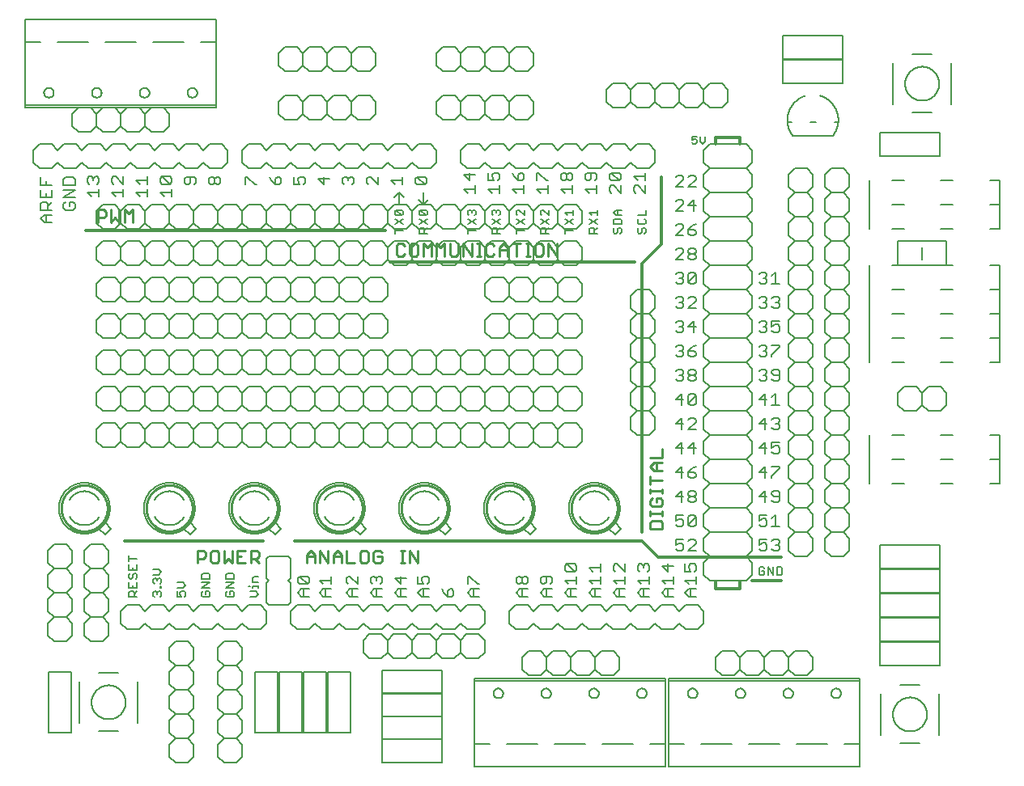
<source format=gto>
G75*
%MOIN*%
%OFA0B0*%
%FSLAX25Y25*%
%IPPOS*%
%LPD*%
%AMOC8*
5,1,8,0,0,1.08239X$1,22.5*
%
%ADD10C,0.00600*%
%ADD11C,0.00800*%
%ADD12C,0.01200*%
%ADD13C,0.00900*%
%ADD14C,0.00500*%
%ADD15C,0.01000*%
D10*
X0055000Y0055300D02*
X0057500Y0052800D01*
X0062500Y0052800D01*
X0065000Y0055300D01*
X0065000Y0060300D01*
X0062500Y0062800D01*
X0065000Y0065300D01*
X0065000Y0070300D01*
X0062500Y0072800D01*
X0057500Y0072800D01*
X0055000Y0070300D01*
X0055000Y0065300D01*
X0057500Y0062800D01*
X0062500Y0062800D01*
X0057500Y0062800D02*
X0055000Y0060300D01*
X0055000Y0055300D01*
X0070000Y0055300D02*
X0072500Y0052800D01*
X0077500Y0052800D01*
X0080000Y0055300D01*
X0080000Y0060300D01*
X0077500Y0062800D01*
X0080000Y0065300D01*
X0080000Y0070300D01*
X0077500Y0072800D01*
X0072500Y0072800D01*
X0070000Y0070300D01*
X0070000Y0065300D01*
X0072500Y0062800D01*
X0077500Y0062800D01*
X0072500Y0062800D02*
X0070000Y0060300D01*
X0070000Y0055300D01*
X0088297Y0071200D02*
X0088297Y0072901D01*
X0088864Y0073469D01*
X0089999Y0073469D01*
X0090566Y0072901D01*
X0090566Y0071200D01*
X0091700Y0071200D02*
X0088297Y0071200D01*
X0090566Y0072334D02*
X0091700Y0073469D01*
X0091700Y0074883D02*
X0088297Y0074883D01*
X0088297Y0077152D01*
X0088864Y0078566D02*
X0089431Y0078566D01*
X0089999Y0079133D01*
X0089999Y0080268D01*
X0090566Y0080835D01*
X0091133Y0080835D01*
X0091700Y0080268D01*
X0091700Y0079133D01*
X0091133Y0078566D01*
X0091700Y0077152D02*
X0091700Y0074883D01*
X0089999Y0074883D02*
X0089999Y0076017D01*
X0088864Y0078566D02*
X0088297Y0079133D01*
X0088297Y0080268D01*
X0088864Y0080835D01*
X0088297Y0082249D02*
X0091700Y0082249D01*
X0091700Y0084518D01*
X0089999Y0083384D02*
X0089999Y0082249D01*
X0088297Y0082249D02*
X0088297Y0084518D01*
X0088297Y0085933D02*
X0088297Y0088201D01*
X0088297Y0087067D02*
X0091700Y0087067D01*
X0098297Y0082676D02*
X0100566Y0082676D01*
X0101700Y0081542D01*
X0100566Y0080408D01*
X0098297Y0080408D01*
X0098864Y0078993D02*
X0098297Y0078426D01*
X0098297Y0077292D01*
X0098864Y0076725D01*
X0099999Y0077859D02*
X0099999Y0078426D01*
X0100566Y0078993D01*
X0101133Y0078993D01*
X0101700Y0078426D01*
X0101700Y0077292D01*
X0101133Y0076725D01*
X0101133Y0075450D02*
X0101700Y0075450D01*
X0101700Y0074883D01*
X0101133Y0074883D01*
X0101133Y0075450D01*
X0101133Y0073469D02*
X0101700Y0072901D01*
X0101700Y0071767D01*
X0101133Y0071200D01*
X0099999Y0072334D02*
X0099999Y0072901D01*
X0100566Y0073469D01*
X0101133Y0073469D01*
X0099999Y0072901D02*
X0099431Y0073469D01*
X0098864Y0073469D01*
X0098297Y0072901D01*
X0098297Y0071767D01*
X0098864Y0071200D01*
X0108297Y0071200D02*
X0109999Y0071200D01*
X0109431Y0072334D01*
X0109431Y0072901D01*
X0109999Y0073469D01*
X0111133Y0073469D01*
X0111700Y0072901D01*
X0111700Y0071767D01*
X0111133Y0071200D01*
X0108297Y0071200D02*
X0108297Y0073469D01*
X0108297Y0074883D02*
X0110566Y0074883D01*
X0111700Y0076017D01*
X0110566Y0077152D01*
X0108297Y0077152D01*
X0099999Y0078426D02*
X0099431Y0078993D01*
X0098864Y0078993D01*
X0118297Y0078566D02*
X0118297Y0080268D01*
X0118864Y0080835D01*
X0121133Y0080835D01*
X0121700Y0080268D01*
X0121700Y0078566D01*
X0118297Y0078566D01*
X0118297Y0077152D02*
X0121700Y0077152D01*
X0118297Y0074883D01*
X0121700Y0074883D01*
X0121133Y0073469D02*
X0119999Y0073469D01*
X0119999Y0072334D01*
X0121133Y0071200D02*
X0118864Y0071200D01*
X0118297Y0071767D01*
X0118297Y0072901D01*
X0118864Y0073469D01*
X0121133Y0073469D02*
X0121700Y0072901D01*
X0121700Y0071767D01*
X0121133Y0071200D01*
X0128297Y0071767D02*
X0128864Y0071200D01*
X0131133Y0071200D01*
X0131700Y0071767D01*
X0131700Y0072901D01*
X0131133Y0073469D01*
X0129999Y0073469D01*
X0129999Y0072334D01*
X0128864Y0073469D02*
X0128297Y0072901D01*
X0128297Y0071767D01*
X0128297Y0074883D02*
X0131700Y0077152D01*
X0128297Y0077152D01*
X0128297Y0078566D02*
X0128297Y0080268D01*
X0128864Y0080835D01*
X0131133Y0080835D01*
X0131700Y0080268D01*
X0131700Y0078566D01*
X0128297Y0078566D01*
X0128297Y0074883D02*
X0131700Y0074883D01*
X0137730Y0075450D02*
X0138297Y0075450D01*
X0139431Y0075450D02*
X0141700Y0075450D01*
X0141700Y0074883D02*
X0141700Y0076017D01*
X0141700Y0077339D02*
X0139431Y0077339D01*
X0139431Y0079040D01*
X0139999Y0079607D01*
X0141700Y0079607D01*
X0145000Y0078800D02*
X0145000Y0086800D01*
X0146000Y0087800D01*
X0154000Y0087800D01*
X0155000Y0086800D01*
X0155000Y0078800D01*
X0154000Y0077800D01*
X0155000Y0076800D01*
X0155000Y0068800D01*
X0154000Y0067800D01*
X0146000Y0067800D01*
X0145000Y0068800D01*
X0145000Y0076800D01*
X0146000Y0077800D01*
X0145000Y0078800D01*
X0139431Y0075450D02*
X0139431Y0074883D01*
X0138297Y0073469D02*
X0140566Y0073469D01*
X0141700Y0072334D01*
X0140566Y0071200D01*
X0138297Y0071200D01*
X0132500Y0052800D02*
X0127500Y0052800D01*
X0125000Y0050300D01*
X0125000Y0045300D01*
X0127500Y0042800D01*
X0132500Y0042800D01*
X0135000Y0045300D01*
X0135000Y0050300D01*
X0132500Y0052800D01*
X0132500Y0042800D02*
X0135000Y0040300D01*
X0135000Y0035300D01*
X0132500Y0032800D01*
X0135000Y0030300D01*
X0135000Y0025300D01*
X0132500Y0022800D01*
X0135000Y0020300D01*
X0135000Y0015300D01*
X0132500Y0012800D01*
X0135000Y0010300D01*
X0135000Y0005300D01*
X0132500Y0002800D01*
X0127500Y0002800D01*
X0125000Y0005300D01*
X0125000Y0010300D01*
X0127500Y0012800D01*
X0125000Y0015300D01*
X0125000Y0020300D01*
X0127500Y0022800D01*
X0132500Y0022800D01*
X0127500Y0022800D02*
X0125000Y0025300D01*
X0125000Y0030300D01*
X0127500Y0032800D01*
X0125000Y0035300D01*
X0125000Y0040300D01*
X0127500Y0042800D01*
X0127500Y0032800D02*
X0132500Y0032800D01*
X0115000Y0030300D02*
X0115000Y0025300D01*
X0112500Y0022800D01*
X0115000Y0020300D01*
X0115000Y0015300D01*
X0112500Y0012800D01*
X0115000Y0010300D01*
X0115000Y0005300D01*
X0112500Y0002800D01*
X0107500Y0002800D01*
X0105000Y0005300D01*
X0105000Y0010300D01*
X0107500Y0012800D01*
X0105000Y0015300D01*
X0105000Y0020300D01*
X0107500Y0022800D01*
X0112500Y0022800D01*
X0107500Y0022800D02*
X0105000Y0025300D01*
X0105000Y0030300D01*
X0107500Y0032800D01*
X0105000Y0035300D01*
X0105000Y0040300D01*
X0107500Y0042800D01*
X0105000Y0045300D01*
X0105000Y0050300D01*
X0107500Y0052800D01*
X0112500Y0052800D01*
X0115000Y0050300D01*
X0115000Y0045300D01*
X0112500Y0042800D01*
X0115000Y0040300D01*
X0115000Y0035300D01*
X0112500Y0032800D01*
X0115000Y0030300D01*
X0112500Y0032800D02*
X0107500Y0032800D01*
X0107500Y0042800D02*
X0112500Y0042800D01*
X0112500Y0012800D02*
X0107500Y0012800D01*
X0127500Y0012800D02*
X0132500Y0012800D01*
X0184830Y0048428D02*
X0187330Y0045928D01*
X0192330Y0045928D01*
X0194830Y0048428D01*
X0194830Y0053428D01*
X0192330Y0055928D01*
X0187330Y0055928D01*
X0184830Y0053428D01*
X0184830Y0048428D01*
X0194830Y0048428D02*
X0197330Y0045928D01*
X0202330Y0045928D01*
X0204830Y0048428D01*
X0204830Y0053428D01*
X0202330Y0055928D01*
X0197330Y0055928D01*
X0194830Y0053428D01*
X0204830Y0053428D02*
X0207330Y0055928D01*
X0212330Y0055928D01*
X0214830Y0053428D01*
X0217330Y0055928D01*
X0222330Y0055928D01*
X0224830Y0053428D01*
X0227330Y0055928D01*
X0232330Y0055928D01*
X0234830Y0053428D01*
X0234830Y0048428D01*
X0232330Y0045928D01*
X0227330Y0045928D01*
X0224830Y0048428D01*
X0222330Y0045928D01*
X0217330Y0045928D01*
X0214830Y0048428D01*
X0214830Y0053428D01*
X0214830Y0048428D02*
X0212330Y0045928D01*
X0207330Y0045928D01*
X0204830Y0048428D01*
X0224830Y0048428D02*
X0224830Y0053428D01*
X0230673Y0037501D02*
X0230673Y0036702D01*
X0309374Y0036702D01*
X0309374Y0010702D01*
X0309374Y0001300D01*
X0230673Y0001300D01*
X0230673Y0010702D01*
X0230673Y0036702D01*
X0230673Y0037501D02*
X0309374Y0037501D01*
X0309374Y0036702D01*
X0310673Y0036702D02*
X0310673Y0037501D01*
X0389374Y0037501D01*
X0389374Y0036702D01*
X0389374Y0010702D01*
X0389374Y0001300D01*
X0310673Y0001300D01*
X0310673Y0010702D01*
X0310673Y0036702D01*
X0389374Y0036702D01*
X0377572Y0031500D02*
X0377574Y0031589D01*
X0377580Y0031678D01*
X0377590Y0031767D01*
X0377604Y0031855D01*
X0377621Y0031942D01*
X0377643Y0032028D01*
X0377669Y0032114D01*
X0377698Y0032198D01*
X0377731Y0032281D01*
X0377767Y0032362D01*
X0377808Y0032442D01*
X0377851Y0032519D01*
X0377898Y0032595D01*
X0377949Y0032668D01*
X0378002Y0032739D01*
X0378059Y0032808D01*
X0378119Y0032874D01*
X0378182Y0032938D01*
X0378247Y0032998D01*
X0378315Y0033056D01*
X0378386Y0033110D01*
X0378459Y0033161D01*
X0378534Y0033209D01*
X0378611Y0033254D01*
X0378690Y0033295D01*
X0378771Y0033332D01*
X0378853Y0033366D01*
X0378937Y0033397D01*
X0379022Y0033423D01*
X0379108Y0033446D01*
X0379195Y0033464D01*
X0379283Y0033479D01*
X0379372Y0033490D01*
X0379461Y0033497D01*
X0379550Y0033500D01*
X0379639Y0033499D01*
X0379728Y0033494D01*
X0379816Y0033485D01*
X0379905Y0033472D01*
X0379992Y0033455D01*
X0380079Y0033435D01*
X0380165Y0033410D01*
X0380249Y0033382D01*
X0380332Y0033350D01*
X0380414Y0033314D01*
X0380494Y0033275D01*
X0380572Y0033232D01*
X0380648Y0033186D01*
X0380722Y0033136D01*
X0380794Y0033083D01*
X0380863Y0033027D01*
X0380930Y0032968D01*
X0380994Y0032906D01*
X0381055Y0032842D01*
X0381114Y0032774D01*
X0381169Y0032704D01*
X0381221Y0032632D01*
X0381270Y0032557D01*
X0381315Y0032481D01*
X0381357Y0032402D01*
X0381395Y0032322D01*
X0381430Y0032240D01*
X0381461Y0032156D01*
X0381489Y0032071D01*
X0381512Y0031985D01*
X0381532Y0031898D01*
X0381548Y0031811D01*
X0381560Y0031722D01*
X0381568Y0031634D01*
X0381572Y0031545D01*
X0381572Y0031455D01*
X0381568Y0031366D01*
X0381560Y0031278D01*
X0381548Y0031189D01*
X0381532Y0031102D01*
X0381512Y0031015D01*
X0381489Y0030929D01*
X0381461Y0030844D01*
X0381430Y0030760D01*
X0381395Y0030678D01*
X0381357Y0030598D01*
X0381315Y0030519D01*
X0381270Y0030443D01*
X0381221Y0030368D01*
X0381169Y0030296D01*
X0381114Y0030226D01*
X0381055Y0030158D01*
X0380994Y0030094D01*
X0380930Y0030032D01*
X0380863Y0029973D01*
X0380794Y0029917D01*
X0380722Y0029864D01*
X0380648Y0029814D01*
X0380572Y0029768D01*
X0380494Y0029725D01*
X0380414Y0029686D01*
X0380332Y0029650D01*
X0380249Y0029618D01*
X0380165Y0029590D01*
X0380079Y0029565D01*
X0379992Y0029545D01*
X0379905Y0029528D01*
X0379816Y0029515D01*
X0379728Y0029506D01*
X0379639Y0029501D01*
X0379550Y0029500D01*
X0379461Y0029503D01*
X0379372Y0029510D01*
X0379283Y0029521D01*
X0379195Y0029536D01*
X0379108Y0029554D01*
X0379022Y0029577D01*
X0378937Y0029603D01*
X0378853Y0029634D01*
X0378771Y0029668D01*
X0378690Y0029705D01*
X0378611Y0029746D01*
X0378534Y0029791D01*
X0378459Y0029839D01*
X0378386Y0029890D01*
X0378315Y0029944D01*
X0378247Y0030002D01*
X0378182Y0030062D01*
X0378119Y0030126D01*
X0378059Y0030192D01*
X0378002Y0030261D01*
X0377949Y0030332D01*
X0377898Y0030405D01*
X0377851Y0030481D01*
X0377808Y0030558D01*
X0377767Y0030638D01*
X0377731Y0030719D01*
X0377698Y0030802D01*
X0377669Y0030886D01*
X0377643Y0030972D01*
X0377621Y0031058D01*
X0377604Y0031145D01*
X0377590Y0031233D01*
X0377580Y0031322D01*
X0377574Y0031411D01*
X0377572Y0031500D01*
X0370000Y0041359D02*
X0367500Y0038859D01*
X0362500Y0038859D01*
X0360000Y0041359D01*
X0357500Y0038859D01*
X0352500Y0038859D01*
X0350000Y0041359D01*
X0347500Y0038859D01*
X0342500Y0038859D01*
X0340000Y0041359D01*
X0337500Y0038859D01*
X0332500Y0038859D01*
X0330000Y0041359D01*
X0330000Y0046359D01*
X0332500Y0048859D01*
X0337500Y0048859D01*
X0340000Y0046359D01*
X0342500Y0048859D01*
X0347500Y0048859D01*
X0350000Y0046359D01*
X0350000Y0041359D01*
X0350000Y0046359D02*
X0352500Y0048859D01*
X0357500Y0048859D01*
X0360000Y0046359D01*
X0362500Y0048859D01*
X0367500Y0048859D01*
X0370000Y0046359D01*
X0370000Y0041359D01*
X0360000Y0041359D02*
X0360000Y0046359D01*
X0357872Y0031500D02*
X0357874Y0031589D01*
X0357880Y0031678D01*
X0357890Y0031767D01*
X0357904Y0031855D01*
X0357921Y0031942D01*
X0357943Y0032028D01*
X0357969Y0032114D01*
X0357998Y0032198D01*
X0358031Y0032281D01*
X0358067Y0032362D01*
X0358108Y0032442D01*
X0358151Y0032519D01*
X0358198Y0032595D01*
X0358249Y0032668D01*
X0358302Y0032739D01*
X0358359Y0032808D01*
X0358419Y0032874D01*
X0358482Y0032938D01*
X0358547Y0032998D01*
X0358615Y0033056D01*
X0358686Y0033110D01*
X0358759Y0033161D01*
X0358834Y0033209D01*
X0358911Y0033254D01*
X0358990Y0033295D01*
X0359071Y0033332D01*
X0359153Y0033366D01*
X0359237Y0033397D01*
X0359322Y0033423D01*
X0359408Y0033446D01*
X0359495Y0033464D01*
X0359583Y0033479D01*
X0359672Y0033490D01*
X0359761Y0033497D01*
X0359850Y0033500D01*
X0359939Y0033499D01*
X0360028Y0033494D01*
X0360116Y0033485D01*
X0360205Y0033472D01*
X0360292Y0033455D01*
X0360379Y0033435D01*
X0360465Y0033410D01*
X0360549Y0033382D01*
X0360632Y0033350D01*
X0360714Y0033314D01*
X0360794Y0033275D01*
X0360872Y0033232D01*
X0360948Y0033186D01*
X0361022Y0033136D01*
X0361094Y0033083D01*
X0361163Y0033027D01*
X0361230Y0032968D01*
X0361294Y0032906D01*
X0361355Y0032842D01*
X0361414Y0032774D01*
X0361469Y0032704D01*
X0361521Y0032632D01*
X0361570Y0032557D01*
X0361615Y0032481D01*
X0361657Y0032402D01*
X0361695Y0032322D01*
X0361730Y0032240D01*
X0361761Y0032156D01*
X0361789Y0032071D01*
X0361812Y0031985D01*
X0361832Y0031898D01*
X0361848Y0031811D01*
X0361860Y0031722D01*
X0361868Y0031634D01*
X0361872Y0031545D01*
X0361872Y0031455D01*
X0361868Y0031366D01*
X0361860Y0031278D01*
X0361848Y0031189D01*
X0361832Y0031102D01*
X0361812Y0031015D01*
X0361789Y0030929D01*
X0361761Y0030844D01*
X0361730Y0030760D01*
X0361695Y0030678D01*
X0361657Y0030598D01*
X0361615Y0030519D01*
X0361570Y0030443D01*
X0361521Y0030368D01*
X0361469Y0030296D01*
X0361414Y0030226D01*
X0361355Y0030158D01*
X0361294Y0030094D01*
X0361230Y0030032D01*
X0361163Y0029973D01*
X0361094Y0029917D01*
X0361022Y0029864D01*
X0360948Y0029814D01*
X0360872Y0029768D01*
X0360794Y0029725D01*
X0360714Y0029686D01*
X0360632Y0029650D01*
X0360549Y0029618D01*
X0360465Y0029590D01*
X0360379Y0029565D01*
X0360292Y0029545D01*
X0360205Y0029528D01*
X0360116Y0029515D01*
X0360028Y0029506D01*
X0359939Y0029501D01*
X0359850Y0029500D01*
X0359761Y0029503D01*
X0359672Y0029510D01*
X0359583Y0029521D01*
X0359495Y0029536D01*
X0359408Y0029554D01*
X0359322Y0029577D01*
X0359237Y0029603D01*
X0359153Y0029634D01*
X0359071Y0029668D01*
X0358990Y0029705D01*
X0358911Y0029746D01*
X0358834Y0029791D01*
X0358759Y0029839D01*
X0358686Y0029890D01*
X0358615Y0029944D01*
X0358547Y0030002D01*
X0358482Y0030062D01*
X0358419Y0030126D01*
X0358359Y0030192D01*
X0358302Y0030261D01*
X0358249Y0030332D01*
X0358198Y0030405D01*
X0358151Y0030481D01*
X0358108Y0030558D01*
X0358067Y0030638D01*
X0358031Y0030719D01*
X0357998Y0030802D01*
X0357969Y0030886D01*
X0357943Y0030972D01*
X0357921Y0031058D01*
X0357904Y0031145D01*
X0357890Y0031233D01*
X0357880Y0031322D01*
X0357874Y0031411D01*
X0357872Y0031500D01*
X0338172Y0031500D02*
X0338174Y0031589D01*
X0338180Y0031678D01*
X0338190Y0031767D01*
X0338204Y0031855D01*
X0338221Y0031942D01*
X0338243Y0032028D01*
X0338269Y0032114D01*
X0338298Y0032198D01*
X0338331Y0032281D01*
X0338367Y0032362D01*
X0338408Y0032442D01*
X0338451Y0032519D01*
X0338498Y0032595D01*
X0338549Y0032668D01*
X0338602Y0032739D01*
X0338659Y0032808D01*
X0338719Y0032874D01*
X0338782Y0032938D01*
X0338847Y0032998D01*
X0338915Y0033056D01*
X0338986Y0033110D01*
X0339059Y0033161D01*
X0339134Y0033209D01*
X0339211Y0033254D01*
X0339290Y0033295D01*
X0339371Y0033332D01*
X0339453Y0033366D01*
X0339537Y0033397D01*
X0339622Y0033423D01*
X0339708Y0033446D01*
X0339795Y0033464D01*
X0339883Y0033479D01*
X0339972Y0033490D01*
X0340061Y0033497D01*
X0340150Y0033500D01*
X0340239Y0033499D01*
X0340328Y0033494D01*
X0340416Y0033485D01*
X0340505Y0033472D01*
X0340592Y0033455D01*
X0340679Y0033435D01*
X0340765Y0033410D01*
X0340849Y0033382D01*
X0340932Y0033350D01*
X0341014Y0033314D01*
X0341094Y0033275D01*
X0341172Y0033232D01*
X0341248Y0033186D01*
X0341322Y0033136D01*
X0341394Y0033083D01*
X0341463Y0033027D01*
X0341530Y0032968D01*
X0341594Y0032906D01*
X0341655Y0032842D01*
X0341714Y0032774D01*
X0341769Y0032704D01*
X0341821Y0032632D01*
X0341870Y0032557D01*
X0341915Y0032481D01*
X0341957Y0032402D01*
X0341995Y0032322D01*
X0342030Y0032240D01*
X0342061Y0032156D01*
X0342089Y0032071D01*
X0342112Y0031985D01*
X0342132Y0031898D01*
X0342148Y0031811D01*
X0342160Y0031722D01*
X0342168Y0031634D01*
X0342172Y0031545D01*
X0342172Y0031455D01*
X0342168Y0031366D01*
X0342160Y0031278D01*
X0342148Y0031189D01*
X0342132Y0031102D01*
X0342112Y0031015D01*
X0342089Y0030929D01*
X0342061Y0030844D01*
X0342030Y0030760D01*
X0341995Y0030678D01*
X0341957Y0030598D01*
X0341915Y0030519D01*
X0341870Y0030443D01*
X0341821Y0030368D01*
X0341769Y0030296D01*
X0341714Y0030226D01*
X0341655Y0030158D01*
X0341594Y0030094D01*
X0341530Y0030032D01*
X0341463Y0029973D01*
X0341394Y0029917D01*
X0341322Y0029864D01*
X0341248Y0029814D01*
X0341172Y0029768D01*
X0341094Y0029725D01*
X0341014Y0029686D01*
X0340932Y0029650D01*
X0340849Y0029618D01*
X0340765Y0029590D01*
X0340679Y0029565D01*
X0340592Y0029545D01*
X0340505Y0029528D01*
X0340416Y0029515D01*
X0340328Y0029506D01*
X0340239Y0029501D01*
X0340150Y0029500D01*
X0340061Y0029503D01*
X0339972Y0029510D01*
X0339883Y0029521D01*
X0339795Y0029536D01*
X0339708Y0029554D01*
X0339622Y0029577D01*
X0339537Y0029603D01*
X0339453Y0029634D01*
X0339371Y0029668D01*
X0339290Y0029705D01*
X0339211Y0029746D01*
X0339134Y0029791D01*
X0339059Y0029839D01*
X0338986Y0029890D01*
X0338915Y0029944D01*
X0338847Y0030002D01*
X0338782Y0030062D01*
X0338719Y0030126D01*
X0338659Y0030192D01*
X0338602Y0030261D01*
X0338549Y0030332D01*
X0338498Y0030405D01*
X0338451Y0030481D01*
X0338408Y0030558D01*
X0338367Y0030638D01*
X0338331Y0030719D01*
X0338298Y0030802D01*
X0338269Y0030886D01*
X0338243Y0030972D01*
X0338221Y0031058D01*
X0338204Y0031145D01*
X0338190Y0031233D01*
X0338180Y0031322D01*
X0338174Y0031411D01*
X0338172Y0031500D01*
X0340000Y0041359D02*
X0340000Y0046359D01*
X0318472Y0031500D02*
X0318474Y0031589D01*
X0318480Y0031678D01*
X0318490Y0031767D01*
X0318504Y0031855D01*
X0318521Y0031942D01*
X0318543Y0032028D01*
X0318569Y0032114D01*
X0318598Y0032198D01*
X0318631Y0032281D01*
X0318667Y0032362D01*
X0318708Y0032442D01*
X0318751Y0032519D01*
X0318798Y0032595D01*
X0318849Y0032668D01*
X0318902Y0032739D01*
X0318959Y0032808D01*
X0319019Y0032874D01*
X0319082Y0032938D01*
X0319147Y0032998D01*
X0319215Y0033056D01*
X0319286Y0033110D01*
X0319359Y0033161D01*
X0319434Y0033209D01*
X0319511Y0033254D01*
X0319590Y0033295D01*
X0319671Y0033332D01*
X0319753Y0033366D01*
X0319837Y0033397D01*
X0319922Y0033423D01*
X0320008Y0033446D01*
X0320095Y0033464D01*
X0320183Y0033479D01*
X0320272Y0033490D01*
X0320361Y0033497D01*
X0320450Y0033500D01*
X0320539Y0033499D01*
X0320628Y0033494D01*
X0320716Y0033485D01*
X0320805Y0033472D01*
X0320892Y0033455D01*
X0320979Y0033435D01*
X0321065Y0033410D01*
X0321149Y0033382D01*
X0321232Y0033350D01*
X0321314Y0033314D01*
X0321394Y0033275D01*
X0321472Y0033232D01*
X0321548Y0033186D01*
X0321622Y0033136D01*
X0321694Y0033083D01*
X0321763Y0033027D01*
X0321830Y0032968D01*
X0321894Y0032906D01*
X0321955Y0032842D01*
X0322014Y0032774D01*
X0322069Y0032704D01*
X0322121Y0032632D01*
X0322170Y0032557D01*
X0322215Y0032481D01*
X0322257Y0032402D01*
X0322295Y0032322D01*
X0322330Y0032240D01*
X0322361Y0032156D01*
X0322389Y0032071D01*
X0322412Y0031985D01*
X0322432Y0031898D01*
X0322448Y0031811D01*
X0322460Y0031722D01*
X0322468Y0031634D01*
X0322472Y0031545D01*
X0322472Y0031455D01*
X0322468Y0031366D01*
X0322460Y0031278D01*
X0322448Y0031189D01*
X0322432Y0031102D01*
X0322412Y0031015D01*
X0322389Y0030929D01*
X0322361Y0030844D01*
X0322330Y0030760D01*
X0322295Y0030678D01*
X0322257Y0030598D01*
X0322215Y0030519D01*
X0322170Y0030443D01*
X0322121Y0030368D01*
X0322069Y0030296D01*
X0322014Y0030226D01*
X0321955Y0030158D01*
X0321894Y0030094D01*
X0321830Y0030032D01*
X0321763Y0029973D01*
X0321694Y0029917D01*
X0321622Y0029864D01*
X0321548Y0029814D01*
X0321472Y0029768D01*
X0321394Y0029725D01*
X0321314Y0029686D01*
X0321232Y0029650D01*
X0321149Y0029618D01*
X0321065Y0029590D01*
X0320979Y0029565D01*
X0320892Y0029545D01*
X0320805Y0029528D01*
X0320716Y0029515D01*
X0320628Y0029506D01*
X0320539Y0029501D01*
X0320450Y0029500D01*
X0320361Y0029503D01*
X0320272Y0029510D01*
X0320183Y0029521D01*
X0320095Y0029536D01*
X0320008Y0029554D01*
X0319922Y0029577D01*
X0319837Y0029603D01*
X0319753Y0029634D01*
X0319671Y0029668D01*
X0319590Y0029705D01*
X0319511Y0029746D01*
X0319434Y0029791D01*
X0319359Y0029839D01*
X0319286Y0029890D01*
X0319215Y0029944D01*
X0319147Y0030002D01*
X0319082Y0030062D01*
X0319019Y0030126D01*
X0318959Y0030192D01*
X0318902Y0030261D01*
X0318849Y0030332D01*
X0318798Y0030405D01*
X0318751Y0030481D01*
X0318708Y0030558D01*
X0318667Y0030638D01*
X0318631Y0030719D01*
X0318598Y0030802D01*
X0318569Y0030886D01*
X0318543Y0030972D01*
X0318521Y0031058D01*
X0318504Y0031145D01*
X0318490Y0031233D01*
X0318480Y0031322D01*
X0318474Y0031411D01*
X0318472Y0031500D01*
X0297572Y0031500D02*
X0297574Y0031589D01*
X0297580Y0031678D01*
X0297590Y0031767D01*
X0297604Y0031855D01*
X0297621Y0031942D01*
X0297643Y0032028D01*
X0297669Y0032114D01*
X0297698Y0032198D01*
X0297731Y0032281D01*
X0297767Y0032362D01*
X0297808Y0032442D01*
X0297851Y0032519D01*
X0297898Y0032595D01*
X0297949Y0032668D01*
X0298002Y0032739D01*
X0298059Y0032808D01*
X0298119Y0032874D01*
X0298182Y0032938D01*
X0298247Y0032998D01*
X0298315Y0033056D01*
X0298386Y0033110D01*
X0298459Y0033161D01*
X0298534Y0033209D01*
X0298611Y0033254D01*
X0298690Y0033295D01*
X0298771Y0033332D01*
X0298853Y0033366D01*
X0298937Y0033397D01*
X0299022Y0033423D01*
X0299108Y0033446D01*
X0299195Y0033464D01*
X0299283Y0033479D01*
X0299372Y0033490D01*
X0299461Y0033497D01*
X0299550Y0033500D01*
X0299639Y0033499D01*
X0299728Y0033494D01*
X0299816Y0033485D01*
X0299905Y0033472D01*
X0299992Y0033455D01*
X0300079Y0033435D01*
X0300165Y0033410D01*
X0300249Y0033382D01*
X0300332Y0033350D01*
X0300414Y0033314D01*
X0300494Y0033275D01*
X0300572Y0033232D01*
X0300648Y0033186D01*
X0300722Y0033136D01*
X0300794Y0033083D01*
X0300863Y0033027D01*
X0300930Y0032968D01*
X0300994Y0032906D01*
X0301055Y0032842D01*
X0301114Y0032774D01*
X0301169Y0032704D01*
X0301221Y0032632D01*
X0301270Y0032557D01*
X0301315Y0032481D01*
X0301357Y0032402D01*
X0301395Y0032322D01*
X0301430Y0032240D01*
X0301461Y0032156D01*
X0301489Y0032071D01*
X0301512Y0031985D01*
X0301532Y0031898D01*
X0301548Y0031811D01*
X0301560Y0031722D01*
X0301568Y0031634D01*
X0301572Y0031545D01*
X0301572Y0031455D01*
X0301568Y0031366D01*
X0301560Y0031278D01*
X0301548Y0031189D01*
X0301532Y0031102D01*
X0301512Y0031015D01*
X0301489Y0030929D01*
X0301461Y0030844D01*
X0301430Y0030760D01*
X0301395Y0030678D01*
X0301357Y0030598D01*
X0301315Y0030519D01*
X0301270Y0030443D01*
X0301221Y0030368D01*
X0301169Y0030296D01*
X0301114Y0030226D01*
X0301055Y0030158D01*
X0300994Y0030094D01*
X0300930Y0030032D01*
X0300863Y0029973D01*
X0300794Y0029917D01*
X0300722Y0029864D01*
X0300648Y0029814D01*
X0300572Y0029768D01*
X0300494Y0029725D01*
X0300414Y0029686D01*
X0300332Y0029650D01*
X0300249Y0029618D01*
X0300165Y0029590D01*
X0300079Y0029565D01*
X0299992Y0029545D01*
X0299905Y0029528D01*
X0299816Y0029515D01*
X0299728Y0029506D01*
X0299639Y0029501D01*
X0299550Y0029500D01*
X0299461Y0029503D01*
X0299372Y0029510D01*
X0299283Y0029521D01*
X0299195Y0029536D01*
X0299108Y0029554D01*
X0299022Y0029577D01*
X0298937Y0029603D01*
X0298853Y0029634D01*
X0298771Y0029668D01*
X0298690Y0029705D01*
X0298611Y0029746D01*
X0298534Y0029791D01*
X0298459Y0029839D01*
X0298386Y0029890D01*
X0298315Y0029944D01*
X0298247Y0030002D01*
X0298182Y0030062D01*
X0298119Y0030126D01*
X0298059Y0030192D01*
X0298002Y0030261D01*
X0297949Y0030332D01*
X0297898Y0030405D01*
X0297851Y0030481D01*
X0297808Y0030558D01*
X0297767Y0030638D01*
X0297731Y0030719D01*
X0297698Y0030802D01*
X0297669Y0030886D01*
X0297643Y0030972D01*
X0297621Y0031058D01*
X0297604Y0031145D01*
X0297590Y0031233D01*
X0297580Y0031322D01*
X0297574Y0031411D01*
X0297572Y0031500D01*
X0287914Y0038916D02*
X0282914Y0038916D01*
X0280414Y0041416D01*
X0277914Y0038916D01*
X0272914Y0038916D01*
X0270414Y0041416D01*
X0267914Y0038916D01*
X0262914Y0038916D01*
X0260414Y0041416D01*
X0257914Y0038916D01*
X0252914Y0038916D01*
X0250414Y0041416D01*
X0250414Y0046416D01*
X0252914Y0048916D01*
X0257914Y0048916D01*
X0260414Y0046416D01*
X0262914Y0048916D01*
X0267914Y0048916D01*
X0270414Y0046416D01*
X0270414Y0041416D01*
X0270414Y0046416D02*
X0272914Y0048916D01*
X0277914Y0048916D01*
X0280414Y0046416D01*
X0282914Y0048916D01*
X0287914Y0048916D01*
X0290414Y0046416D01*
X0290414Y0041416D01*
X0287914Y0038916D01*
X0280414Y0041416D02*
X0280414Y0046416D01*
X0277872Y0031500D02*
X0277874Y0031589D01*
X0277880Y0031678D01*
X0277890Y0031767D01*
X0277904Y0031855D01*
X0277921Y0031942D01*
X0277943Y0032028D01*
X0277969Y0032114D01*
X0277998Y0032198D01*
X0278031Y0032281D01*
X0278067Y0032362D01*
X0278108Y0032442D01*
X0278151Y0032519D01*
X0278198Y0032595D01*
X0278249Y0032668D01*
X0278302Y0032739D01*
X0278359Y0032808D01*
X0278419Y0032874D01*
X0278482Y0032938D01*
X0278547Y0032998D01*
X0278615Y0033056D01*
X0278686Y0033110D01*
X0278759Y0033161D01*
X0278834Y0033209D01*
X0278911Y0033254D01*
X0278990Y0033295D01*
X0279071Y0033332D01*
X0279153Y0033366D01*
X0279237Y0033397D01*
X0279322Y0033423D01*
X0279408Y0033446D01*
X0279495Y0033464D01*
X0279583Y0033479D01*
X0279672Y0033490D01*
X0279761Y0033497D01*
X0279850Y0033500D01*
X0279939Y0033499D01*
X0280028Y0033494D01*
X0280116Y0033485D01*
X0280205Y0033472D01*
X0280292Y0033455D01*
X0280379Y0033435D01*
X0280465Y0033410D01*
X0280549Y0033382D01*
X0280632Y0033350D01*
X0280714Y0033314D01*
X0280794Y0033275D01*
X0280872Y0033232D01*
X0280948Y0033186D01*
X0281022Y0033136D01*
X0281094Y0033083D01*
X0281163Y0033027D01*
X0281230Y0032968D01*
X0281294Y0032906D01*
X0281355Y0032842D01*
X0281414Y0032774D01*
X0281469Y0032704D01*
X0281521Y0032632D01*
X0281570Y0032557D01*
X0281615Y0032481D01*
X0281657Y0032402D01*
X0281695Y0032322D01*
X0281730Y0032240D01*
X0281761Y0032156D01*
X0281789Y0032071D01*
X0281812Y0031985D01*
X0281832Y0031898D01*
X0281848Y0031811D01*
X0281860Y0031722D01*
X0281868Y0031634D01*
X0281872Y0031545D01*
X0281872Y0031455D01*
X0281868Y0031366D01*
X0281860Y0031278D01*
X0281848Y0031189D01*
X0281832Y0031102D01*
X0281812Y0031015D01*
X0281789Y0030929D01*
X0281761Y0030844D01*
X0281730Y0030760D01*
X0281695Y0030678D01*
X0281657Y0030598D01*
X0281615Y0030519D01*
X0281570Y0030443D01*
X0281521Y0030368D01*
X0281469Y0030296D01*
X0281414Y0030226D01*
X0281355Y0030158D01*
X0281294Y0030094D01*
X0281230Y0030032D01*
X0281163Y0029973D01*
X0281094Y0029917D01*
X0281022Y0029864D01*
X0280948Y0029814D01*
X0280872Y0029768D01*
X0280794Y0029725D01*
X0280714Y0029686D01*
X0280632Y0029650D01*
X0280549Y0029618D01*
X0280465Y0029590D01*
X0280379Y0029565D01*
X0280292Y0029545D01*
X0280205Y0029528D01*
X0280116Y0029515D01*
X0280028Y0029506D01*
X0279939Y0029501D01*
X0279850Y0029500D01*
X0279761Y0029503D01*
X0279672Y0029510D01*
X0279583Y0029521D01*
X0279495Y0029536D01*
X0279408Y0029554D01*
X0279322Y0029577D01*
X0279237Y0029603D01*
X0279153Y0029634D01*
X0279071Y0029668D01*
X0278990Y0029705D01*
X0278911Y0029746D01*
X0278834Y0029791D01*
X0278759Y0029839D01*
X0278686Y0029890D01*
X0278615Y0029944D01*
X0278547Y0030002D01*
X0278482Y0030062D01*
X0278419Y0030126D01*
X0278359Y0030192D01*
X0278302Y0030261D01*
X0278249Y0030332D01*
X0278198Y0030405D01*
X0278151Y0030481D01*
X0278108Y0030558D01*
X0278067Y0030638D01*
X0278031Y0030719D01*
X0277998Y0030802D01*
X0277969Y0030886D01*
X0277943Y0030972D01*
X0277921Y0031058D01*
X0277904Y0031145D01*
X0277890Y0031233D01*
X0277880Y0031322D01*
X0277874Y0031411D01*
X0277872Y0031500D01*
X0258172Y0031500D02*
X0258174Y0031589D01*
X0258180Y0031678D01*
X0258190Y0031767D01*
X0258204Y0031855D01*
X0258221Y0031942D01*
X0258243Y0032028D01*
X0258269Y0032114D01*
X0258298Y0032198D01*
X0258331Y0032281D01*
X0258367Y0032362D01*
X0258408Y0032442D01*
X0258451Y0032519D01*
X0258498Y0032595D01*
X0258549Y0032668D01*
X0258602Y0032739D01*
X0258659Y0032808D01*
X0258719Y0032874D01*
X0258782Y0032938D01*
X0258847Y0032998D01*
X0258915Y0033056D01*
X0258986Y0033110D01*
X0259059Y0033161D01*
X0259134Y0033209D01*
X0259211Y0033254D01*
X0259290Y0033295D01*
X0259371Y0033332D01*
X0259453Y0033366D01*
X0259537Y0033397D01*
X0259622Y0033423D01*
X0259708Y0033446D01*
X0259795Y0033464D01*
X0259883Y0033479D01*
X0259972Y0033490D01*
X0260061Y0033497D01*
X0260150Y0033500D01*
X0260239Y0033499D01*
X0260328Y0033494D01*
X0260416Y0033485D01*
X0260505Y0033472D01*
X0260592Y0033455D01*
X0260679Y0033435D01*
X0260765Y0033410D01*
X0260849Y0033382D01*
X0260932Y0033350D01*
X0261014Y0033314D01*
X0261094Y0033275D01*
X0261172Y0033232D01*
X0261248Y0033186D01*
X0261322Y0033136D01*
X0261394Y0033083D01*
X0261463Y0033027D01*
X0261530Y0032968D01*
X0261594Y0032906D01*
X0261655Y0032842D01*
X0261714Y0032774D01*
X0261769Y0032704D01*
X0261821Y0032632D01*
X0261870Y0032557D01*
X0261915Y0032481D01*
X0261957Y0032402D01*
X0261995Y0032322D01*
X0262030Y0032240D01*
X0262061Y0032156D01*
X0262089Y0032071D01*
X0262112Y0031985D01*
X0262132Y0031898D01*
X0262148Y0031811D01*
X0262160Y0031722D01*
X0262168Y0031634D01*
X0262172Y0031545D01*
X0262172Y0031455D01*
X0262168Y0031366D01*
X0262160Y0031278D01*
X0262148Y0031189D01*
X0262132Y0031102D01*
X0262112Y0031015D01*
X0262089Y0030929D01*
X0262061Y0030844D01*
X0262030Y0030760D01*
X0261995Y0030678D01*
X0261957Y0030598D01*
X0261915Y0030519D01*
X0261870Y0030443D01*
X0261821Y0030368D01*
X0261769Y0030296D01*
X0261714Y0030226D01*
X0261655Y0030158D01*
X0261594Y0030094D01*
X0261530Y0030032D01*
X0261463Y0029973D01*
X0261394Y0029917D01*
X0261322Y0029864D01*
X0261248Y0029814D01*
X0261172Y0029768D01*
X0261094Y0029725D01*
X0261014Y0029686D01*
X0260932Y0029650D01*
X0260849Y0029618D01*
X0260765Y0029590D01*
X0260679Y0029565D01*
X0260592Y0029545D01*
X0260505Y0029528D01*
X0260416Y0029515D01*
X0260328Y0029506D01*
X0260239Y0029501D01*
X0260150Y0029500D01*
X0260061Y0029503D01*
X0259972Y0029510D01*
X0259883Y0029521D01*
X0259795Y0029536D01*
X0259708Y0029554D01*
X0259622Y0029577D01*
X0259537Y0029603D01*
X0259453Y0029634D01*
X0259371Y0029668D01*
X0259290Y0029705D01*
X0259211Y0029746D01*
X0259134Y0029791D01*
X0259059Y0029839D01*
X0258986Y0029890D01*
X0258915Y0029944D01*
X0258847Y0030002D01*
X0258782Y0030062D01*
X0258719Y0030126D01*
X0258659Y0030192D01*
X0258602Y0030261D01*
X0258549Y0030332D01*
X0258498Y0030405D01*
X0258451Y0030481D01*
X0258408Y0030558D01*
X0258367Y0030638D01*
X0258331Y0030719D01*
X0258298Y0030802D01*
X0258269Y0030886D01*
X0258243Y0030972D01*
X0258221Y0031058D01*
X0258204Y0031145D01*
X0258190Y0031233D01*
X0258180Y0031322D01*
X0258174Y0031411D01*
X0258172Y0031500D01*
X0260414Y0041416D02*
X0260414Y0046416D01*
X0238472Y0031500D02*
X0238474Y0031589D01*
X0238480Y0031678D01*
X0238490Y0031767D01*
X0238504Y0031855D01*
X0238521Y0031942D01*
X0238543Y0032028D01*
X0238569Y0032114D01*
X0238598Y0032198D01*
X0238631Y0032281D01*
X0238667Y0032362D01*
X0238708Y0032442D01*
X0238751Y0032519D01*
X0238798Y0032595D01*
X0238849Y0032668D01*
X0238902Y0032739D01*
X0238959Y0032808D01*
X0239019Y0032874D01*
X0239082Y0032938D01*
X0239147Y0032998D01*
X0239215Y0033056D01*
X0239286Y0033110D01*
X0239359Y0033161D01*
X0239434Y0033209D01*
X0239511Y0033254D01*
X0239590Y0033295D01*
X0239671Y0033332D01*
X0239753Y0033366D01*
X0239837Y0033397D01*
X0239922Y0033423D01*
X0240008Y0033446D01*
X0240095Y0033464D01*
X0240183Y0033479D01*
X0240272Y0033490D01*
X0240361Y0033497D01*
X0240450Y0033500D01*
X0240539Y0033499D01*
X0240628Y0033494D01*
X0240716Y0033485D01*
X0240805Y0033472D01*
X0240892Y0033455D01*
X0240979Y0033435D01*
X0241065Y0033410D01*
X0241149Y0033382D01*
X0241232Y0033350D01*
X0241314Y0033314D01*
X0241394Y0033275D01*
X0241472Y0033232D01*
X0241548Y0033186D01*
X0241622Y0033136D01*
X0241694Y0033083D01*
X0241763Y0033027D01*
X0241830Y0032968D01*
X0241894Y0032906D01*
X0241955Y0032842D01*
X0242014Y0032774D01*
X0242069Y0032704D01*
X0242121Y0032632D01*
X0242170Y0032557D01*
X0242215Y0032481D01*
X0242257Y0032402D01*
X0242295Y0032322D01*
X0242330Y0032240D01*
X0242361Y0032156D01*
X0242389Y0032071D01*
X0242412Y0031985D01*
X0242432Y0031898D01*
X0242448Y0031811D01*
X0242460Y0031722D01*
X0242468Y0031634D01*
X0242472Y0031545D01*
X0242472Y0031455D01*
X0242468Y0031366D01*
X0242460Y0031278D01*
X0242448Y0031189D01*
X0242432Y0031102D01*
X0242412Y0031015D01*
X0242389Y0030929D01*
X0242361Y0030844D01*
X0242330Y0030760D01*
X0242295Y0030678D01*
X0242257Y0030598D01*
X0242215Y0030519D01*
X0242170Y0030443D01*
X0242121Y0030368D01*
X0242069Y0030296D01*
X0242014Y0030226D01*
X0241955Y0030158D01*
X0241894Y0030094D01*
X0241830Y0030032D01*
X0241763Y0029973D01*
X0241694Y0029917D01*
X0241622Y0029864D01*
X0241548Y0029814D01*
X0241472Y0029768D01*
X0241394Y0029725D01*
X0241314Y0029686D01*
X0241232Y0029650D01*
X0241149Y0029618D01*
X0241065Y0029590D01*
X0240979Y0029565D01*
X0240892Y0029545D01*
X0240805Y0029528D01*
X0240716Y0029515D01*
X0240628Y0029506D01*
X0240539Y0029501D01*
X0240450Y0029500D01*
X0240361Y0029503D01*
X0240272Y0029510D01*
X0240183Y0029521D01*
X0240095Y0029536D01*
X0240008Y0029554D01*
X0239922Y0029577D01*
X0239837Y0029603D01*
X0239753Y0029634D01*
X0239671Y0029668D01*
X0239590Y0029705D01*
X0239511Y0029746D01*
X0239434Y0029791D01*
X0239359Y0029839D01*
X0239286Y0029890D01*
X0239215Y0029944D01*
X0239147Y0030002D01*
X0239082Y0030062D01*
X0239019Y0030126D01*
X0238959Y0030192D01*
X0238902Y0030261D01*
X0238849Y0030332D01*
X0238798Y0030405D01*
X0238751Y0030481D01*
X0238708Y0030558D01*
X0238667Y0030638D01*
X0238631Y0030719D01*
X0238598Y0030802D01*
X0238569Y0030886D01*
X0238543Y0030972D01*
X0238521Y0031058D01*
X0238504Y0031145D01*
X0238490Y0031233D01*
X0238480Y0031322D01*
X0238474Y0031411D01*
X0238472Y0031500D01*
X0236972Y0010702D02*
X0230673Y0010702D01*
X0243972Y0010702D02*
X0256673Y0010702D01*
X0263673Y0010702D02*
X0276374Y0010702D01*
X0283374Y0010702D02*
X0296071Y0010702D01*
X0303071Y0010702D02*
X0309374Y0010702D01*
X0310673Y0010702D02*
X0316972Y0010702D01*
X0323972Y0010702D02*
X0336673Y0010702D01*
X0343673Y0010702D02*
X0356374Y0010702D01*
X0363374Y0010702D02*
X0376071Y0010702D01*
X0383071Y0010702D02*
X0389374Y0010702D01*
X0356868Y0080200D02*
X0357435Y0080767D01*
X0357435Y0083036D01*
X0356868Y0083603D01*
X0355166Y0083603D01*
X0355166Y0080200D01*
X0356868Y0080200D01*
X0353752Y0080200D02*
X0353752Y0083603D01*
X0351483Y0083603D02*
X0353752Y0080200D01*
X0351483Y0080200D02*
X0351483Y0083603D01*
X0350069Y0083036D02*
X0349501Y0083603D01*
X0348367Y0083603D01*
X0347800Y0083036D01*
X0347800Y0080767D01*
X0348367Y0080200D01*
X0349501Y0080200D01*
X0350069Y0080767D01*
X0350069Y0081901D01*
X0348934Y0081901D01*
X0342500Y0087800D02*
X0345000Y0090300D01*
X0345000Y0095300D01*
X0342500Y0097800D01*
X0327500Y0097800D01*
X0325000Y0100300D01*
X0325000Y0105300D01*
X0327500Y0107800D01*
X0342500Y0107800D01*
X0345000Y0110300D01*
X0345000Y0115300D01*
X0342500Y0117800D01*
X0327500Y0117800D01*
X0325000Y0120300D01*
X0325000Y0125300D01*
X0327500Y0127800D01*
X0342500Y0127800D01*
X0345000Y0130300D01*
X0345000Y0135300D01*
X0342500Y0137800D01*
X0327500Y0137800D01*
X0325000Y0140300D01*
X0325000Y0145300D01*
X0327500Y0147800D01*
X0342500Y0147800D01*
X0345000Y0150300D01*
X0345000Y0155300D01*
X0342500Y0157800D01*
X0327500Y0157800D01*
X0325000Y0160300D01*
X0325000Y0165300D01*
X0327500Y0167800D01*
X0342500Y0167800D01*
X0345000Y0165300D01*
X0345000Y0160300D01*
X0342500Y0157800D01*
X0342500Y0147800D02*
X0345000Y0145300D01*
X0345000Y0140300D01*
X0342500Y0137800D01*
X0342500Y0127800D02*
X0345000Y0125300D01*
X0345000Y0120300D01*
X0342500Y0117800D01*
X0342500Y0107800D02*
X0345000Y0105300D01*
X0345000Y0100300D01*
X0342500Y0097800D01*
X0327500Y0097800D02*
X0325000Y0095300D01*
X0325000Y0090300D01*
X0327500Y0087800D01*
X0327500Y0107800D02*
X0325000Y0110300D01*
X0325000Y0115300D01*
X0327500Y0117800D01*
X0327500Y0127800D02*
X0325000Y0130300D01*
X0325000Y0135300D01*
X0327500Y0137800D01*
X0327500Y0147800D02*
X0325000Y0150300D01*
X0325000Y0155300D01*
X0327500Y0157800D01*
X0327500Y0167800D02*
X0325000Y0170300D01*
X0325000Y0175300D01*
X0327500Y0177800D01*
X0342500Y0177800D01*
X0345000Y0180300D01*
X0345000Y0185300D01*
X0342500Y0187800D01*
X0327500Y0187800D01*
X0325000Y0190300D01*
X0325000Y0195300D01*
X0327500Y0197800D01*
X0342500Y0197800D01*
X0345000Y0200300D01*
X0345000Y0205300D01*
X0342500Y0207800D01*
X0327500Y0207800D01*
X0325000Y0210300D01*
X0325000Y0215300D01*
X0327500Y0217800D01*
X0342500Y0217800D01*
X0345000Y0220300D01*
X0345000Y0225300D01*
X0342500Y0227800D01*
X0327500Y0227800D01*
X0325000Y0230300D01*
X0325000Y0235300D01*
X0327500Y0237800D01*
X0342500Y0237800D01*
X0345000Y0235300D01*
X0345000Y0230300D01*
X0342500Y0227800D01*
X0342500Y0217800D02*
X0345000Y0215300D01*
X0345000Y0210300D01*
X0342500Y0207800D01*
X0342500Y0197800D02*
X0345000Y0195300D01*
X0345000Y0190300D01*
X0342500Y0187800D01*
X0342500Y0177800D02*
X0345000Y0175300D01*
X0345000Y0170300D01*
X0342500Y0167800D01*
X0327500Y0177800D02*
X0325000Y0180300D01*
X0325000Y0185300D01*
X0327500Y0187800D01*
X0327500Y0197800D02*
X0325000Y0200300D01*
X0325000Y0205300D01*
X0327500Y0207800D01*
X0327500Y0217800D02*
X0325000Y0220300D01*
X0325000Y0225300D01*
X0327500Y0227800D01*
X0327500Y0237800D02*
X0325000Y0240300D01*
X0325000Y0245300D01*
X0327500Y0247800D01*
X0342500Y0247800D02*
X0345000Y0245300D01*
X0345000Y0240300D01*
X0342500Y0237800D01*
X0360000Y0235300D02*
X0360000Y0230300D01*
X0362500Y0227800D01*
X0367500Y0227800D01*
X0370000Y0225300D01*
X0370000Y0220300D01*
X0367500Y0217800D01*
X0370000Y0215300D01*
X0370000Y0210300D01*
X0367500Y0207800D01*
X0370000Y0205300D01*
X0370000Y0200300D01*
X0367500Y0197800D01*
X0370000Y0195300D01*
X0370000Y0190300D01*
X0367500Y0187800D01*
X0370000Y0185300D01*
X0370000Y0180300D01*
X0367500Y0177800D01*
X0370000Y0175300D01*
X0370000Y0170300D01*
X0367500Y0167800D01*
X0370000Y0165300D01*
X0370000Y0160300D01*
X0367500Y0157800D01*
X0370000Y0155300D01*
X0370000Y0150300D01*
X0367500Y0147800D01*
X0370000Y0145300D01*
X0370000Y0140300D01*
X0367500Y0137800D01*
X0370000Y0135300D01*
X0370000Y0130300D01*
X0367500Y0127800D01*
X0362500Y0127800D01*
X0360000Y0130300D01*
X0360000Y0135300D01*
X0362500Y0137800D01*
X0360000Y0140300D01*
X0360000Y0145300D01*
X0362500Y0147800D01*
X0367500Y0147800D01*
X0375000Y0145300D02*
X0377500Y0147800D01*
X0382500Y0147800D01*
X0385000Y0145300D01*
X0385000Y0140300D01*
X0382500Y0137800D01*
X0385000Y0135300D01*
X0385000Y0130300D01*
X0382500Y0127800D01*
X0377500Y0127800D01*
X0375000Y0130300D01*
X0375000Y0135300D01*
X0377500Y0137800D01*
X0375000Y0140300D01*
X0375000Y0145300D01*
X0377500Y0147800D02*
X0375000Y0150300D01*
X0375000Y0155300D01*
X0377500Y0157800D01*
X0375000Y0160300D01*
X0375000Y0165300D01*
X0377500Y0167800D01*
X0382500Y0167800D01*
X0385000Y0165300D01*
X0385000Y0160300D01*
X0382500Y0157800D01*
X0385000Y0155300D01*
X0385000Y0150300D01*
X0382500Y0147800D01*
X0382500Y0137800D02*
X0377500Y0137800D01*
X0367500Y0137800D02*
X0362500Y0137800D01*
X0362500Y0127800D02*
X0367500Y0127800D01*
X0370000Y0125300D01*
X0370000Y0120300D01*
X0367500Y0117800D01*
X0370000Y0115300D01*
X0370000Y0110300D01*
X0367500Y0107800D01*
X0370000Y0105300D01*
X0370000Y0100300D01*
X0367500Y0097800D01*
X0370000Y0095300D01*
X0370000Y0090300D01*
X0367500Y0087800D01*
X0362500Y0087800D01*
X0360000Y0090300D01*
X0360000Y0095300D01*
X0362500Y0097800D01*
X0360000Y0100300D01*
X0360000Y0105300D01*
X0362500Y0107800D01*
X0367500Y0107800D01*
X0375000Y0105300D02*
X0377500Y0107800D01*
X0382500Y0107800D01*
X0385000Y0105300D01*
X0385000Y0100300D01*
X0382500Y0097800D01*
X0385000Y0095300D01*
X0385000Y0090300D01*
X0382500Y0087800D01*
X0377500Y0087800D01*
X0375000Y0090300D01*
X0375000Y0095300D01*
X0377500Y0097800D01*
X0375000Y0100300D01*
X0375000Y0105300D01*
X0377500Y0107800D02*
X0375000Y0110300D01*
X0375000Y0115300D01*
X0377500Y0117800D01*
X0375000Y0120300D01*
X0375000Y0125300D01*
X0377500Y0127800D01*
X0382500Y0127800D01*
X0385000Y0125300D01*
X0385000Y0120300D01*
X0382500Y0117800D01*
X0385000Y0115300D01*
X0385000Y0110300D01*
X0382500Y0107800D01*
X0382500Y0097800D02*
X0377500Y0097800D01*
X0367500Y0097800D02*
X0362500Y0097800D01*
X0362500Y0107800D02*
X0360000Y0110300D01*
X0360000Y0115300D01*
X0362500Y0117800D01*
X0360000Y0120300D01*
X0360000Y0125300D01*
X0362500Y0127800D01*
X0362500Y0117800D02*
X0367500Y0117800D01*
X0377500Y0117800D02*
X0382500Y0117800D01*
X0362500Y0147800D02*
X0360000Y0150300D01*
X0360000Y0155300D01*
X0362500Y0157800D01*
X0360000Y0160300D01*
X0360000Y0165300D01*
X0362500Y0167800D01*
X0367500Y0167800D01*
X0362500Y0167800D01*
X0360000Y0170300D01*
X0360000Y0175300D01*
X0362500Y0177800D01*
X0360000Y0180300D01*
X0360000Y0185300D01*
X0362500Y0187800D01*
X0367500Y0187800D01*
X0375000Y0185300D02*
X0377500Y0187800D01*
X0382500Y0187800D01*
X0385000Y0185300D01*
X0385000Y0180300D01*
X0382500Y0177800D01*
X0385000Y0175300D01*
X0385000Y0170300D01*
X0382500Y0167800D01*
X0377500Y0167800D01*
X0375000Y0170300D01*
X0375000Y0175300D01*
X0377500Y0177800D01*
X0375000Y0180300D01*
X0375000Y0185300D01*
X0377500Y0187800D02*
X0375000Y0190300D01*
X0375000Y0195300D01*
X0377500Y0197800D01*
X0375000Y0200300D01*
X0375000Y0205300D01*
X0377500Y0207800D01*
X0382500Y0207800D01*
X0385000Y0205300D01*
X0385000Y0200300D01*
X0382500Y0197800D01*
X0385000Y0195300D01*
X0385000Y0190300D01*
X0382500Y0187800D01*
X0382500Y0177800D02*
X0377500Y0177800D01*
X0367500Y0177800D02*
X0362500Y0177800D01*
X0362500Y0187800D02*
X0360000Y0190300D01*
X0360000Y0195300D01*
X0362500Y0197800D01*
X0360000Y0200300D01*
X0360000Y0205300D01*
X0362500Y0207800D01*
X0367500Y0207800D01*
X0362500Y0207800D01*
X0360000Y0210300D01*
X0360000Y0215300D01*
X0362500Y0217800D01*
X0360000Y0220300D01*
X0360000Y0225300D01*
X0362500Y0227800D01*
X0367500Y0227800D02*
X0370000Y0230300D01*
X0370000Y0235300D01*
X0367500Y0237800D01*
X0370000Y0240300D01*
X0370000Y0245300D01*
X0367500Y0247800D01*
X0362500Y0247800D01*
X0360000Y0245300D01*
X0360000Y0240300D01*
X0362500Y0237800D01*
X0367500Y0237800D01*
X0375000Y0235300D02*
X0377500Y0237800D01*
X0375000Y0240300D01*
X0375000Y0245300D01*
X0377500Y0247800D01*
X0382500Y0247800D01*
X0385000Y0245300D01*
X0385000Y0240300D01*
X0382500Y0237800D01*
X0385000Y0235300D01*
X0385000Y0230300D01*
X0382500Y0227800D01*
X0385000Y0225300D01*
X0385000Y0220300D01*
X0382500Y0217800D01*
X0385000Y0215300D01*
X0385000Y0210300D01*
X0382500Y0207800D01*
X0377500Y0207800D01*
X0375000Y0210300D01*
X0375000Y0215300D01*
X0377500Y0217800D01*
X0375000Y0220300D01*
X0375000Y0225300D01*
X0377500Y0227800D01*
X0382500Y0227800D01*
X0377500Y0227800D02*
X0375000Y0230300D01*
X0375000Y0235300D01*
X0377500Y0237800D02*
X0382500Y0237800D01*
X0362500Y0237800D02*
X0360000Y0235300D01*
X0362500Y0217800D02*
X0367500Y0217800D01*
X0377500Y0217800D02*
X0382500Y0217800D01*
X0382500Y0197800D02*
X0377500Y0197800D01*
X0367500Y0197800D02*
X0362500Y0197800D01*
X0305000Y0195300D02*
X0305000Y0190300D01*
X0302500Y0187800D01*
X0305000Y0185300D01*
X0305000Y0180300D01*
X0302500Y0177800D01*
X0305000Y0175300D01*
X0305000Y0170300D01*
X0302500Y0167800D01*
X0305000Y0165300D01*
X0305000Y0160300D01*
X0302500Y0157800D01*
X0305000Y0155300D01*
X0305000Y0150300D01*
X0302500Y0147800D01*
X0305000Y0145300D01*
X0305000Y0140300D01*
X0302500Y0137800D01*
X0297500Y0137800D01*
X0295000Y0140300D01*
X0295000Y0145300D01*
X0297500Y0147800D01*
X0295000Y0150300D01*
X0295000Y0155300D01*
X0297500Y0157800D01*
X0302500Y0157800D01*
X0297500Y0157800D02*
X0295000Y0160300D01*
X0295000Y0165300D01*
X0297500Y0167800D01*
X0295000Y0170300D01*
X0295000Y0175300D01*
X0297500Y0177800D01*
X0295000Y0180300D01*
X0295000Y0185300D01*
X0297500Y0187800D01*
X0295000Y0190300D01*
X0295000Y0195300D01*
X0297500Y0197800D01*
X0302500Y0197800D01*
X0305000Y0195300D01*
X0302500Y0187800D02*
X0297500Y0187800D01*
X0297500Y0177800D02*
X0302500Y0177800D01*
X0302500Y0167800D02*
X0297500Y0167800D01*
X0275000Y0165300D02*
X0272500Y0162800D01*
X0267500Y0162800D01*
X0265000Y0165300D01*
X0262500Y0162800D01*
X0257500Y0162800D01*
X0255000Y0165300D01*
X0252500Y0162800D01*
X0247500Y0162800D01*
X0245000Y0165300D01*
X0242500Y0162800D01*
X0237500Y0162800D01*
X0235000Y0165300D01*
X0235000Y0170300D01*
X0237500Y0172800D01*
X0242500Y0172800D01*
X0245000Y0170300D01*
X0247500Y0172800D01*
X0252500Y0172800D01*
X0255000Y0170300D01*
X0255000Y0165300D01*
X0255000Y0170300D02*
X0257500Y0172800D01*
X0262500Y0172800D01*
X0265000Y0170300D01*
X0267500Y0172800D01*
X0272500Y0172800D01*
X0275000Y0170300D01*
X0275000Y0165300D01*
X0265000Y0165300D02*
X0265000Y0170300D01*
X0262500Y0177800D02*
X0257500Y0177800D01*
X0255000Y0180300D01*
X0252500Y0177800D01*
X0247500Y0177800D01*
X0245000Y0180300D01*
X0242500Y0177800D01*
X0237500Y0177800D01*
X0235000Y0180300D01*
X0235000Y0185300D01*
X0237500Y0187800D01*
X0242500Y0187800D01*
X0245000Y0185300D01*
X0247500Y0187800D01*
X0252500Y0187800D01*
X0255000Y0185300D01*
X0255000Y0180300D01*
X0255000Y0185300D02*
X0257500Y0187800D01*
X0262500Y0187800D01*
X0265000Y0185300D01*
X0267500Y0187800D01*
X0272500Y0187800D01*
X0275000Y0185300D01*
X0275000Y0180300D01*
X0272500Y0177800D01*
X0267500Y0177800D01*
X0265000Y0180300D01*
X0262500Y0177800D01*
X0265000Y0180300D02*
X0265000Y0185300D01*
X0262500Y0192800D02*
X0257500Y0192800D01*
X0255000Y0195300D01*
X0252500Y0192800D01*
X0247500Y0192800D01*
X0245000Y0195300D01*
X0242500Y0192800D01*
X0237500Y0192800D01*
X0235000Y0195300D01*
X0235000Y0200300D01*
X0237500Y0202800D01*
X0242500Y0202800D01*
X0245000Y0200300D01*
X0247500Y0202800D01*
X0252500Y0202800D01*
X0255000Y0200300D01*
X0255000Y0195300D01*
X0255000Y0200300D02*
X0257500Y0202800D01*
X0262500Y0202800D01*
X0265000Y0200300D01*
X0267500Y0202800D01*
X0272500Y0202800D01*
X0275000Y0200300D01*
X0275000Y0195300D01*
X0272500Y0192800D01*
X0267500Y0192800D01*
X0265000Y0195300D01*
X0262500Y0192800D01*
X0265000Y0195300D02*
X0265000Y0200300D01*
X0262500Y0207800D02*
X0257500Y0207800D01*
X0255000Y0210300D01*
X0252500Y0207800D01*
X0247500Y0207800D01*
X0245000Y0210300D01*
X0242500Y0207800D01*
X0237500Y0207800D01*
X0235000Y0210300D01*
X0235000Y0215300D01*
X0237500Y0217800D01*
X0242500Y0217800D01*
X0245000Y0215300D01*
X0247500Y0217800D01*
X0252500Y0217800D01*
X0255000Y0215300D01*
X0255000Y0210300D01*
X0255000Y0215300D02*
X0257500Y0217800D01*
X0262500Y0217800D01*
X0265000Y0215300D01*
X0267500Y0217800D01*
X0272500Y0217800D01*
X0275000Y0215300D01*
X0275000Y0210300D01*
X0272500Y0207800D01*
X0267500Y0207800D01*
X0265000Y0210300D01*
X0262500Y0207800D01*
X0265000Y0210300D02*
X0265000Y0215300D01*
X0267797Y0221100D02*
X0267797Y0223369D01*
X0267500Y0222800D02*
X0272500Y0222800D01*
X0275000Y0225300D01*
X0275000Y0230300D01*
X0272500Y0232800D01*
X0267500Y0232800D01*
X0265000Y0230300D01*
X0265000Y0225300D01*
X0267500Y0222800D01*
X0267797Y0222234D02*
X0271200Y0222234D01*
X0271200Y0224783D02*
X0267797Y0227052D01*
X0268931Y0228466D02*
X0267797Y0229601D01*
X0271200Y0229601D01*
X0271200Y0230735D02*
X0271200Y0228466D01*
X0271200Y0227052D02*
X0267797Y0224783D01*
X0265000Y0225300D02*
X0262500Y0222800D01*
X0257500Y0222800D01*
X0255000Y0225300D01*
X0252500Y0222800D01*
X0247500Y0222800D01*
X0245000Y0225300D01*
X0242500Y0222800D01*
X0237500Y0222800D01*
X0235000Y0225300D01*
X0235000Y0230300D01*
X0237500Y0232800D01*
X0242500Y0232800D01*
X0245000Y0230300D01*
X0247500Y0232800D01*
X0252500Y0232800D01*
X0255000Y0230300D01*
X0255000Y0225300D01*
X0257797Y0224783D02*
X0261200Y0227052D01*
X0261200Y0228466D02*
X0258931Y0230735D01*
X0258364Y0230735D01*
X0257797Y0230168D01*
X0257797Y0229033D01*
X0258364Y0228466D01*
X0257797Y0227052D02*
X0261200Y0224783D01*
X0261200Y0223369D02*
X0260066Y0222234D01*
X0260066Y0222801D02*
X0260066Y0221100D01*
X0261200Y0221100D02*
X0257797Y0221100D01*
X0257797Y0222801D01*
X0258364Y0223369D01*
X0259499Y0223369D01*
X0260066Y0222801D01*
X0261200Y0228466D02*
X0261200Y0230735D01*
X0262500Y0232800D02*
X0265000Y0230300D01*
X0262500Y0232800D02*
X0257500Y0232800D01*
X0255000Y0230300D01*
X0251200Y0230735D02*
X0251200Y0228466D01*
X0248931Y0230735D01*
X0248364Y0230735D01*
X0247797Y0230168D01*
X0247797Y0229033D01*
X0248364Y0228466D01*
X0247797Y0227052D02*
X0251200Y0224783D01*
X0251200Y0227052D02*
X0247797Y0224783D01*
X0247797Y0223369D02*
X0247797Y0221100D01*
X0247797Y0222234D02*
X0251200Y0222234D01*
X0245000Y0225300D02*
X0245000Y0230300D01*
X0241200Y0230168D02*
X0241200Y0229033D01*
X0240633Y0228466D01*
X0241200Y0227052D02*
X0237797Y0224783D01*
X0238364Y0223369D02*
X0239499Y0223369D01*
X0240066Y0222801D01*
X0240066Y0221100D01*
X0241200Y0221100D02*
X0237797Y0221100D01*
X0237797Y0222801D01*
X0238364Y0223369D01*
X0240066Y0222234D02*
X0241200Y0223369D01*
X0241200Y0224783D02*
X0237797Y0227052D01*
X0238364Y0228466D02*
X0237797Y0229033D01*
X0237797Y0230168D01*
X0238364Y0230735D01*
X0238931Y0230735D01*
X0239499Y0230168D01*
X0240066Y0230735D01*
X0240633Y0230735D01*
X0241200Y0230168D01*
X0239499Y0230168D02*
X0239499Y0229601D01*
X0235000Y0230300D02*
X0235000Y0225300D01*
X0232500Y0222800D01*
X0227500Y0222800D01*
X0225000Y0225300D01*
X0222500Y0222800D01*
X0217500Y0222800D01*
X0215000Y0225300D01*
X0212500Y0222800D01*
X0207500Y0222800D01*
X0205000Y0225300D01*
X0202500Y0222800D01*
X0197500Y0222800D01*
X0195000Y0225300D01*
X0195000Y0230300D01*
X0197500Y0232800D01*
X0202500Y0232800D01*
X0205000Y0230300D01*
X0207500Y0232800D01*
X0212500Y0232800D01*
X0215000Y0230300D01*
X0215000Y0225300D01*
X0211200Y0224783D02*
X0207797Y0227052D01*
X0208364Y0228466D02*
X0207797Y0229033D01*
X0207797Y0230168D01*
X0208364Y0230735D01*
X0210633Y0228466D01*
X0211200Y0229033D01*
X0211200Y0230168D01*
X0210633Y0230735D01*
X0208364Y0230735D01*
X0208364Y0228466D02*
X0210633Y0228466D01*
X0211200Y0227052D02*
X0207797Y0224783D01*
X0208364Y0223369D02*
X0209499Y0223369D01*
X0210066Y0222801D01*
X0210066Y0221100D01*
X0211200Y0221100D02*
X0207797Y0221100D01*
X0207797Y0222801D01*
X0208364Y0223369D01*
X0210066Y0222234D02*
X0211200Y0223369D01*
X0212500Y0217800D02*
X0207500Y0217800D01*
X0205000Y0215300D01*
X0205000Y0210300D01*
X0207500Y0207800D01*
X0212500Y0207800D01*
X0215000Y0210300D01*
X0215000Y0215300D01*
X0212500Y0217800D01*
X0215000Y0215300D02*
X0217500Y0217800D01*
X0222500Y0217800D01*
X0225000Y0215300D01*
X0227500Y0217800D01*
X0232500Y0217800D01*
X0235000Y0215300D01*
X0235000Y0210300D01*
X0232500Y0207800D01*
X0227500Y0207800D01*
X0225000Y0210300D01*
X0222500Y0207800D01*
X0217500Y0207800D01*
X0215000Y0210300D01*
X0205000Y0210300D02*
X0202500Y0207800D01*
X0197500Y0207800D01*
X0195000Y0210300D01*
X0195000Y0215300D01*
X0197500Y0217800D01*
X0202500Y0217800D01*
X0205000Y0215300D01*
X0201200Y0222234D02*
X0197797Y0222234D01*
X0197797Y0221100D02*
X0197797Y0223369D01*
X0197797Y0224783D02*
X0201200Y0227052D01*
X0200633Y0228466D02*
X0198364Y0230735D01*
X0200633Y0230735D01*
X0201200Y0230168D01*
X0201200Y0229033D01*
X0200633Y0228466D01*
X0198364Y0228466D01*
X0197797Y0229033D01*
X0197797Y0230168D01*
X0198364Y0230735D01*
X0195000Y0230300D02*
X0192500Y0232800D01*
X0187500Y0232800D01*
X0185000Y0230300D01*
X0182500Y0232800D01*
X0177500Y0232800D01*
X0175000Y0230300D01*
X0175000Y0225300D01*
X0177500Y0222800D01*
X0182500Y0222800D01*
X0185000Y0225300D01*
X0185000Y0230300D01*
X0185000Y0225300D02*
X0187500Y0222800D01*
X0192500Y0222800D01*
X0195000Y0225300D01*
X0195000Y0230300D01*
X0197797Y0227052D02*
X0201200Y0224783D01*
X0205000Y0225300D02*
X0205000Y0230300D01*
X0215000Y0230300D02*
X0217500Y0232800D01*
X0222500Y0232800D01*
X0225000Y0230300D01*
X0227500Y0232800D01*
X0232500Y0232800D01*
X0235000Y0230300D01*
X0231200Y0230168D02*
X0231200Y0229033D01*
X0230633Y0228466D01*
X0231200Y0227052D02*
X0227797Y0224783D01*
X0227797Y0223369D02*
X0227797Y0221100D01*
X0227797Y0222234D02*
X0231200Y0222234D01*
X0231200Y0224783D02*
X0227797Y0227052D01*
X0228364Y0228466D02*
X0227797Y0229033D01*
X0227797Y0230168D01*
X0228364Y0230735D01*
X0228931Y0230735D01*
X0229499Y0230168D01*
X0230066Y0230735D01*
X0230633Y0230735D01*
X0231200Y0230168D01*
X0229499Y0230168D02*
X0229499Y0229601D01*
X0225000Y0230300D02*
X0225000Y0225300D01*
X0225000Y0215300D02*
X0225000Y0210300D01*
X0245000Y0210300D02*
X0245000Y0215300D01*
X0245000Y0200300D02*
X0245000Y0195300D01*
X0245000Y0185300D02*
X0245000Y0180300D01*
X0235000Y0170300D02*
X0232500Y0172800D01*
X0227500Y0172800D01*
X0225000Y0170300D01*
X0225000Y0165300D01*
X0227500Y0162800D01*
X0232500Y0162800D01*
X0235000Y0165300D01*
X0235000Y0170300D01*
X0245000Y0170300D02*
X0245000Y0165300D01*
X0242500Y0157800D02*
X0237500Y0157800D01*
X0235000Y0155300D01*
X0235000Y0150300D01*
X0237500Y0147800D01*
X0242500Y0147800D01*
X0245000Y0150300D01*
X0247500Y0147800D01*
X0252500Y0147800D01*
X0255000Y0150300D01*
X0255000Y0155300D01*
X0252500Y0157800D01*
X0247500Y0157800D01*
X0245000Y0155300D01*
X0245000Y0150300D01*
X0245000Y0155300D02*
X0242500Y0157800D01*
X0235000Y0155300D02*
X0235000Y0150300D01*
X0232500Y0147800D01*
X0227500Y0147800D01*
X0225000Y0150300D01*
X0222500Y0147800D01*
X0217500Y0147800D01*
X0215000Y0150300D01*
X0215000Y0155300D01*
X0217500Y0157800D01*
X0222500Y0157800D01*
X0225000Y0155300D01*
X0227500Y0157800D01*
X0232500Y0157800D01*
X0235000Y0155300D01*
X0225000Y0155300D02*
X0225000Y0150300D01*
X0222500Y0142800D02*
X0217500Y0142800D01*
X0215000Y0140300D01*
X0215000Y0135300D01*
X0212500Y0132800D01*
X0207500Y0132800D01*
X0205000Y0135300D01*
X0202500Y0132800D01*
X0197500Y0132800D01*
X0195000Y0135300D01*
X0195000Y0140300D01*
X0197500Y0142800D01*
X0202500Y0142800D01*
X0205000Y0140300D01*
X0207500Y0142800D01*
X0212500Y0142800D01*
X0215000Y0140300D01*
X0215000Y0135300D02*
X0217500Y0132800D01*
X0222500Y0132800D01*
X0225000Y0135300D01*
X0227500Y0132800D01*
X0232500Y0132800D01*
X0235000Y0135300D01*
X0237500Y0132800D01*
X0242500Y0132800D01*
X0245000Y0135300D01*
X0247500Y0132800D01*
X0252500Y0132800D01*
X0255000Y0135300D01*
X0255000Y0140300D01*
X0252500Y0142800D01*
X0247500Y0142800D01*
X0245000Y0140300D01*
X0245000Y0135300D01*
X0245000Y0140300D02*
X0242500Y0142800D01*
X0237500Y0142800D01*
X0235000Y0140300D01*
X0235000Y0135300D01*
X0235000Y0140300D01*
X0232500Y0142800D01*
X0227500Y0142800D01*
X0225000Y0140300D01*
X0225000Y0135300D01*
X0225000Y0140300D02*
X0222500Y0142800D01*
X0215000Y0150300D02*
X0212500Y0147800D01*
X0207500Y0147800D01*
X0205000Y0150300D01*
X0202500Y0147800D01*
X0197500Y0147800D01*
X0195000Y0150300D01*
X0195000Y0155300D01*
X0197500Y0157800D01*
X0202500Y0157800D01*
X0205000Y0155300D01*
X0207500Y0157800D01*
X0212500Y0157800D01*
X0215000Y0155300D01*
X0212500Y0162800D02*
X0207500Y0162800D01*
X0205000Y0165300D01*
X0202500Y0162800D01*
X0197500Y0162800D01*
X0195000Y0165300D01*
X0195000Y0170300D01*
X0197500Y0172800D01*
X0202500Y0172800D01*
X0205000Y0170300D01*
X0207500Y0172800D01*
X0212500Y0172800D01*
X0215000Y0170300D01*
X0215000Y0165300D01*
X0212500Y0162800D01*
X0215000Y0165300D02*
X0217500Y0162800D01*
X0222500Y0162800D01*
X0225000Y0165300D01*
X0225000Y0170300D02*
X0222500Y0172800D01*
X0217500Y0172800D01*
X0215000Y0170300D01*
X0205000Y0170300D02*
X0205000Y0165300D01*
X0195000Y0165300D02*
X0192500Y0162800D01*
X0187500Y0162800D01*
X0185000Y0165300D01*
X0182500Y0162800D01*
X0177500Y0162800D01*
X0175000Y0165300D01*
X0172500Y0162800D01*
X0167500Y0162800D01*
X0165000Y0165300D01*
X0162500Y0162800D01*
X0157500Y0162800D01*
X0155000Y0165300D01*
X0155000Y0170300D01*
X0157500Y0172800D01*
X0162500Y0172800D01*
X0165000Y0170300D01*
X0167500Y0172800D01*
X0172500Y0172800D01*
X0175000Y0170300D01*
X0175000Y0165300D01*
X0175000Y0170300D02*
X0177500Y0172800D01*
X0182500Y0172800D01*
X0185000Y0170300D01*
X0187500Y0172800D01*
X0192500Y0172800D01*
X0195000Y0170300D01*
X0195000Y0165300D01*
X0185000Y0165300D02*
X0185000Y0170300D01*
X0182500Y0177800D02*
X0177500Y0177800D01*
X0175000Y0180300D01*
X0172500Y0177800D01*
X0167500Y0177800D01*
X0165000Y0180300D01*
X0162500Y0177800D01*
X0157500Y0177800D01*
X0155000Y0180300D01*
X0155000Y0185300D01*
X0157500Y0187800D01*
X0162500Y0187800D01*
X0165000Y0185300D01*
X0167500Y0187800D01*
X0172500Y0187800D01*
X0175000Y0185300D01*
X0175000Y0180300D01*
X0175000Y0185300D02*
X0177500Y0187800D01*
X0182500Y0187800D01*
X0185000Y0185300D01*
X0187500Y0187800D01*
X0192500Y0187800D01*
X0195000Y0185300D01*
X0195000Y0180300D01*
X0192500Y0177800D01*
X0187500Y0177800D01*
X0185000Y0180300D01*
X0182500Y0177800D01*
X0185000Y0180300D02*
X0185000Y0185300D01*
X0182500Y0192800D02*
X0177500Y0192800D01*
X0175000Y0195300D01*
X0175000Y0200300D01*
X0177500Y0202800D01*
X0182500Y0202800D01*
X0185000Y0200300D01*
X0187500Y0202800D01*
X0192500Y0202800D01*
X0195000Y0200300D01*
X0195000Y0195300D01*
X0192500Y0192800D01*
X0187500Y0192800D01*
X0185000Y0195300D01*
X0182500Y0192800D01*
X0185000Y0195300D02*
X0185000Y0200300D01*
X0182500Y0207800D02*
X0177500Y0207800D01*
X0175000Y0210300D01*
X0175000Y0215300D01*
X0177500Y0217800D01*
X0182500Y0217800D01*
X0185000Y0215300D01*
X0187500Y0217800D01*
X0192500Y0217800D01*
X0195000Y0215300D01*
X0195000Y0210300D01*
X0192500Y0207800D01*
X0187500Y0207800D01*
X0185000Y0210300D01*
X0182500Y0207800D01*
X0185000Y0210300D02*
X0185000Y0215300D01*
X0175000Y0215300D02*
X0172500Y0217800D01*
X0167500Y0217800D01*
X0165000Y0215300D01*
X0162500Y0217800D01*
X0157500Y0217800D01*
X0155000Y0215300D01*
X0155000Y0210300D01*
X0157500Y0207800D01*
X0162500Y0207800D01*
X0165000Y0210300D01*
X0165000Y0215300D01*
X0165000Y0210300D02*
X0167500Y0207800D01*
X0172500Y0207800D01*
X0175000Y0210300D01*
X0172500Y0202800D02*
X0167500Y0202800D01*
X0165000Y0200300D01*
X0162500Y0202800D01*
X0157500Y0202800D01*
X0155000Y0200300D01*
X0155000Y0195300D01*
X0157500Y0192800D01*
X0162500Y0192800D01*
X0165000Y0195300D01*
X0165000Y0200300D01*
X0165000Y0195300D02*
X0167500Y0192800D01*
X0172500Y0192800D01*
X0175000Y0195300D01*
X0175000Y0200300D02*
X0172500Y0202800D01*
X0155000Y0200300D02*
X0155000Y0195300D01*
X0152500Y0192800D01*
X0147500Y0192800D01*
X0145000Y0195300D01*
X0142500Y0192800D01*
X0137500Y0192800D01*
X0135000Y0195300D01*
X0135000Y0200300D01*
X0137500Y0202800D01*
X0142500Y0202800D01*
X0145000Y0200300D01*
X0147500Y0202800D01*
X0152500Y0202800D01*
X0155000Y0200300D01*
X0152500Y0207800D02*
X0147500Y0207800D01*
X0145000Y0210300D01*
X0142500Y0207800D01*
X0137500Y0207800D01*
X0135000Y0210300D01*
X0132500Y0207800D01*
X0127500Y0207800D01*
X0125000Y0210300D01*
X0122500Y0207800D01*
X0117500Y0207800D01*
X0115000Y0210300D01*
X0115000Y0215300D01*
X0117500Y0217800D01*
X0122500Y0217800D01*
X0125000Y0215300D01*
X0127500Y0217800D01*
X0132500Y0217800D01*
X0135000Y0215300D01*
X0135000Y0210300D01*
X0135000Y0215300D02*
X0137500Y0217800D01*
X0142500Y0217800D01*
X0145000Y0215300D01*
X0147500Y0217800D01*
X0152500Y0217800D01*
X0155000Y0215300D01*
X0155000Y0210300D01*
X0152500Y0207800D01*
X0145000Y0210300D02*
X0145000Y0215300D01*
X0142500Y0222800D02*
X0137500Y0222800D01*
X0135000Y0225300D01*
X0132500Y0222800D01*
X0127500Y0222800D01*
X0125000Y0225300D01*
X0122500Y0222800D01*
X0117500Y0222800D01*
X0115000Y0225300D01*
X0115000Y0230300D01*
X0117500Y0232800D01*
X0122500Y0232800D01*
X0125000Y0230300D01*
X0127500Y0232800D01*
X0132500Y0232800D01*
X0135000Y0230300D01*
X0135000Y0225300D01*
X0142500Y0222800D02*
X0145000Y0225300D01*
X0147500Y0222800D01*
X0152500Y0222800D01*
X0155000Y0225300D01*
X0155000Y0230300D01*
X0152500Y0232800D01*
X0147500Y0232800D01*
X0145000Y0230300D01*
X0145000Y0225300D01*
X0145000Y0230300D02*
X0142500Y0232800D01*
X0137500Y0232800D01*
X0135000Y0230300D01*
X0125000Y0230300D02*
X0125000Y0225300D01*
X0115000Y0225300D02*
X0115000Y0230300D01*
X0112500Y0232800D01*
X0107500Y0232800D01*
X0105000Y0230300D01*
X0105000Y0225300D01*
X0107500Y0222800D01*
X0112500Y0222800D01*
X0115000Y0225300D01*
X0112500Y0217800D02*
X0107500Y0217800D01*
X0105000Y0215300D01*
X0105000Y0210300D01*
X0107500Y0207800D01*
X0112500Y0207800D01*
X0115000Y0210300D01*
X0115000Y0215300D01*
X0112500Y0217800D01*
X0105000Y0215300D02*
X0102500Y0217800D01*
X0097500Y0217800D01*
X0095000Y0215300D01*
X0095000Y0210300D01*
X0092500Y0207800D01*
X0087500Y0207800D01*
X0085000Y0210300D01*
X0082500Y0207800D01*
X0077500Y0207800D01*
X0075000Y0210300D01*
X0075000Y0215300D01*
X0077500Y0217800D01*
X0082500Y0217800D01*
X0085000Y0215300D01*
X0087500Y0217800D01*
X0092500Y0217800D01*
X0095000Y0215300D01*
X0095000Y0210300D02*
X0097500Y0207800D01*
X0102500Y0207800D01*
X0105000Y0210300D01*
X0102500Y0202800D02*
X0097500Y0202800D01*
X0095000Y0200300D01*
X0095000Y0195300D01*
X0092500Y0192800D01*
X0087500Y0192800D01*
X0085000Y0195300D01*
X0082500Y0192800D01*
X0077500Y0192800D01*
X0075000Y0195300D01*
X0075000Y0200300D01*
X0077500Y0202800D01*
X0082500Y0202800D01*
X0085000Y0200300D01*
X0087500Y0202800D01*
X0092500Y0202800D01*
X0095000Y0200300D01*
X0102500Y0202800D02*
X0105000Y0200300D01*
X0107500Y0202800D01*
X0112500Y0202800D01*
X0115000Y0200300D01*
X0117500Y0202800D01*
X0122500Y0202800D01*
X0125000Y0200300D01*
X0127500Y0202800D01*
X0132500Y0202800D01*
X0135000Y0200300D01*
X0135000Y0195300D02*
X0132500Y0192800D01*
X0127500Y0192800D01*
X0125000Y0195300D01*
X0122500Y0192800D01*
X0117500Y0192800D01*
X0115000Y0195300D01*
X0115000Y0200300D01*
X0115000Y0195300D01*
X0112500Y0192800D01*
X0107500Y0192800D01*
X0105000Y0195300D01*
X0102500Y0192800D01*
X0097500Y0192800D01*
X0095000Y0195300D01*
X0092500Y0187800D02*
X0087500Y0187800D01*
X0085000Y0185300D01*
X0085000Y0180300D01*
X0087500Y0177800D01*
X0092500Y0177800D01*
X0095000Y0180300D01*
X0095000Y0185300D01*
X0092500Y0187800D01*
X0095000Y0185300D02*
X0097500Y0187800D01*
X0102500Y0187800D01*
X0105000Y0185300D01*
X0107500Y0187800D01*
X0112500Y0187800D01*
X0115000Y0185300D01*
X0117500Y0187800D01*
X0122500Y0187800D01*
X0125000Y0185300D01*
X0127500Y0187800D01*
X0132500Y0187800D01*
X0135000Y0185300D01*
X0135000Y0180300D01*
X0132500Y0177800D01*
X0127500Y0177800D01*
X0125000Y0180300D01*
X0122500Y0177800D01*
X0117500Y0177800D01*
X0115000Y0180300D01*
X0115000Y0185300D01*
X0115000Y0180300D01*
X0112500Y0177800D01*
X0107500Y0177800D01*
X0105000Y0180300D01*
X0102500Y0177800D01*
X0097500Y0177800D01*
X0095000Y0180300D01*
X0105000Y0180300D02*
X0105000Y0185300D01*
X0105000Y0195300D02*
X0105000Y0200300D01*
X0125000Y0200300D02*
X0125000Y0195300D01*
X0125000Y0185300D02*
X0125000Y0180300D01*
X0122500Y0172800D02*
X0117500Y0172800D01*
X0115000Y0170300D01*
X0115000Y0165300D01*
X0117500Y0162800D01*
X0122500Y0162800D01*
X0125000Y0165300D01*
X0127500Y0162800D01*
X0132500Y0162800D01*
X0135000Y0165300D01*
X0135000Y0170300D01*
X0132500Y0172800D01*
X0127500Y0172800D01*
X0125000Y0170300D01*
X0125000Y0165300D01*
X0125000Y0170300D02*
X0122500Y0172800D01*
X0115000Y0170300D02*
X0115000Y0165300D01*
X0112500Y0162800D01*
X0107500Y0162800D01*
X0105000Y0165300D01*
X0102500Y0162800D01*
X0097500Y0162800D01*
X0095000Y0165300D01*
X0092500Y0162800D01*
X0087500Y0162800D01*
X0085000Y0165300D01*
X0082500Y0162800D01*
X0077500Y0162800D01*
X0075000Y0165300D01*
X0075000Y0170300D01*
X0077500Y0172800D01*
X0082500Y0172800D01*
X0085000Y0170300D01*
X0087500Y0172800D01*
X0092500Y0172800D01*
X0095000Y0170300D01*
X0095000Y0165300D01*
X0095000Y0170300D02*
X0097500Y0172800D01*
X0102500Y0172800D01*
X0105000Y0170300D01*
X0107500Y0172800D01*
X0112500Y0172800D01*
X0115000Y0170300D01*
X0105000Y0170300D02*
X0105000Y0165300D01*
X0102500Y0157800D02*
X0097500Y0157800D01*
X0095000Y0155300D01*
X0095000Y0150300D01*
X0092500Y0147800D01*
X0087500Y0147800D01*
X0085000Y0150300D01*
X0082500Y0147800D01*
X0077500Y0147800D01*
X0075000Y0150300D01*
X0075000Y0155300D01*
X0077500Y0157800D01*
X0082500Y0157800D01*
X0085000Y0155300D01*
X0087500Y0157800D01*
X0092500Y0157800D01*
X0095000Y0155300D01*
X0102500Y0157800D02*
X0105000Y0155300D01*
X0107500Y0157800D01*
X0112500Y0157800D01*
X0115000Y0155300D01*
X0117500Y0157800D01*
X0122500Y0157800D01*
X0125000Y0155300D01*
X0127500Y0157800D01*
X0132500Y0157800D01*
X0135000Y0155300D01*
X0135000Y0150300D01*
X0132500Y0147800D01*
X0127500Y0147800D01*
X0125000Y0150300D01*
X0122500Y0147800D01*
X0117500Y0147800D01*
X0115000Y0150300D01*
X0115000Y0155300D01*
X0115000Y0150300D01*
X0112500Y0147800D01*
X0107500Y0147800D01*
X0105000Y0150300D01*
X0102500Y0147800D01*
X0097500Y0147800D01*
X0095000Y0150300D01*
X0105000Y0150300D02*
X0105000Y0155300D01*
X0125000Y0155300D02*
X0125000Y0150300D01*
X0122500Y0142800D02*
X0117500Y0142800D01*
X0115000Y0140300D01*
X0115000Y0135300D01*
X0117500Y0132800D01*
X0122500Y0132800D01*
X0125000Y0135300D01*
X0127500Y0132800D01*
X0132500Y0132800D01*
X0135000Y0135300D01*
X0135000Y0140300D01*
X0132500Y0142800D01*
X0127500Y0142800D01*
X0125000Y0140300D01*
X0125000Y0135300D01*
X0125000Y0140300D02*
X0122500Y0142800D01*
X0115000Y0140300D02*
X0115000Y0135300D01*
X0112500Y0132800D01*
X0107500Y0132800D01*
X0105000Y0135300D01*
X0102500Y0132800D01*
X0097500Y0132800D01*
X0095000Y0135300D01*
X0092500Y0132800D01*
X0087500Y0132800D01*
X0085000Y0135300D01*
X0082500Y0132800D01*
X0077500Y0132800D01*
X0075000Y0135300D01*
X0075000Y0140300D01*
X0077500Y0142800D01*
X0082500Y0142800D01*
X0085000Y0140300D01*
X0087500Y0142800D01*
X0092500Y0142800D01*
X0095000Y0140300D01*
X0095000Y0135300D01*
X0095000Y0140300D02*
X0097500Y0142800D01*
X0102500Y0142800D01*
X0105000Y0140300D01*
X0107500Y0142800D01*
X0112500Y0142800D01*
X0115000Y0140300D01*
X0105000Y0140300D02*
X0105000Y0135300D01*
X0085000Y0135300D02*
X0085000Y0140300D01*
X0085000Y0150300D02*
X0085000Y0155300D01*
X0085000Y0165300D02*
X0085000Y0170300D01*
X0082500Y0177800D02*
X0077500Y0177800D01*
X0075000Y0180300D01*
X0075000Y0185300D01*
X0077500Y0187800D01*
X0082500Y0187800D01*
X0085000Y0185300D01*
X0085000Y0180300D02*
X0082500Y0177800D01*
X0085000Y0195300D02*
X0085000Y0200300D01*
X0085000Y0210300D02*
X0085000Y0215300D01*
X0082500Y0222800D02*
X0077500Y0222800D01*
X0075000Y0225300D01*
X0075000Y0230300D01*
X0077500Y0232800D01*
X0082500Y0232800D01*
X0085000Y0230300D01*
X0087500Y0232800D01*
X0092500Y0232800D01*
X0095000Y0230300D01*
X0095000Y0225300D01*
X0092500Y0222800D01*
X0087500Y0222800D01*
X0085000Y0225300D01*
X0082500Y0222800D01*
X0085000Y0225300D02*
X0085000Y0230300D01*
X0095000Y0230300D02*
X0097500Y0232800D01*
X0102500Y0232800D01*
X0105000Y0230300D01*
X0105000Y0225300D02*
X0102500Y0222800D01*
X0097500Y0222800D01*
X0095000Y0225300D01*
X0125000Y0215300D02*
X0125000Y0210300D01*
X0145000Y0200300D02*
X0145000Y0195300D01*
X0142500Y0187800D02*
X0137500Y0187800D01*
X0135000Y0185300D01*
X0135000Y0180300D02*
X0137500Y0177800D01*
X0142500Y0177800D01*
X0145000Y0180300D01*
X0147500Y0177800D01*
X0152500Y0177800D01*
X0155000Y0180300D01*
X0155000Y0185300D01*
X0152500Y0187800D01*
X0147500Y0187800D01*
X0145000Y0185300D01*
X0145000Y0180300D01*
X0145000Y0185300D02*
X0142500Y0187800D01*
X0142500Y0172800D02*
X0137500Y0172800D01*
X0135000Y0170300D01*
X0135000Y0165300D02*
X0137500Y0162800D01*
X0142500Y0162800D01*
X0145000Y0165300D01*
X0147500Y0162800D01*
X0152500Y0162800D01*
X0155000Y0165300D01*
X0155000Y0170300D01*
X0152500Y0172800D01*
X0147500Y0172800D01*
X0145000Y0170300D01*
X0145000Y0165300D01*
X0145000Y0170300D02*
X0142500Y0172800D01*
X0142500Y0157800D02*
X0137500Y0157800D01*
X0135000Y0155300D01*
X0142500Y0157800D02*
X0145000Y0155300D01*
X0147500Y0157800D01*
X0152500Y0157800D01*
X0155000Y0155300D01*
X0157500Y0157800D01*
X0162500Y0157800D01*
X0165000Y0155300D01*
X0167500Y0157800D01*
X0172500Y0157800D01*
X0175000Y0155300D01*
X0175000Y0150300D01*
X0172500Y0147800D01*
X0167500Y0147800D01*
X0165000Y0150300D01*
X0162500Y0147800D01*
X0157500Y0147800D01*
X0155000Y0150300D01*
X0155000Y0155300D01*
X0155000Y0150300D01*
X0152500Y0147800D01*
X0147500Y0147800D01*
X0145000Y0150300D01*
X0142500Y0147800D01*
X0137500Y0147800D01*
X0135000Y0150300D01*
X0145000Y0150300D02*
X0145000Y0155300D01*
X0165000Y0155300D02*
X0165000Y0150300D01*
X0162500Y0142800D02*
X0157500Y0142800D01*
X0155000Y0140300D01*
X0155000Y0135300D01*
X0152500Y0132800D01*
X0147500Y0132800D01*
X0145000Y0135300D01*
X0142500Y0132800D01*
X0137500Y0132800D01*
X0135000Y0135300D01*
X0135000Y0140300D02*
X0137500Y0142800D01*
X0142500Y0142800D01*
X0145000Y0140300D01*
X0147500Y0142800D01*
X0152500Y0142800D01*
X0155000Y0140300D01*
X0155000Y0135300D01*
X0157500Y0132800D01*
X0162500Y0132800D01*
X0165000Y0135300D01*
X0167500Y0132800D01*
X0172500Y0132800D01*
X0175000Y0135300D01*
X0175000Y0140300D01*
X0172500Y0142800D01*
X0167500Y0142800D01*
X0165000Y0140300D01*
X0165000Y0135300D01*
X0165000Y0140300D02*
X0162500Y0142800D01*
X0175000Y0140300D02*
X0177500Y0142800D01*
X0182500Y0142800D01*
X0185000Y0140300D01*
X0187500Y0142800D01*
X0192500Y0142800D01*
X0195000Y0140300D01*
X0195000Y0135300D01*
X0192500Y0132800D01*
X0187500Y0132800D01*
X0185000Y0135300D01*
X0182500Y0132800D01*
X0177500Y0132800D01*
X0175000Y0135300D01*
X0185000Y0135300D02*
X0185000Y0140300D01*
X0182500Y0147800D02*
X0177500Y0147800D01*
X0175000Y0150300D01*
X0182500Y0147800D02*
X0185000Y0150300D01*
X0187500Y0147800D01*
X0192500Y0147800D01*
X0195000Y0150300D01*
X0195000Y0155300D01*
X0192500Y0157800D01*
X0187500Y0157800D01*
X0185000Y0155300D01*
X0185000Y0150300D01*
X0185000Y0155300D02*
X0182500Y0157800D01*
X0177500Y0157800D01*
X0175000Y0155300D01*
X0165000Y0165300D02*
X0165000Y0170300D01*
X0165000Y0180300D02*
X0165000Y0185300D01*
X0205000Y0155300D02*
X0205000Y0150300D01*
X0205000Y0140300D02*
X0205000Y0135300D01*
X0203954Y0104273D02*
X0204041Y0104127D01*
X0204132Y0103984D01*
X0204226Y0103843D01*
X0204324Y0103704D01*
X0204425Y0103567D01*
X0204529Y0103433D01*
X0204636Y0103302D01*
X0204747Y0103173D01*
X0204861Y0103047D01*
X0204977Y0102924D01*
X0205097Y0102804D01*
X0205220Y0102686D01*
X0205345Y0102572D01*
X0205473Y0102461D01*
X0205604Y0102352D01*
X0205737Y0102247D01*
X0205873Y0102146D01*
X0206012Y0102047D01*
X0206152Y0101952D01*
X0206295Y0101861D01*
X0206440Y0101773D01*
X0206587Y0101688D01*
X0206737Y0101607D01*
X0206888Y0101530D01*
X0207041Y0101456D01*
X0207195Y0101386D01*
X0207352Y0101320D01*
X0207510Y0101258D01*
X0207669Y0101200D01*
X0207830Y0101145D01*
X0207992Y0101094D01*
X0208155Y0101048D01*
X0208319Y0101005D01*
X0208484Y0100966D01*
X0208651Y0100931D01*
X0208818Y0100901D01*
X0208985Y0100874D01*
X0209153Y0100851D01*
X0209322Y0100833D01*
X0209491Y0100819D01*
X0209661Y0100808D01*
X0209830Y0100802D01*
X0210000Y0100800D01*
X0216000Y0099300D02*
X0218500Y0096800D01*
X0221000Y0099300D01*
X0218500Y0101800D01*
X0216046Y0111327D02*
X0215959Y0111473D01*
X0215868Y0111616D01*
X0215774Y0111757D01*
X0215676Y0111896D01*
X0215575Y0112033D01*
X0215471Y0112167D01*
X0215364Y0112298D01*
X0215253Y0112427D01*
X0215139Y0112553D01*
X0215023Y0112676D01*
X0214903Y0112796D01*
X0214780Y0112914D01*
X0214655Y0113028D01*
X0214527Y0113139D01*
X0214396Y0113248D01*
X0214263Y0113353D01*
X0214127Y0113454D01*
X0213988Y0113553D01*
X0213848Y0113648D01*
X0213705Y0113739D01*
X0213560Y0113827D01*
X0213413Y0113912D01*
X0213263Y0113993D01*
X0213112Y0114070D01*
X0212959Y0114144D01*
X0212805Y0114214D01*
X0212648Y0114280D01*
X0212490Y0114342D01*
X0212331Y0114400D01*
X0212170Y0114455D01*
X0212008Y0114506D01*
X0211845Y0114552D01*
X0211681Y0114595D01*
X0211516Y0114634D01*
X0211349Y0114669D01*
X0211182Y0114699D01*
X0211015Y0114726D01*
X0210847Y0114749D01*
X0210678Y0114767D01*
X0210509Y0114781D01*
X0210339Y0114792D01*
X0210170Y0114798D01*
X0210000Y0114800D01*
X0199500Y0107800D02*
X0199503Y0108058D01*
X0199513Y0108315D01*
X0199528Y0108572D01*
X0199551Y0108829D01*
X0199579Y0109085D01*
X0199614Y0109341D01*
X0199655Y0109595D01*
X0199702Y0109848D01*
X0199755Y0110101D01*
X0199815Y0110351D01*
X0199880Y0110600D01*
X0199952Y0110848D01*
X0200030Y0111094D01*
X0200114Y0111337D01*
X0200204Y0111579D01*
X0200299Y0111818D01*
X0200401Y0112055D01*
X0200508Y0112289D01*
X0200621Y0112521D01*
X0200740Y0112750D01*
X0200864Y0112975D01*
X0200994Y0113198D01*
X0201129Y0113417D01*
X0201270Y0113633D01*
X0201415Y0113846D01*
X0201566Y0114055D01*
X0201722Y0114260D01*
X0201883Y0114461D01*
X0202049Y0114658D01*
X0202220Y0114851D01*
X0202395Y0115040D01*
X0202575Y0115225D01*
X0202760Y0115405D01*
X0202949Y0115580D01*
X0203142Y0115751D01*
X0203339Y0115917D01*
X0203540Y0116078D01*
X0203745Y0116234D01*
X0203954Y0116385D01*
X0204167Y0116530D01*
X0204383Y0116671D01*
X0204602Y0116806D01*
X0204825Y0116936D01*
X0205050Y0117060D01*
X0205279Y0117179D01*
X0205511Y0117292D01*
X0205745Y0117399D01*
X0205982Y0117501D01*
X0206221Y0117596D01*
X0206463Y0117686D01*
X0206706Y0117770D01*
X0206952Y0117848D01*
X0207200Y0117920D01*
X0207449Y0117985D01*
X0207699Y0118045D01*
X0207952Y0118098D01*
X0208205Y0118145D01*
X0208459Y0118186D01*
X0208715Y0118221D01*
X0208971Y0118249D01*
X0209228Y0118272D01*
X0209485Y0118287D01*
X0209742Y0118297D01*
X0210000Y0118300D01*
X0210258Y0118297D01*
X0210515Y0118287D01*
X0210772Y0118272D01*
X0211029Y0118249D01*
X0211285Y0118221D01*
X0211541Y0118186D01*
X0211795Y0118145D01*
X0212048Y0118098D01*
X0212301Y0118045D01*
X0212551Y0117985D01*
X0212800Y0117920D01*
X0213048Y0117848D01*
X0213294Y0117770D01*
X0213537Y0117686D01*
X0213779Y0117596D01*
X0214018Y0117501D01*
X0214255Y0117399D01*
X0214489Y0117292D01*
X0214721Y0117179D01*
X0214950Y0117060D01*
X0215175Y0116936D01*
X0215398Y0116806D01*
X0215617Y0116671D01*
X0215833Y0116530D01*
X0216046Y0116385D01*
X0216255Y0116234D01*
X0216460Y0116078D01*
X0216661Y0115917D01*
X0216858Y0115751D01*
X0217051Y0115580D01*
X0217240Y0115405D01*
X0217425Y0115225D01*
X0217605Y0115040D01*
X0217780Y0114851D01*
X0217951Y0114658D01*
X0218117Y0114461D01*
X0218278Y0114260D01*
X0218434Y0114055D01*
X0218585Y0113846D01*
X0218730Y0113633D01*
X0218871Y0113417D01*
X0219006Y0113198D01*
X0219136Y0112975D01*
X0219260Y0112750D01*
X0219379Y0112521D01*
X0219492Y0112289D01*
X0219599Y0112055D01*
X0219701Y0111818D01*
X0219796Y0111579D01*
X0219886Y0111337D01*
X0219970Y0111094D01*
X0220048Y0110848D01*
X0220120Y0110600D01*
X0220185Y0110351D01*
X0220245Y0110101D01*
X0220298Y0109848D01*
X0220345Y0109595D01*
X0220386Y0109341D01*
X0220421Y0109085D01*
X0220449Y0108829D01*
X0220472Y0108572D01*
X0220487Y0108315D01*
X0220497Y0108058D01*
X0220500Y0107800D01*
X0220497Y0107542D01*
X0220487Y0107285D01*
X0220472Y0107028D01*
X0220449Y0106771D01*
X0220421Y0106515D01*
X0220386Y0106259D01*
X0220345Y0106005D01*
X0220298Y0105752D01*
X0220245Y0105499D01*
X0220185Y0105249D01*
X0220120Y0105000D01*
X0220048Y0104752D01*
X0219970Y0104506D01*
X0219886Y0104263D01*
X0219796Y0104021D01*
X0219701Y0103782D01*
X0219599Y0103545D01*
X0219492Y0103311D01*
X0219379Y0103079D01*
X0219260Y0102850D01*
X0219136Y0102625D01*
X0219006Y0102402D01*
X0218871Y0102183D01*
X0218730Y0101967D01*
X0218585Y0101754D01*
X0218434Y0101545D01*
X0218278Y0101340D01*
X0218117Y0101139D01*
X0217951Y0100942D01*
X0217780Y0100749D01*
X0217605Y0100560D01*
X0217425Y0100375D01*
X0217240Y0100195D01*
X0217051Y0100020D01*
X0216858Y0099849D01*
X0216661Y0099683D01*
X0216460Y0099522D01*
X0216255Y0099366D01*
X0216046Y0099215D01*
X0215833Y0099070D01*
X0215617Y0098929D01*
X0215398Y0098794D01*
X0215175Y0098664D01*
X0214950Y0098540D01*
X0214721Y0098421D01*
X0214489Y0098308D01*
X0214255Y0098201D01*
X0214018Y0098099D01*
X0213779Y0098004D01*
X0213537Y0097914D01*
X0213294Y0097830D01*
X0213048Y0097752D01*
X0212800Y0097680D01*
X0212551Y0097615D01*
X0212301Y0097555D01*
X0212048Y0097502D01*
X0211795Y0097455D01*
X0211541Y0097414D01*
X0211285Y0097379D01*
X0211029Y0097351D01*
X0210772Y0097328D01*
X0210515Y0097313D01*
X0210258Y0097303D01*
X0210000Y0097300D01*
X0209742Y0097303D01*
X0209485Y0097313D01*
X0209228Y0097328D01*
X0208971Y0097351D01*
X0208715Y0097379D01*
X0208459Y0097414D01*
X0208205Y0097455D01*
X0207952Y0097502D01*
X0207699Y0097555D01*
X0207449Y0097615D01*
X0207200Y0097680D01*
X0206952Y0097752D01*
X0206706Y0097830D01*
X0206463Y0097914D01*
X0206221Y0098004D01*
X0205982Y0098099D01*
X0205745Y0098201D01*
X0205511Y0098308D01*
X0205279Y0098421D01*
X0205050Y0098540D01*
X0204825Y0098664D01*
X0204602Y0098794D01*
X0204383Y0098929D01*
X0204167Y0099070D01*
X0203954Y0099215D01*
X0203745Y0099366D01*
X0203540Y0099522D01*
X0203339Y0099683D01*
X0203142Y0099849D01*
X0202949Y0100020D01*
X0202760Y0100195D01*
X0202575Y0100375D01*
X0202395Y0100560D01*
X0202220Y0100749D01*
X0202049Y0100942D01*
X0201883Y0101139D01*
X0201722Y0101340D01*
X0201566Y0101545D01*
X0201415Y0101754D01*
X0201270Y0101967D01*
X0201129Y0102183D01*
X0200994Y0102402D01*
X0200864Y0102625D01*
X0200740Y0102850D01*
X0200621Y0103079D01*
X0200508Y0103311D01*
X0200401Y0103545D01*
X0200299Y0103782D01*
X0200204Y0104021D01*
X0200114Y0104263D01*
X0200030Y0104506D01*
X0199952Y0104752D01*
X0199880Y0105000D01*
X0199815Y0105249D01*
X0199755Y0105499D01*
X0199702Y0105752D01*
X0199655Y0106005D01*
X0199614Y0106259D01*
X0199579Y0106515D01*
X0199551Y0106771D01*
X0199528Y0107028D01*
X0199513Y0107285D01*
X0199503Y0107542D01*
X0199500Y0107800D01*
X0203954Y0111327D02*
X0204041Y0111473D01*
X0204132Y0111616D01*
X0204226Y0111757D01*
X0204324Y0111896D01*
X0204425Y0112033D01*
X0204529Y0112167D01*
X0204636Y0112298D01*
X0204747Y0112427D01*
X0204861Y0112553D01*
X0204977Y0112676D01*
X0205097Y0112796D01*
X0205220Y0112914D01*
X0205345Y0113028D01*
X0205473Y0113139D01*
X0205604Y0113248D01*
X0205737Y0113353D01*
X0205873Y0113454D01*
X0206012Y0113553D01*
X0206152Y0113648D01*
X0206295Y0113739D01*
X0206440Y0113827D01*
X0206587Y0113912D01*
X0206737Y0113993D01*
X0206888Y0114070D01*
X0207041Y0114144D01*
X0207195Y0114214D01*
X0207352Y0114280D01*
X0207510Y0114342D01*
X0207669Y0114400D01*
X0207830Y0114455D01*
X0207992Y0114506D01*
X0208155Y0114552D01*
X0208319Y0114595D01*
X0208484Y0114634D01*
X0208651Y0114669D01*
X0208818Y0114699D01*
X0208985Y0114726D01*
X0209153Y0114749D01*
X0209322Y0114767D01*
X0209491Y0114781D01*
X0209661Y0114792D01*
X0209830Y0114798D01*
X0210000Y0114800D01*
X0216046Y0104273D02*
X0215959Y0104127D01*
X0215868Y0103984D01*
X0215774Y0103843D01*
X0215676Y0103704D01*
X0215575Y0103567D01*
X0215471Y0103433D01*
X0215364Y0103302D01*
X0215253Y0103173D01*
X0215139Y0103047D01*
X0215023Y0102924D01*
X0214903Y0102804D01*
X0214780Y0102686D01*
X0214655Y0102572D01*
X0214527Y0102461D01*
X0214396Y0102352D01*
X0214263Y0102247D01*
X0214127Y0102146D01*
X0213988Y0102047D01*
X0213848Y0101952D01*
X0213705Y0101861D01*
X0213560Y0101773D01*
X0213413Y0101688D01*
X0213263Y0101607D01*
X0213112Y0101530D01*
X0212959Y0101456D01*
X0212805Y0101386D01*
X0212648Y0101320D01*
X0212490Y0101258D01*
X0212331Y0101200D01*
X0212170Y0101145D01*
X0212008Y0101094D01*
X0211845Y0101048D01*
X0211681Y0101005D01*
X0211516Y0100966D01*
X0211349Y0100931D01*
X0211182Y0100901D01*
X0211015Y0100874D01*
X0210847Y0100851D01*
X0210678Y0100833D01*
X0210509Y0100819D01*
X0210339Y0100808D01*
X0210170Y0100802D01*
X0210000Y0100800D01*
X0186000Y0099300D02*
X0183500Y0096800D01*
X0181000Y0099300D01*
X0183500Y0101800D02*
X0186000Y0099300D01*
X0181046Y0111327D02*
X0180959Y0111473D01*
X0180868Y0111616D01*
X0180774Y0111757D01*
X0180676Y0111896D01*
X0180575Y0112033D01*
X0180471Y0112167D01*
X0180364Y0112298D01*
X0180253Y0112427D01*
X0180139Y0112553D01*
X0180023Y0112676D01*
X0179903Y0112796D01*
X0179780Y0112914D01*
X0179655Y0113028D01*
X0179527Y0113139D01*
X0179396Y0113248D01*
X0179263Y0113353D01*
X0179127Y0113454D01*
X0178988Y0113553D01*
X0178848Y0113648D01*
X0178705Y0113739D01*
X0178560Y0113827D01*
X0178413Y0113912D01*
X0178263Y0113993D01*
X0178112Y0114070D01*
X0177959Y0114144D01*
X0177805Y0114214D01*
X0177648Y0114280D01*
X0177490Y0114342D01*
X0177331Y0114400D01*
X0177170Y0114455D01*
X0177008Y0114506D01*
X0176845Y0114552D01*
X0176681Y0114595D01*
X0176516Y0114634D01*
X0176349Y0114669D01*
X0176182Y0114699D01*
X0176015Y0114726D01*
X0175847Y0114749D01*
X0175678Y0114767D01*
X0175509Y0114781D01*
X0175339Y0114792D01*
X0175170Y0114798D01*
X0175000Y0114800D01*
X0164500Y0107800D02*
X0164503Y0108058D01*
X0164513Y0108315D01*
X0164528Y0108572D01*
X0164551Y0108829D01*
X0164579Y0109085D01*
X0164614Y0109341D01*
X0164655Y0109595D01*
X0164702Y0109848D01*
X0164755Y0110101D01*
X0164815Y0110351D01*
X0164880Y0110600D01*
X0164952Y0110848D01*
X0165030Y0111094D01*
X0165114Y0111337D01*
X0165204Y0111579D01*
X0165299Y0111818D01*
X0165401Y0112055D01*
X0165508Y0112289D01*
X0165621Y0112521D01*
X0165740Y0112750D01*
X0165864Y0112975D01*
X0165994Y0113198D01*
X0166129Y0113417D01*
X0166270Y0113633D01*
X0166415Y0113846D01*
X0166566Y0114055D01*
X0166722Y0114260D01*
X0166883Y0114461D01*
X0167049Y0114658D01*
X0167220Y0114851D01*
X0167395Y0115040D01*
X0167575Y0115225D01*
X0167760Y0115405D01*
X0167949Y0115580D01*
X0168142Y0115751D01*
X0168339Y0115917D01*
X0168540Y0116078D01*
X0168745Y0116234D01*
X0168954Y0116385D01*
X0169167Y0116530D01*
X0169383Y0116671D01*
X0169602Y0116806D01*
X0169825Y0116936D01*
X0170050Y0117060D01*
X0170279Y0117179D01*
X0170511Y0117292D01*
X0170745Y0117399D01*
X0170982Y0117501D01*
X0171221Y0117596D01*
X0171463Y0117686D01*
X0171706Y0117770D01*
X0171952Y0117848D01*
X0172200Y0117920D01*
X0172449Y0117985D01*
X0172699Y0118045D01*
X0172952Y0118098D01*
X0173205Y0118145D01*
X0173459Y0118186D01*
X0173715Y0118221D01*
X0173971Y0118249D01*
X0174228Y0118272D01*
X0174485Y0118287D01*
X0174742Y0118297D01*
X0175000Y0118300D01*
X0175258Y0118297D01*
X0175515Y0118287D01*
X0175772Y0118272D01*
X0176029Y0118249D01*
X0176285Y0118221D01*
X0176541Y0118186D01*
X0176795Y0118145D01*
X0177048Y0118098D01*
X0177301Y0118045D01*
X0177551Y0117985D01*
X0177800Y0117920D01*
X0178048Y0117848D01*
X0178294Y0117770D01*
X0178537Y0117686D01*
X0178779Y0117596D01*
X0179018Y0117501D01*
X0179255Y0117399D01*
X0179489Y0117292D01*
X0179721Y0117179D01*
X0179950Y0117060D01*
X0180175Y0116936D01*
X0180398Y0116806D01*
X0180617Y0116671D01*
X0180833Y0116530D01*
X0181046Y0116385D01*
X0181255Y0116234D01*
X0181460Y0116078D01*
X0181661Y0115917D01*
X0181858Y0115751D01*
X0182051Y0115580D01*
X0182240Y0115405D01*
X0182425Y0115225D01*
X0182605Y0115040D01*
X0182780Y0114851D01*
X0182951Y0114658D01*
X0183117Y0114461D01*
X0183278Y0114260D01*
X0183434Y0114055D01*
X0183585Y0113846D01*
X0183730Y0113633D01*
X0183871Y0113417D01*
X0184006Y0113198D01*
X0184136Y0112975D01*
X0184260Y0112750D01*
X0184379Y0112521D01*
X0184492Y0112289D01*
X0184599Y0112055D01*
X0184701Y0111818D01*
X0184796Y0111579D01*
X0184886Y0111337D01*
X0184970Y0111094D01*
X0185048Y0110848D01*
X0185120Y0110600D01*
X0185185Y0110351D01*
X0185245Y0110101D01*
X0185298Y0109848D01*
X0185345Y0109595D01*
X0185386Y0109341D01*
X0185421Y0109085D01*
X0185449Y0108829D01*
X0185472Y0108572D01*
X0185487Y0108315D01*
X0185497Y0108058D01*
X0185500Y0107800D01*
X0185497Y0107542D01*
X0185487Y0107285D01*
X0185472Y0107028D01*
X0185449Y0106771D01*
X0185421Y0106515D01*
X0185386Y0106259D01*
X0185345Y0106005D01*
X0185298Y0105752D01*
X0185245Y0105499D01*
X0185185Y0105249D01*
X0185120Y0105000D01*
X0185048Y0104752D01*
X0184970Y0104506D01*
X0184886Y0104263D01*
X0184796Y0104021D01*
X0184701Y0103782D01*
X0184599Y0103545D01*
X0184492Y0103311D01*
X0184379Y0103079D01*
X0184260Y0102850D01*
X0184136Y0102625D01*
X0184006Y0102402D01*
X0183871Y0102183D01*
X0183730Y0101967D01*
X0183585Y0101754D01*
X0183434Y0101545D01*
X0183278Y0101340D01*
X0183117Y0101139D01*
X0182951Y0100942D01*
X0182780Y0100749D01*
X0182605Y0100560D01*
X0182425Y0100375D01*
X0182240Y0100195D01*
X0182051Y0100020D01*
X0181858Y0099849D01*
X0181661Y0099683D01*
X0181460Y0099522D01*
X0181255Y0099366D01*
X0181046Y0099215D01*
X0180833Y0099070D01*
X0180617Y0098929D01*
X0180398Y0098794D01*
X0180175Y0098664D01*
X0179950Y0098540D01*
X0179721Y0098421D01*
X0179489Y0098308D01*
X0179255Y0098201D01*
X0179018Y0098099D01*
X0178779Y0098004D01*
X0178537Y0097914D01*
X0178294Y0097830D01*
X0178048Y0097752D01*
X0177800Y0097680D01*
X0177551Y0097615D01*
X0177301Y0097555D01*
X0177048Y0097502D01*
X0176795Y0097455D01*
X0176541Y0097414D01*
X0176285Y0097379D01*
X0176029Y0097351D01*
X0175772Y0097328D01*
X0175515Y0097313D01*
X0175258Y0097303D01*
X0175000Y0097300D01*
X0174742Y0097303D01*
X0174485Y0097313D01*
X0174228Y0097328D01*
X0173971Y0097351D01*
X0173715Y0097379D01*
X0173459Y0097414D01*
X0173205Y0097455D01*
X0172952Y0097502D01*
X0172699Y0097555D01*
X0172449Y0097615D01*
X0172200Y0097680D01*
X0171952Y0097752D01*
X0171706Y0097830D01*
X0171463Y0097914D01*
X0171221Y0098004D01*
X0170982Y0098099D01*
X0170745Y0098201D01*
X0170511Y0098308D01*
X0170279Y0098421D01*
X0170050Y0098540D01*
X0169825Y0098664D01*
X0169602Y0098794D01*
X0169383Y0098929D01*
X0169167Y0099070D01*
X0168954Y0099215D01*
X0168745Y0099366D01*
X0168540Y0099522D01*
X0168339Y0099683D01*
X0168142Y0099849D01*
X0167949Y0100020D01*
X0167760Y0100195D01*
X0167575Y0100375D01*
X0167395Y0100560D01*
X0167220Y0100749D01*
X0167049Y0100942D01*
X0166883Y0101139D01*
X0166722Y0101340D01*
X0166566Y0101545D01*
X0166415Y0101754D01*
X0166270Y0101967D01*
X0166129Y0102183D01*
X0165994Y0102402D01*
X0165864Y0102625D01*
X0165740Y0102850D01*
X0165621Y0103079D01*
X0165508Y0103311D01*
X0165401Y0103545D01*
X0165299Y0103782D01*
X0165204Y0104021D01*
X0165114Y0104263D01*
X0165030Y0104506D01*
X0164952Y0104752D01*
X0164880Y0105000D01*
X0164815Y0105249D01*
X0164755Y0105499D01*
X0164702Y0105752D01*
X0164655Y0106005D01*
X0164614Y0106259D01*
X0164579Y0106515D01*
X0164551Y0106771D01*
X0164528Y0107028D01*
X0164513Y0107285D01*
X0164503Y0107542D01*
X0164500Y0107800D01*
X0168954Y0111327D02*
X0169041Y0111473D01*
X0169132Y0111616D01*
X0169226Y0111757D01*
X0169324Y0111896D01*
X0169425Y0112033D01*
X0169529Y0112167D01*
X0169636Y0112298D01*
X0169747Y0112427D01*
X0169861Y0112553D01*
X0169977Y0112676D01*
X0170097Y0112796D01*
X0170220Y0112914D01*
X0170345Y0113028D01*
X0170473Y0113139D01*
X0170604Y0113248D01*
X0170737Y0113353D01*
X0170873Y0113454D01*
X0171012Y0113553D01*
X0171152Y0113648D01*
X0171295Y0113739D01*
X0171440Y0113827D01*
X0171587Y0113912D01*
X0171737Y0113993D01*
X0171888Y0114070D01*
X0172041Y0114144D01*
X0172195Y0114214D01*
X0172352Y0114280D01*
X0172510Y0114342D01*
X0172669Y0114400D01*
X0172830Y0114455D01*
X0172992Y0114506D01*
X0173155Y0114552D01*
X0173319Y0114595D01*
X0173484Y0114634D01*
X0173651Y0114669D01*
X0173818Y0114699D01*
X0173985Y0114726D01*
X0174153Y0114749D01*
X0174322Y0114767D01*
X0174491Y0114781D01*
X0174661Y0114792D01*
X0174830Y0114798D01*
X0175000Y0114800D01*
X0181046Y0104273D02*
X0180959Y0104127D01*
X0180868Y0103984D01*
X0180774Y0103843D01*
X0180676Y0103704D01*
X0180575Y0103567D01*
X0180471Y0103433D01*
X0180364Y0103302D01*
X0180253Y0103173D01*
X0180139Y0103047D01*
X0180023Y0102924D01*
X0179903Y0102804D01*
X0179780Y0102686D01*
X0179655Y0102572D01*
X0179527Y0102461D01*
X0179396Y0102352D01*
X0179263Y0102247D01*
X0179127Y0102146D01*
X0178988Y0102047D01*
X0178848Y0101952D01*
X0178705Y0101861D01*
X0178560Y0101773D01*
X0178413Y0101688D01*
X0178263Y0101607D01*
X0178112Y0101530D01*
X0177959Y0101456D01*
X0177805Y0101386D01*
X0177648Y0101320D01*
X0177490Y0101258D01*
X0177331Y0101200D01*
X0177170Y0101145D01*
X0177008Y0101094D01*
X0176845Y0101048D01*
X0176681Y0101005D01*
X0176516Y0100966D01*
X0176349Y0100931D01*
X0176182Y0100901D01*
X0176015Y0100874D01*
X0175847Y0100851D01*
X0175678Y0100833D01*
X0175509Y0100819D01*
X0175339Y0100808D01*
X0175170Y0100802D01*
X0175000Y0100800D01*
X0174830Y0100802D01*
X0174661Y0100808D01*
X0174491Y0100819D01*
X0174322Y0100833D01*
X0174153Y0100851D01*
X0173985Y0100874D01*
X0173818Y0100901D01*
X0173651Y0100931D01*
X0173484Y0100966D01*
X0173319Y0101005D01*
X0173155Y0101048D01*
X0172992Y0101094D01*
X0172830Y0101145D01*
X0172669Y0101200D01*
X0172510Y0101258D01*
X0172352Y0101320D01*
X0172195Y0101386D01*
X0172041Y0101456D01*
X0171888Y0101530D01*
X0171737Y0101607D01*
X0171587Y0101688D01*
X0171440Y0101773D01*
X0171295Y0101861D01*
X0171152Y0101952D01*
X0171012Y0102047D01*
X0170873Y0102146D01*
X0170737Y0102247D01*
X0170604Y0102352D01*
X0170473Y0102461D01*
X0170345Y0102572D01*
X0170220Y0102686D01*
X0170097Y0102804D01*
X0169977Y0102924D01*
X0169861Y0103047D01*
X0169747Y0103173D01*
X0169636Y0103302D01*
X0169529Y0103433D01*
X0169425Y0103567D01*
X0169324Y0103704D01*
X0169226Y0103843D01*
X0169132Y0103984D01*
X0169041Y0104127D01*
X0168954Y0104273D01*
X0151000Y0099300D02*
X0148500Y0096800D01*
X0146000Y0099300D01*
X0148500Y0101800D02*
X0151000Y0099300D01*
X0146046Y0111327D02*
X0145959Y0111473D01*
X0145868Y0111616D01*
X0145774Y0111757D01*
X0145676Y0111896D01*
X0145575Y0112033D01*
X0145471Y0112167D01*
X0145364Y0112298D01*
X0145253Y0112427D01*
X0145139Y0112553D01*
X0145023Y0112676D01*
X0144903Y0112796D01*
X0144780Y0112914D01*
X0144655Y0113028D01*
X0144527Y0113139D01*
X0144396Y0113248D01*
X0144263Y0113353D01*
X0144127Y0113454D01*
X0143988Y0113553D01*
X0143848Y0113648D01*
X0143705Y0113739D01*
X0143560Y0113827D01*
X0143413Y0113912D01*
X0143263Y0113993D01*
X0143112Y0114070D01*
X0142959Y0114144D01*
X0142805Y0114214D01*
X0142648Y0114280D01*
X0142490Y0114342D01*
X0142331Y0114400D01*
X0142170Y0114455D01*
X0142008Y0114506D01*
X0141845Y0114552D01*
X0141681Y0114595D01*
X0141516Y0114634D01*
X0141349Y0114669D01*
X0141182Y0114699D01*
X0141015Y0114726D01*
X0140847Y0114749D01*
X0140678Y0114767D01*
X0140509Y0114781D01*
X0140339Y0114792D01*
X0140170Y0114798D01*
X0140000Y0114800D01*
X0129500Y0107800D02*
X0129503Y0108058D01*
X0129513Y0108315D01*
X0129528Y0108572D01*
X0129551Y0108829D01*
X0129579Y0109085D01*
X0129614Y0109341D01*
X0129655Y0109595D01*
X0129702Y0109848D01*
X0129755Y0110101D01*
X0129815Y0110351D01*
X0129880Y0110600D01*
X0129952Y0110848D01*
X0130030Y0111094D01*
X0130114Y0111337D01*
X0130204Y0111579D01*
X0130299Y0111818D01*
X0130401Y0112055D01*
X0130508Y0112289D01*
X0130621Y0112521D01*
X0130740Y0112750D01*
X0130864Y0112975D01*
X0130994Y0113198D01*
X0131129Y0113417D01*
X0131270Y0113633D01*
X0131415Y0113846D01*
X0131566Y0114055D01*
X0131722Y0114260D01*
X0131883Y0114461D01*
X0132049Y0114658D01*
X0132220Y0114851D01*
X0132395Y0115040D01*
X0132575Y0115225D01*
X0132760Y0115405D01*
X0132949Y0115580D01*
X0133142Y0115751D01*
X0133339Y0115917D01*
X0133540Y0116078D01*
X0133745Y0116234D01*
X0133954Y0116385D01*
X0134167Y0116530D01*
X0134383Y0116671D01*
X0134602Y0116806D01*
X0134825Y0116936D01*
X0135050Y0117060D01*
X0135279Y0117179D01*
X0135511Y0117292D01*
X0135745Y0117399D01*
X0135982Y0117501D01*
X0136221Y0117596D01*
X0136463Y0117686D01*
X0136706Y0117770D01*
X0136952Y0117848D01*
X0137200Y0117920D01*
X0137449Y0117985D01*
X0137699Y0118045D01*
X0137952Y0118098D01*
X0138205Y0118145D01*
X0138459Y0118186D01*
X0138715Y0118221D01*
X0138971Y0118249D01*
X0139228Y0118272D01*
X0139485Y0118287D01*
X0139742Y0118297D01*
X0140000Y0118300D01*
X0140258Y0118297D01*
X0140515Y0118287D01*
X0140772Y0118272D01*
X0141029Y0118249D01*
X0141285Y0118221D01*
X0141541Y0118186D01*
X0141795Y0118145D01*
X0142048Y0118098D01*
X0142301Y0118045D01*
X0142551Y0117985D01*
X0142800Y0117920D01*
X0143048Y0117848D01*
X0143294Y0117770D01*
X0143537Y0117686D01*
X0143779Y0117596D01*
X0144018Y0117501D01*
X0144255Y0117399D01*
X0144489Y0117292D01*
X0144721Y0117179D01*
X0144950Y0117060D01*
X0145175Y0116936D01*
X0145398Y0116806D01*
X0145617Y0116671D01*
X0145833Y0116530D01*
X0146046Y0116385D01*
X0146255Y0116234D01*
X0146460Y0116078D01*
X0146661Y0115917D01*
X0146858Y0115751D01*
X0147051Y0115580D01*
X0147240Y0115405D01*
X0147425Y0115225D01*
X0147605Y0115040D01*
X0147780Y0114851D01*
X0147951Y0114658D01*
X0148117Y0114461D01*
X0148278Y0114260D01*
X0148434Y0114055D01*
X0148585Y0113846D01*
X0148730Y0113633D01*
X0148871Y0113417D01*
X0149006Y0113198D01*
X0149136Y0112975D01*
X0149260Y0112750D01*
X0149379Y0112521D01*
X0149492Y0112289D01*
X0149599Y0112055D01*
X0149701Y0111818D01*
X0149796Y0111579D01*
X0149886Y0111337D01*
X0149970Y0111094D01*
X0150048Y0110848D01*
X0150120Y0110600D01*
X0150185Y0110351D01*
X0150245Y0110101D01*
X0150298Y0109848D01*
X0150345Y0109595D01*
X0150386Y0109341D01*
X0150421Y0109085D01*
X0150449Y0108829D01*
X0150472Y0108572D01*
X0150487Y0108315D01*
X0150497Y0108058D01*
X0150500Y0107800D01*
X0150497Y0107542D01*
X0150487Y0107285D01*
X0150472Y0107028D01*
X0150449Y0106771D01*
X0150421Y0106515D01*
X0150386Y0106259D01*
X0150345Y0106005D01*
X0150298Y0105752D01*
X0150245Y0105499D01*
X0150185Y0105249D01*
X0150120Y0105000D01*
X0150048Y0104752D01*
X0149970Y0104506D01*
X0149886Y0104263D01*
X0149796Y0104021D01*
X0149701Y0103782D01*
X0149599Y0103545D01*
X0149492Y0103311D01*
X0149379Y0103079D01*
X0149260Y0102850D01*
X0149136Y0102625D01*
X0149006Y0102402D01*
X0148871Y0102183D01*
X0148730Y0101967D01*
X0148585Y0101754D01*
X0148434Y0101545D01*
X0148278Y0101340D01*
X0148117Y0101139D01*
X0147951Y0100942D01*
X0147780Y0100749D01*
X0147605Y0100560D01*
X0147425Y0100375D01*
X0147240Y0100195D01*
X0147051Y0100020D01*
X0146858Y0099849D01*
X0146661Y0099683D01*
X0146460Y0099522D01*
X0146255Y0099366D01*
X0146046Y0099215D01*
X0145833Y0099070D01*
X0145617Y0098929D01*
X0145398Y0098794D01*
X0145175Y0098664D01*
X0144950Y0098540D01*
X0144721Y0098421D01*
X0144489Y0098308D01*
X0144255Y0098201D01*
X0144018Y0098099D01*
X0143779Y0098004D01*
X0143537Y0097914D01*
X0143294Y0097830D01*
X0143048Y0097752D01*
X0142800Y0097680D01*
X0142551Y0097615D01*
X0142301Y0097555D01*
X0142048Y0097502D01*
X0141795Y0097455D01*
X0141541Y0097414D01*
X0141285Y0097379D01*
X0141029Y0097351D01*
X0140772Y0097328D01*
X0140515Y0097313D01*
X0140258Y0097303D01*
X0140000Y0097300D01*
X0139742Y0097303D01*
X0139485Y0097313D01*
X0139228Y0097328D01*
X0138971Y0097351D01*
X0138715Y0097379D01*
X0138459Y0097414D01*
X0138205Y0097455D01*
X0137952Y0097502D01*
X0137699Y0097555D01*
X0137449Y0097615D01*
X0137200Y0097680D01*
X0136952Y0097752D01*
X0136706Y0097830D01*
X0136463Y0097914D01*
X0136221Y0098004D01*
X0135982Y0098099D01*
X0135745Y0098201D01*
X0135511Y0098308D01*
X0135279Y0098421D01*
X0135050Y0098540D01*
X0134825Y0098664D01*
X0134602Y0098794D01*
X0134383Y0098929D01*
X0134167Y0099070D01*
X0133954Y0099215D01*
X0133745Y0099366D01*
X0133540Y0099522D01*
X0133339Y0099683D01*
X0133142Y0099849D01*
X0132949Y0100020D01*
X0132760Y0100195D01*
X0132575Y0100375D01*
X0132395Y0100560D01*
X0132220Y0100749D01*
X0132049Y0100942D01*
X0131883Y0101139D01*
X0131722Y0101340D01*
X0131566Y0101545D01*
X0131415Y0101754D01*
X0131270Y0101967D01*
X0131129Y0102183D01*
X0130994Y0102402D01*
X0130864Y0102625D01*
X0130740Y0102850D01*
X0130621Y0103079D01*
X0130508Y0103311D01*
X0130401Y0103545D01*
X0130299Y0103782D01*
X0130204Y0104021D01*
X0130114Y0104263D01*
X0130030Y0104506D01*
X0129952Y0104752D01*
X0129880Y0105000D01*
X0129815Y0105249D01*
X0129755Y0105499D01*
X0129702Y0105752D01*
X0129655Y0106005D01*
X0129614Y0106259D01*
X0129579Y0106515D01*
X0129551Y0106771D01*
X0129528Y0107028D01*
X0129513Y0107285D01*
X0129503Y0107542D01*
X0129500Y0107800D01*
X0133954Y0111327D02*
X0134041Y0111473D01*
X0134132Y0111616D01*
X0134226Y0111757D01*
X0134324Y0111896D01*
X0134425Y0112033D01*
X0134529Y0112167D01*
X0134636Y0112298D01*
X0134747Y0112427D01*
X0134861Y0112553D01*
X0134977Y0112676D01*
X0135097Y0112796D01*
X0135220Y0112914D01*
X0135345Y0113028D01*
X0135473Y0113139D01*
X0135604Y0113248D01*
X0135737Y0113353D01*
X0135873Y0113454D01*
X0136012Y0113553D01*
X0136152Y0113648D01*
X0136295Y0113739D01*
X0136440Y0113827D01*
X0136587Y0113912D01*
X0136737Y0113993D01*
X0136888Y0114070D01*
X0137041Y0114144D01*
X0137195Y0114214D01*
X0137352Y0114280D01*
X0137510Y0114342D01*
X0137669Y0114400D01*
X0137830Y0114455D01*
X0137992Y0114506D01*
X0138155Y0114552D01*
X0138319Y0114595D01*
X0138484Y0114634D01*
X0138651Y0114669D01*
X0138818Y0114699D01*
X0138985Y0114726D01*
X0139153Y0114749D01*
X0139322Y0114767D01*
X0139491Y0114781D01*
X0139661Y0114792D01*
X0139830Y0114798D01*
X0140000Y0114800D01*
X0146046Y0104273D02*
X0145959Y0104127D01*
X0145868Y0103984D01*
X0145774Y0103843D01*
X0145676Y0103704D01*
X0145575Y0103567D01*
X0145471Y0103433D01*
X0145364Y0103302D01*
X0145253Y0103173D01*
X0145139Y0103047D01*
X0145023Y0102924D01*
X0144903Y0102804D01*
X0144780Y0102686D01*
X0144655Y0102572D01*
X0144527Y0102461D01*
X0144396Y0102352D01*
X0144263Y0102247D01*
X0144127Y0102146D01*
X0143988Y0102047D01*
X0143848Y0101952D01*
X0143705Y0101861D01*
X0143560Y0101773D01*
X0143413Y0101688D01*
X0143263Y0101607D01*
X0143112Y0101530D01*
X0142959Y0101456D01*
X0142805Y0101386D01*
X0142648Y0101320D01*
X0142490Y0101258D01*
X0142331Y0101200D01*
X0142170Y0101145D01*
X0142008Y0101094D01*
X0141845Y0101048D01*
X0141681Y0101005D01*
X0141516Y0100966D01*
X0141349Y0100931D01*
X0141182Y0100901D01*
X0141015Y0100874D01*
X0140847Y0100851D01*
X0140678Y0100833D01*
X0140509Y0100819D01*
X0140339Y0100808D01*
X0140170Y0100802D01*
X0140000Y0100800D01*
X0139830Y0100802D01*
X0139661Y0100808D01*
X0139491Y0100819D01*
X0139322Y0100833D01*
X0139153Y0100851D01*
X0138985Y0100874D01*
X0138818Y0100901D01*
X0138651Y0100931D01*
X0138484Y0100966D01*
X0138319Y0101005D01*
X0138155Y0101048D01*
X0137992Y0101094D01*
X0137830Y0101145D01*
X0137669Y0101200D01*
X0137510Y0101258D01*
X0137352Y0101320D01*
X0137195Y0101386D01*
X0137041Y0101456D01*
X0136888Y0101530D01*
X0136737Y0101607D01*
X0136587Y0101688D01*
X0136440Y0101773D01*
X0136295Y0101861D01*
X0136152Y0101952D01*
X0136012Y0102047D01*
X0135873Y0102146D01*
X0135737Y0102247D01*
X0135604Y0102352D01*
X0135473Y0102461D01*
X0135345Y0102572D01*
X0135220Y0102686D01*
X0135097Y0102804D01*
X0134977Y0102924D01*
X0134861Y0103047D01*
X0134747Y0103173D01*
X0134636Y0103302D01*
X0134529Y0103433D01*
X0134425Y0103567D01*
X0134324Y0103704D01*
X0134226Y0103843D01*
X0134132Y0103984D01*
X0134041Y0104127D01*
X0133954Y0104273D01*
X0116000Y0099300D02*
X0113500Y0096800D01*
X0111000Y0099300D01*
X0113500Y0101800D02*
X0116000Y0099300D01*
X0111046Y0111327D02*
X0110959Y0111473D01*
X0110868Y0111616D01*
X0110774Y0111757D01*
X0110676Y0111896D01*
X0110575Y0112033D01*
X0110471Y0112167D01*
X0110364Y0112298D01*
X0110253Y0112427D01*
X0110139Y0112553D01*
X0110023Y0112676D01*
X0109903Y0112796D01*
X0109780Y0112914D01*
X0109655Y0113028D01*
X0109527Y0113139D01*
X0109396Y0113248D01*
X0109263Y0113353D01*
X0109127Y0113454D01*
X0108988Y0113553D01*
X0108848Y0113648D01*
X0108705Y0113739D01*
X0108560Y0113827D01*
X0108413Y0113912D01*
X0108263Y0113993D01*
X0108112Y0114070D01*
X0107959Y0114144D01*
X0107805Y0114214D01*
X0107648Y0114280D01*
X0107490Y0114342D01*
X0107331Y0114400D01*
X0107170Y0114455D01*
X0107008Y0114506D01*
X0106845Y0114552D01*
X0106681Y0114595D01*
X0106516Y0114634D01*
X0106349Y0114669D01*
X0106182Y0114699D01*
X0106015Y0114726D01*
X0105847Y0114749D01*
X0105678Y0114767D01*
X0105509Y0114781D01*
X0105339Y0114792D01*
X0105170Y0114798D01*
X0105000Y0114800D01*
X0094500Y0107800D02*
X0094503Y0108058D01*
X0094513Y0108315D01*
X0094528Y0108572D01*
X0094551Y0108829D01*
X0094579Y0109085D01*
X0094614Y0109341D01*
X0094655Y0109595D01*
X0094702Y0109848D01*
X0094755Y0110101D01*
X0094815Y0110351D01*
X0094880Y0110600D01*
X0094952Y0110848D01*
X0095030Y0111094D01*
X0095114Y0111337D01*
X0095204Y0111579D01*
X0095299Y0111818D01*
X0095401Y0112055D01*
X0095508Y0112289D01*
X0095621Y0112521D01*
X0095740Y0112750D01*
X0095864Y0112975D01*
X0095994Y0113198D01*
X0096129Y0113417D01*
X0096270Y0113633D01*
X0096415Y0113846D01*
X0096566Y0114055D01*
X0096722Y0114260D01*
X0096883Y0114461D01*
X0097049Y0114658D01*
X0097220Y0114851D01*
X0097395Y0115040D01*
X0097575Y0115225D01*
X0097760Y0115405D01*
X0097949Y0115580D01*
X0098142Y0115751D01*
X0098339Y0115917D01*
X0098540Y0116078D01*
X0098745Y0116234D01*
X0098954Y0116385D01*
X0099167Y0116530D01*
X0099383Y0116671D01*
X0099602Y0116806D01*
X0099825Y0116936D01*
X0100050Y0117060D01*
X0100279Y0117179D01*
X0100511Y0117292D01*
X0100745Y0117399D01*
X0100982Y0117501D01*
X0101221Y0117596D01*
X0101463Y0117686D01*
X0101706Y0117770D01*
X0101952Y0117848D01*
X0102200Y0117920D01*
X0102449Y0117985D01*
X0102699Y0118045D01*
X0102952Y0118098D01*
X0103205Y0118145D01*
X0103459Y0118186D01*
X0103715Y0118221D01*
X0103971Y0118249D01*
X0104228Y0118272D01*
X0104485Y0118287D01*
X0104742Y0118297D01*
X0105000Y0118300D01*
X0105258Y0118297D01*
X0105515Y0118287D01*
X0105772Y0118272D01*
X0106029Y0118249D01*
X0106285Y0118221D01*
X0106541Y0118186D01*
X0106795Y0118145D01*
X0107048Y0118098D01*
X0107301Y0118045D01*
X0107551Y0117985D01*
X0107800Y0117920D01*
X0108048Y0117848D01*
X0108294Y0117770D01*
X0108537Y0117686D01*
X0108779Y0117596D01*
X0109018Y0117501D01*
X0109255Y0117399D01*
X0109489Y0117292D01*
X0109721Y0117179D01*
X0109950Y0117060D01*
X0110175Y0116936D01*
X0110398Y0116806D01*
X0110617Y0116671D01*
X0110833Y0116530D01*
X0111046Y0116385D01*
X0111255Y0116234D01*
X0111460Y0116078D01*
X0111661Y0115917D01*
X0111858Y0115751D01*
X0112051Y0115580D01*
X0112240Y0115405D01*
X0112425Y0115225D01*
X0112605Y0115040D01*
X0112780Y0114851D01*
X0112951Y0114658D01*
X0113117Y0114461D01*
X0113278Y0114260D01*
X0113434Y0114055D01*
X0113585Y0113846D01*
X0113730Y0113633D01*
X0113871Y0113417D01*
X0114006Y0113198D01*
X0114136Y0112975D01*
X0114260Y0112750D01*
X0114379Y0112521D01*
X0114492Y0112289D01*
X0114599Y0112055D01*
X0114701Y0111818D01*
X0114796Y0111579D01*
X0114886Y0111337D01*
X0114970Y0111094D01*
X0115048Y0110848D01*
X0115120Y0110600D01*
X0115185Y0110351D01*
X0115245Y0110101D01*
X0115298Y0109848D01*
X0115345Y0109595D01*
X0115386Y0109341D01*
X0115421Y0109085D01*
X0115449Y0108829D01*
X0115472Y0108572D01*
X0115487Y0108315D01*
X0115497Y0108058D01*
X0115500Y0107800D01*
X0115497Y0107542D01*
X0115487Y0107285D01*
X0115472Y0107028D01*
X0115449Y0106771D01*
X0115421Y0106515D01*
X0115386Y0106259D01*
X0115345Y0106005D01*
X0115298Y0105752D01*
X0115245Y0105499D01*
X0115185Y0105249D01*
X0115120Y0105000D01*
X0115048Y0104752D01*
X0114970Y0104506D01*
X0114886Y0104263D01*
X0114796Y0104021D01*
X0114701Y0103782D01*
X0114599Y0103545D01*
X0114492Y0103311D01*
X0114379Y0103079D01*
X0114260Y0102850D01*
X0114136Y0102625D01*
X0114006Y0102402D01*
X0113871Y0102183D01*
X0113730Y0101967D01*
X0113585Y0101754D01*
X0113434Y0101545D01*
X0113278Y0101340D01*
X0113117Y0101139D01*
X0112951Y0100942D01*
X0112780Y0100749D01*
X0112605Y0100560D01*
X0112425Y0100375D01*
X0112240Y0100195D01*
X0112051Y0100020D01*
X0111858Y0099849D01*
X0111661Y0099683D01*
X0111460Y0099522D01*
X0111255Y0099366D01*
X0111046Y0099215D01*
X0110833Y0099070D01*
X0110617Y0098929D01*
X0110398Y0098794D01*
X0110175Y0098664D01*
X0109950Y0098540D01*
X0109721Y0098421D01*
X0109489Y0098308D01*
X0109255Y0098201D01*
X0109018Y0098099D01*
X0108779Y0098004D01*
X0108537Y0097914D01*
X0108294Y0097830D01*
X0108048Y0097752D01*
X0107800Y0097680D01*
X0107551Y0097615D01*
X0107301Y0097555D01*
X0107048Y0097502D01*
X0106795Y0097455D01*
X0106541Y0097414D01*
X0106285Y0097379D01*
X0106029Y0097351D01*
X0105772Y0097328D01*
X0105515Y0097313D01*
X0105258Y0097303D01*
X0105000Y0097300D01*
X0104742Y0097303D01*
X0104485Y0097313D01*
X0104228Y0097328D01*
X0103971Y0097351D01*
X0103715Y0097379D01*
X0103459Y0097414D01*
X0103205Y0097455D01*
X0102952Y0097502D01*
X0102699Y0097555D01*
X0102449Y0097615D01*
X0102200Y0097680D01*
X0101952Y0097752D01*
X0101706Y0097830D01*
X0101463Y0097914D01*
X0101221Y0098004D01*
X0100982Y0098099D01*
X0100745Y0098201D01*
X0100511Y0098308D01*
X0100279Y0098421D01*
X0100050Y0098540D01*
X0099825Y0098664D01*
X0099602Y0098794D01*
X0099383Y0098929D01*
X0099167Y0099070D01*
X0098954Y0099215D01*
X0098745Y0099366D01*
X0098540Y0099522D01*
X0098339Y0099683D01*
X0098142Y0099849D01*
X0097949Y0100020D01*
X0097760Y0100195D01*
X0097575Y0100375D01*
X0097395Y0100560D01*
X0097220Y0100749D01*
X0097049Y0100942D01*
X0096883Y0101139D01*
X0096722Y0101340D01*
X0096566Y0101545D01*
X0096415Y0101754D01*
X0096270Y0101967D01*
X0096129Y0102183D01*
X0095994Y0102402D01*
X0095864Y0102625D01*
X0095740Y0102850D01*
X0095621Y0103079D01*
X0095508Y0103311D01*
X0095401Y0103545D01*
X0095299Y0103782D01*
X0095204Y0104021D01*
X0095114Y0104263D01*
X0095030Y0104506D01*
X0094952Y0104752D01*
X0094880Y0105000D01*
X0094815Y0105249D01*
X0094755Y0105499D01*
X0094702Y0105752D01*
X0094655Y0106005D01*
X0094614Y0106259D01*
X0094579Y0106515D01*
X0094551Y0106771D01*
X0094528Y0107028D01*
X0094513Y0107285D01*
X0094503Y0107542D01*
X0094500Y0107800D01*
X0098954Y0111327D02*
X0099041Y0111473D01*
X0099132Y0111616D01*
X0099226Y0111757D01*
X0099324Y0111896D01*
X0099425Y0112033D01*
X0099529Y0112167D01*
X0099636Y0112298D01*
X0099747Y0112427D01*
X0099861Y0112553D01*
X0099977Y0112676D01*
X0100097Y0112796D01*
X0100220Y0112914D01*
X0100345Y0113028D01*
X0100473Y0113139D01*
X0100604Y0113248D01*
X0100737Y0113353D01*
X0100873Y0113454D01*
X0101012Y0113553D01*
X0101152Y0113648D01*
X0101295Y0113739D01*
X0101440Y0113827D01*
X0101587Y0113912D01*
X0101737Y0113993D01*
X0101888Y0114070D01*
X0102041Y0114144D01*
X0102195Y0114214D01*
X0102352Y0114280D01*
X0102510Y0114342D01*
X0102669Y0114400D01*
X0102830Y0114455D01*
X0102992Y0114506D01*
X0103155Y0114552D01*
X0103319Y0114595D01*
X0103484Y0114634D01*
X0103651Y0114669D01*
X0103818Y0114699D01*
X0103985Y0114726D01*
X0104153Y0114749D01*
X0104322Y0114767D01*
X0104491Y0114781D01*
X0104661Y0114792D01*
X0104830Y0114798D01*
X0105000Y0114800D01*
X0111046Y0104273D02*
X0110959Y0104127D01*
X0110868Y0103984D01*
X0110774Y0103843D01*
X0110676Y0103704D01*
X0110575Y0103567D01*
X0110471Y0103433D01*
X0110364Y0103302D01*
X0110253Y0103173D01*
X0110139Y0103047D01*
X0110023Y0102924D01*
X0109903Y0102804D01*
X0109780Y0102686D01*
X0109655Y0102572D01*
X0109527Y0102461D01*
X0109396Y0102352D01*
X0109263Y0102247D01*
X0109127Y0102146D01*
X0108988Y0102047D01*
X0108848Y0101952D01*
X0108705Y0101861D01*
X0108560Y0101773D01*
X0108413Y0101688D01*
X0108263Y0101607D01*
X0108112Y0101530D01*
X0107959Y0101456D01*
X0107805Y0101386D01*
X0107648Y0101320D01*
X0107490Y0101258D01*
X0107331Y0101200D01*
X0107170Y0101145D01*
X0107008Y0101094D01*
X0106845Y0101048D01*
X0106681Y0101005D01*
X0106516Y0100966D01*
X0106349Y0100931D01*
X0106182Y0100901D01*
X0106015Y0100874D01*
X0105847Y0100851D01*
X0105678Y0100833D01*
X0105509Y0100819D01*
X0105339Y0100808D01*
X0105170Y0100802D01*
X0105000Y0100800D01*
X0104830Y0100802D01*
X0104661Y0100808D01*
X0104491Y0100819D01*
X0104322Y0100833D01*
X0104153Y0100851D01*
X0103985Y0100874D01*
X0103818Y0100901D01*
X0103651Y0100931D01*
X0103484Y0100966D01*
X0103319Y0101005D01*
X0103155Y0101048D01*
X0102992Y0101094D01*
X0102830Y0101145D01*
X0102669Y0101200D01*
X0102510Y0101258D01*
X0102352Y0101320D01*
X0102195Y0101386D01*
X0102041Y0101456D01*
X0101888Y0101530D01*
X0101737Y0101607D01*
X0101587Y0101688D01*
X0101440Y0101773D01*
X0101295Y0101861D01*
X0101152Y0101952D01*
X0101012Y0102047D01*
X0100873Y0102146D01*
X0100737Y0102247D01*
X0100604Y0102352D01*
X0100473Y0102461D01*
X0100345Y0102572D01*
X0100220Y0102686D01*
X0100097Y0102804D01*
X0099977Y0102924D01*
X0099861Y0103047D01*
X0099747Y0103173D01*
X0099636Y0103302D01*
X0099529Y0103433D01*
X0099425Y0103567D01*
X0099324Y0103704D01*
X0099226Y0103843D01*
X0099132Y0103984D01*
X0099041Y0104127D01*
X0098954Y0104273D01*
X0081000Y0099300D02*
X0078500Y0096800D01*
X0076000Y0099300D01*
X0078500Y0101800D02*
X0081000Y0099300D01*
X0077500Y0092800D02*
X0072500Y0092800D01*
X0070000Y0090300D01*
X0070000Y0085300D01*
X0072500Y0082800D01*
X0077500Y0082800D01*
X0080000Y0085300D01*
X0080000Y0090300D01*
X0077500Y0092800D01*
X0077500Y0082800D02*
X0080000Y0080300D01*
X0080000Y0075300D01*
X0077500Y0072800D01*
X0072500Y0072800D02*
X0070000Y0075300D01*
X0070000Y0080300D01*
X0072500Y0082800D01*
X0065000Y0080300D02*
X0065000Y0075300D01*
X0062500Y0072800D01*
X0057500Y0072800D02*
X0055000Y0075300D01*
X0055000Y0080300D01*
X0057500Y0082800D01*
X0055000Y0085300D01*
X0055000Y0090300D01*
X0057500Y0092800D01*
X0062500Y0092800D01*
X0065000Y0090300D01*
X0065000Y0085300D01*
X0062500Y0082800D01*
X0065000Y0080300D01*
X0062500Y0082800D02*
X0057500Y0082800D01*
X0063954Y0111327D02*
X0064041Y0111473D01*
X0064132Y0111616D01*
X0064226Y0111757D01*
X0064324Y0111896D01*
X0064425Y0112033D01*
X0064529Y0112167D01*
X0064636Y0112298D01*
X0064747Y0112427D01*
X0064861Y0112553D01*
X0064977Y0112676D01*
X0065097Y0112796D01*
X0065220Y0112914D01*
X0065345Y0113028D01*
X0065473Y0113139D01*
X0065604Y0113248D01*
X0065737Y0113353D01*
X0065873Y0113454D01*
X0066012Y0113553D01*
X0066152Y0113648D01*
X0066295Y0113739D01*
X0066440Y0113827D01*
X0066587Y0113912D01*
X0066737Y0113993D01*
X0066888Y0114070D01*
X0067041Y0114144D01*
X0067195Y0114214D01*
X0067352Y0114280D01*
X0067510Y0114342D01*
X0067669Y0114400D01*
X0067830Y0114455D01*
X0067992Y0114506D01*
X0068155Y0114552D01*
X0068319Y0114595D01*
X0068484Y0114634D01*
X0068651Y0114669D01*
X0068818Y0114699D01*
X0068985Y0114726D01*
X0069153Y0114749D01*
X0069322Y0114767D01*
X0069491Y0114781D01*
X0069661Y0114792D01*
X0069830Y0114798D01*
X0070000Y0114800D01*
X0059500Y0107800D02*
X0059503Y0108058D01*
X0059513Y0108315D01*
X0059528Y0108572D01*
X0059551Y0108829D01*
X0059579Y0109085D01*
X0059614Y0109341D01*
X0059655Y0109595D01*
X0059702Y0109848D01*
X0059755Y0110101D01*
X0059815Y0110351D01*
X0059880Y0110600D01*
X0059952Y0110848D01*
X0060030Y0111094D01*
X0060114Y0111337D01*
X0060204Y0111579D01*
X0060299Y0111818D01*
X0060401Y0112055D01*
X0060508Y0112289D01*
X0060621Y0112521D01*
X0060740Y0112750D01*
X0060864Y0112975D01*
X0060994Y0113198D01*
X0061129Y0113417D01*
X0061270Y0113633D01*
X0061415Y0113846D01*
X0061566Y0114055D01*
X0061722Y0114260D01*
X0061883Y0114461D01*
X0062049Y0114658D01*
X0062220Y0114851D01*
X0062395Y0115040D01*
X0062575Y0115225D01*
X0062760Y0115405D01*
X0062949Y0115580D01*
X0063142Y0115751D01*
X0063339Y0115917D01*
X0063540Y0116078D01*
X0063745Y0116234D01*
X0063954Y0116385D01*
X0064167Y0116530D01*
X0064383Y0116671D01*
X0064602Y0116806D01*
X0064825Y0116936D01*
X0065050Y0117060D01*
X0065279Y0117179D01*
X0065511Y0117292D01*
X0065745Y0117399D01*
X0065982Y0117501D01*
X0066221Y0117596D01*
X0066463Y0117686D01*
X0066706Y0117770D01*
X0066952Y0117848D01*
X0067200Y0117920D01*
X0067449Y0117985D01*
X0067699Y0118045D01*
X0067952Y0118098D01*
X0068205Y0118145D01*
X0068459Y0118186D01*
X0068715Y0118221D01*
X0068971Y0118249D01*
X0069228Y0118272D01*
X0069485Y0118287D01*
X0069742Y0118297D01*
X0070000Y0118300D01*
X0070258Y0118297D01*
X0070515Y0118287D01*
X0070772Y0118272D01*
X0071029Y0118249D01*
X0071285Y0118221D01*
X0071541Y0118186D01*
X0071795Y0118145D01*
X0072048Y0118098D01*
X0072301Y0118045D01*
X0072551Y0117985D01*
X0072800Y0117920D01*
X0073048Y0117848D01*
X0073294Y0117770D01*
X0073537Y0117686D01*
X0073779Y0117596D01*
X0074018Y0117501D01*
X0074255Y0117399D01*
X0074489Y0117292D01*
X0074721Y0117179D01*
X0074950Y0117060D01*
X0075175Y0116936D01*
X0075398Y0116806D01*
X0075617Y0116671D01*
X0075833Y0116530D01*
X0076046Y0116385D01*
X0076255Y0116234D01*
X0076460Y0116078D01*
X0076661Y0115917D01*
X0076858Y0115751D01*
X0077051Y0115580D01*
X0077240Y0115405D01*
X0077425Y0115225D01*
X0077605Y0115040D01*
X0077780Y0114851D01*
X0077951Y0114658D01*
X0078117Y0114461D01*
X0078278Y0114260D01*
X0078434Y0114055D01*
X0078585Y0113846D01*
X0078730Y0113633D01*
X0078871Y0113417D01*
X0079006Y0113198D01*
X0079136Y0112975D01*
X0079260Y0112750D01*
X0079379Y0112521D01*
X0079492Y0112289D01*
X0079599Y0112055D01*
X0079701Y0111818D01*
X0079796Y0111579D01*
X0079886Y0111337D01*
X0079970Y0111094D01*
X0080048Y0110848D01*
X0080120Y0110600D01*
X0080185Y0110351D01*
X0080245Y0110101D01*
X0080298Y0109848D01*
X0080345Y0109595D01*
X0080386Y0109341D01*
X0080421Y0109085D01*
X0080449Y0108829D01*
X0080472Y0108572D01*
X0080487Y0108315D01*
X0080497Y0108058D01*
X0080500Y0107800D01*
X0080497Y0107542D01*
X0080487Y0107285D01*
X0080472Y0107028D01*
X0080449Y0106771D01*
X0080421Y0106515D01*
X0080386Y0106259D01*
X0080345Y0106005D01*
X0080298Y0105752D01*
X0080245Y0105499D01*
X0080185Y0105249D01*
X0080120Y0105000D01*
X0080048Y0104752D01*
X0079970Y0104506D01*
X0079886Y0104263D01*
X0079796Y0104021D01*
X0079701Y0103782D01*
X0079599Y0103545D01*
X0079492Y0103311D01*
X0079379Y0103079D01*
X0079260Y0102850D01*
X0079136Y0102625D01*
X0079006Y0102402D01*
X0078871Y0102183D01*
X0078730Y0101967D01*
X0078585Y0101754D01*
X0078434Y0101545D01*
X0078278Y0101340D01*
X0078117Y0101139D01*
X0077951Y0100942D01*
X0077780Y0100749D01*
X0077605Y0100560D01*
X0077425Y0100375D01*
X0077240Y0100195D01*
X0077051Y0100020D01*
X0076858Y0099849D01*
X0076661Y0099683D01*
X0076460Y0099522D01*
X0076255Y0099366D01*
X0076046Y0099215D01*
X0075833Y0099070D01*
X0075617Y0098929D01*
X0075398Y0098794D01*
X0075175Y0098664D01*
X0074950Y0098540D01*
X0074721Y0098421D01*
X0074489Y0098308D01*
X0074255Y0098201D01*
X0074018Y0098099D01*
X0073779Y0098004D01*
X0073537Y0097914D01*
X0073294Y0097830D01*
X0073048Y0097752D01*
X0072800Y0097680D01*
X0072551Y0097615D01*
X0072301Y0097555D01*
X0072048Y0097502D01*
X0071795Y0097455D01*
X0071541Y0097414D01*
X0071285Y0097379D01*
X0071029Y0097351D01*
X0070772Y0097328D01*
X0070515Y0097313D01*
X0070258Y0097303D01*
X0070000Y0097300D01*
X0069742Y0097303D01*
X0069485Y0097313D01*
X0069228Y0097328D01*
X0068971Y0097351D01*
X0068715Y0097379D01*
X0068459Y0097414D01*
X0068205Y0097455D01*
X0067952Y0097502D01*
X0067699Y0097555D01*
X0067449Y0097615D01*
X0067200Y0097680D01*
X0066952Y0097752D01*
X0066706Y0097830D01*
X0066463Y0097914D01*
X0066221Y0098004D01*
X0065982Y0098099D01*
X0065745Y0098201D01*
X0065511Y0098308D01*
X0065279Y0098421D01*
X0065050Y0098540D01*
X0064825Y0098664D01*
X0064602Y0098794D01*
X0064383Y0098929D01*
X0064167Y0099070D01*
X0063954Y0099215D01*
X0063745Y0099366D01*
X0063540Y0099522D01*
X0063339Y0099683D01*
X0063142Y0099849D01*
X0062949Y0100020D01*
X0062760Y0100195D01*
X0062575Y0100375D01*
X0062395Y0100560D01*
X0062220Y0100749D01*
X0062049Y0100942D01*
X0061883Y0101139D01*
X0061722Y0101340D01*
X0061566Y0101545D01*
X0061415Y0101754D01*
X0061270Y0101967D01*
X0061129Y0102183D01*
X0060994Y0102402D01*
X0060864Y0102625D01*
X0060740Y0102850D01*
X0060621Y0103079D01*
X0060508Y0103311D01*
X0060401Y0103545D01*
X0060299Y0103782D01*
X0060204Y0104021D01*
X0060114Y0104263D01*
X0060030Y0104506D01*
X0059952Y0104752D01*
X0059880Y0105000D01*
X0059815Y0105249D01*
X0059755Y0105499D01*
X0059702Y0105752D01*
X0059655Y0106005D01*
X0059614Y0106259D01*
X0059579Y0106515D01*
X0059551Y0106771D01*
X0059528Y0107028D01*
X0059513Y0107285D01*
X0059503Y0107542D01*
X0059500Y0107800D01*
X0063954Y0104273D02*
X0064041Y0104127D01*
X0064132Y0103984D01*
X0064226Y0103843D01*
X0064324Y0103704D01*
X0064425Y0103567D01*
X0064529Y0103433D01*
X0064636Y0103302D01*
X0064747Y0103173D01*
X0064861Y0103047D01*
X0064977Y0102924D01*
X0065097Y0102804D01*
X0065220Y0102686D01*
X0065345Y0102572D01*
X0065473Y0102461D01*
X0065604Y0102352D01*
X0065737Y0102247D01*
X0065873Y0102146D01*
X0066012Y0102047D01*
X0066152Y0101952D01*
X0066295Y0101861D01*
X0066440Y0101773D01*
X0066587Y0101688D01*
X0066737Y0101607D01*
X0066888Y0101530D01*
X0067041Y0101456D01*
X0067195Y0101386D01*
X0067352Y0101320D01*
X0067510Y0101258D01*
X0067669Y0101200D01*
X0067830Y0101145D01*
X0067992Y0101094D01*
X0068155Y0101048D01*
X0068319Y0101005D01*
X0068484Y0100966D01*
X0068651Y0100931D01*
X0068818Y0100901D01*
X0068985Y0100874D01*
X0069153Y0100851D01*
X0069322Y0100833D01*
X0069491Y0100819D01*
X0069661Y0100808D01*
X0069830Y0100802D01*
X0070000Y0100800D01*
X0076046Y0111327D02*
X0075959Y0111473D01*
X0075868Y0111616D01*
X0075774Y0111757D01*
X0075676Y0111896D01*
X0075575Y0112033D01*
X0075471Y0112167D01*
X0075364Y0112298D01*
X0075253Y0112427D01*
X0075139Y0112553D01*
X0075023Y0112676D01*
X0074903Y0112796D01*
X0074780Y0112914D01*
X0074655Y0113028D01*
X0074527Y0113139D01*
X0074396Y0113248D01*
X0074263Y0113353D01*
X0074127Y0113454D01*
X0073988Y0113553D01*
X0073848Y0113648D01*
X0073705Y0113739D01*
X0073560Y0113827D01*
X0073413Y0113912D01*
X0073263Y0113993D01*
X0073112Y0114070D01*
X0072959Y0114144D01*
X0072805Y0114214D01*
X0072648Y0114280D01*
X0072490Y0114342D01*
X0072331Y0114400D01*
X0072170Y0114455D01*
X0072008Y0114506D01*
X0071845Y0114552D01*
X0071681Y0114595D01*
X0071516Y0114634D01*
X0071349Y0114669D01*
X0071182Y0114699D01*
X0071015Y0114726D01*
X0070847Y0114749D01*
X0070678Y0114767D01*
X0070509Y0114781D01*
X0070339Y0114792D01*
X0070170Y0114798D01*
X0070000Y0114800D01*
X0076046Y0104273D02*
X0075959Y0104127D01*
X0075868Y0103984D01*
X0075774Y0103843D01*
X0075676Y0103704D01*
X0075575Y0103567D01*
X0075471Y0103433D01*
X0075364Y0103302D01*
X0075253Y0103173D01*
X0075139Y0103047D01*
X0075023Y0102924D01*
X0074903Y0102804D01*
X0074780Y0102686D01*
X0074655Y0102572D01*
X0074527Y0102461D01*
X0074396Y0102352D01*
X0074263Y0102247D01*
X0074127Y0102146D01*
X0073988Y0102047D01*
X0073848Y0101952D01*
X0073705Y0101861D01*
X0073560Y0101773D01*
X0073413Y0101688D01*
X0073263Y0101607D01*
X0073112Y0101530D01*
X0072959Y0101456D01*
X0072805Y0101386D01*
X0072648Y0101320D01*
X0072490Y0101258D01*
X0072331Y0101200D01*
X0072170Y0101145D01*
X0072008Y0101094D01*
X0071845Y0101048D01*
X0071681Y0101005D01*
X0071516Y0100966D01*
X0071349Y0100931D01*
X0071182Y0100901D01*
X0071015Y0100874D01*
X0070847Y0100851D01*
X0070678Y0100833D01*
X0070509Y0100819D01*
X0070339Y0100808D01*
X0070170Y0100802D01*
X0070000Y0100800D01*
X0145000Y0135300D02*
X0145000Y0140300D01*
X0238954Y0104273D02*
X0239041Y0104127D01*
X0239132Y0103984D01*
X0239226Y0103843D01*
X0239324Y0103704D01*
X0239425Y0103567D01*
X0239529Y0103433D01*
X0239636Y0103302D01*
X0239747Y0103173D01*
X0239861Y0103047D01*
X0239977Y0102924D01*
X0240097Y0102804D01*
X0240220Y0102686D01*
X0240345Y0102572D01*
X0240473Y0102461D01*
X0240604Y0102352D01*
X0240737Y0102247D01*
X0240873Y0102146D01*
X0241012Y0102047D01*
X0241152Y0101952D01*
X0241295Y0101861D01*
X0241440Y0101773D01*
X0241587Y0101688D01*
X0241737Y0101607D01*
X0241888Y0101530D01*
X0242041Y0101456D01*
X0242195Y0101386D01*
X0242352Y0101320D01*
X0242510Y0101258D01*
X0242669Y0101200D01*
X0242830Y0101145D01*
X0242992Y0101094D01*
X0243155Y0101048D01*
X0243319Y0101005D01*
X0243484Y0100966D01*
X0243651Y0100931D01*
X0243818Y0100901D01*
X0243985Y0100874D01*
X0244153Y0100851D01*
X0244322Y0100833D01*
X0244491Y0100819D01*
X0244661Y0100808D01*
X0244830Y0100802D01*
X0245000Y0100800D01*
X0251000Y0099300D02*
X0253500Y0096800D01*
X0256000Y0099300D01*
X0253500Y0101800D01*
X0251046Y0111327D02*
X0250959Y0111473D01*
X0250868Y0111616D01*
X0250774Y0111757D01*
X0250676Y0111896D01*
X0250575Y0112033D01*
X0250471Y0112167D01*
X0250364Y0112298D01*
X0250253Y0112427D01*
X0250139Y0112553D01*
X0250023Y0112676D01*
X0249903Y0112796D01*
X0249780Y0112914D01*
X0249655Y0113028D01*
X0249527Y0113139D01*
X0249396Y0113248D01*
X0249263Y0113353D01*
X0249127Y0113454D01*
X0248988Y0113553D01*
X0248848Y0113648D01*
X0248705Y0113739D01*
X0248560Y0113827D01*
X0248413Y0113912D01*
X0248263Y0113993D01*
X0248112Y0114070D01*
X0247959Y0114144D01*
X0247805Y0114214D01*
X0247648Y0114280D01*
X0247490Y0114342D01*
X0247331Y0114400D01*
X0247170Y0114455D01*
X0247008Y0114506D01*
X0246845Y0114552D01*
X0246681Y0114595D01*
X0246516Y0114634D01*
X0246349Y0114669D01*
X0246182Y0114699D01*
X0246015Y0114726D01*
X0245847Y0114749D01*
X0245678Y0114767D01*
X0245509Y0114781D01*
X0245339Y0114792D01*
X0245170Y0114798D01*
X0245000Y0114800D01*
X0234500Y0107800D02*
X0234503Y0108058D01*
X0234513Y0108315D01*
X0234528Y0108572D01*
X0234551Y0108829D01*
X0234579Y0109085D01*
X0234614Y0109341D01*
X0234655Y0109595D01*
X0234702Y0109848D01*
X0234755Y0110101D01*
X0234815Y0110351D01*
X0234880Y0110600D01*
X0234952Y0110848D01*
X0235030Y0111094D01*
X0235114Y0111337D01*
X0235204Y0111579D01*
X0235299Y0111818D01*
X0235401Y0112055D01*
X0235508Y0112289D01*
X0235621Y0112521D01*
X0235740Y0112750D01*
X0235864Y0112975D01*
X0235994Y0113198D01*
X0236129Y0113417D01*
X0236270Y0113633D01*
X0236415Y0113846D01*
X0236566Y0114055D01*
X0236722Y0114260D01*
X0236883Y0114461D01*
X0237049Y0114658D01*
X0237220Y0114851D01*
X0237395Y0115040D01*
X0237575Y0115225D01*
X0237760Y0115405D01*
X0237949Y0115580D01*
X0238142Y0115751D01*
X0238339Y0115917D01*
X0238540Y0116078D01*
X0238745Y0116234D01*
X0238954Y0116385D01*
X0239167Y0116530D01*
X0239383Y0116671D01*
X0239602Y0116806D01*
X0239825Y0116936D01*
X0240050Y0117060D01*
X0240279Y0117179D01*
X0240511Y0117292D01*
X0240745Y0117399D01*
X0240982Y0117501D01*
X0241221Y0117596D01*
X0241463Y0117686D01*
X0241706Y0117770D01*
X0241952Y0117848D01*
X0242200Y0117920D01*
X0242449Y0117985D01*
X0242699Y0118045D01*
X0242952Y0118098D01*
X0243205Y0118145D01*
X0243459Y0118186D01*
X0243715Y0118221D01*
X0243971Y0118249D01*
X0244228Y0118272D01*
X0244485Y0118287D01*
X0244742Y0118297D01*
X0245000Y0118300D01*
X0245258Y0118297D01*
X0245515Y0118287D01*
X0245772Y0118272D01*
X0246029Y0118249D01*
X0246285Y0118221D01*
X0246541Y0118186D01*
X0246795Y0118145D01*
X0247048Y0118098D01*
X0247301Y0118045D01*
X0247551Y0117985D01*
X0247800Y0117920D01*
X0248048Y0117848D01*
X0248294Y0117770D01*
X0248537Y0117686D01*
X0248779Y0117596D01*
X0249018Y0117501D01*
X0249255Y0117399D01*
X0249489Y0117292D01*
X0249721Y0117179D01*
X0249950Y0117060D01*
X0250175Y0116936D01*
X0250398Y0116806D01*
X0250617Y0116671D01*
X0250833Y0116530D01*
X0251046Y0116385D01*
X0251255Y0116234D01*
X0251460Y0116078D01*
X0251661Y0115917D01*
X0251858Y0115751D01*
X0252051Y0115580D01*
X0252240Y0115405D01*
X0252425Y0115225D01*
X0252605Y0115040D01*
X0252780Y0114851D01*
X0252951Y0114658D01*
X0253117Y0114461D01*
X0253278Y0114260D01*
X0253434Y0114055D01*
X0253585Y0113846D01*
X0253730Y0113633D01*
X0253871Y0113417D01*
X0254006Y0113198D01*
X0254136Y0112975D01*
X0254260Y0112750D01*
X0254379Y0112521D01*
X0254492Y0112289D01*
X0254599Y0112055D01*
X0254701Y0111818D01*
X0254796Y0111579D01*
X0254886Y0111337D01*
X0254970Y0111094D01*
X0255048Y0110848D01*
X0255120Y0110600D01*
X0255185Y0110351D01*
X0255245Y0110101D01*
X0255298Y0109848D01*
X0255345Y0109595D01*
X0255386Y0109341D01*
X0255421Y0109085D01*
X0255449Y0108829D01*
X0255472Y0108572D01*
X0255487Y0108315D01*
X0255497Y0108058D01*
X0255500Y0107800D01*
X0255497Y0107542D01*
X0255487Y0107285D01*
X0255472Y0107028D01*
X0255449Y0106771D01*
X0255421Y0106515D01*
X0255386Y0106259D01*
X0255345Y0106005D01*
X0255298Y0105752D01*
X0255245Y0105499D01*
X0255185Y0105249D01*
X0255120Y0105000D01*
X0255048Y0104752D01*
X0254970Y0104506D01*
X0254886Y0104263D01*
X0254796Y0104021D01*
X0254701Y0103782D01*
X0254599Y0103545D01*
X0254492Y0103311D01*
X0254379Y0103079D01*
X0254260Y0102850D01*
X0254136Y0102625D01*
X0254006Y0102402D01*
X0253871Y0102183D01*
X0253730Y0101967D01*
X0253585Y0101754D01*
X0253434Y0101545D01*
X0253278Y0101340D01*
X0253117Y0101139D01*
X0252951Y0100942D01*
X0252780Y0100749D01*
X0252605Y0100560D01*
X0252425Y0100375D01*
X0252240Y0100195D01*
X0252051Y0100020D01*
X0251858Y0099849D01*
X0251661Y0099683D01*
X0251460Y0099522D01*
X0251255Y0099366D01*
X0251046Y0099215D01*
X0250833Y0099070D01*
X0250617Y0098929D01*
X0250398Y0098794D01*
X0250175Y0098664D01*
X0249950Y0098540D01*
X0249721Y0098421D01*
X0249489Y0098308D01*
X0249255Y0098201D01*
X0249018Y0098099D01*
X0248779Y0098004D01*
X0248537Y0097914D01*
X0248294Y0097830D01*
X0248048Y0097752D01*
X0247800Y0097680D01*
X0247551Y0097615D01*
X0247301Y0097555D01*
X0247048Y0097502D01*
X0246795Y0097455D01*
X0246541Y0097414D01*
X0246285Y0097379D01*
X0246029Y0097351D01*
X0245772Y0097328D01*
X0245515Y0097313D01*
X0245258Y0097303D01*
X0245000Y0097300D01*
X0244742Y0097303D01*
X0244485Y0097313D01*
X0244228Y0097328D01*
X0243971Y0097351D01*
X0243715Y0097379D01*
X0243459Y0097414D01*
X0243205Y0097455D01*
X0242952Y0097502D01*
X0242699Y0097555D01*
X0242449Y0097615D01*
X0242200Y0097680D01*
X0241952Y0097752D01*
X0241706Y0097830D01*
X0241463Y0097914D01*
X0241221Y0098004D01*
X0240982Y0098099D01*
X0240745Y0098201D01*
X0240511Y0098308D01*
X0240279Y0098421D01*
X0240050Y0098540D01*
X0239825Y0098664D01*
X0239602Y0098794D01*
X0239383Y0098929D01*
X0239167Y0099070D01*
X0238954Y0099215D01*
X0238745Y0099366D01*
X0238540Y0099522D01*
X0238339Y0099683D01*
X0238142Y0099849D01*
X0237949Y0100020D01*
X0237760Y0100195D01*
X0237575Y0100375D01*
X0237395Y0100560D01*
X0237220Y0100749D01*
X0237049Y0100942D01*
X0236883Y0101139D01*
X0236722Y0101340D01*
X0236566Y0101545D01*
X0236415Y0101754D01*
X0236270Y0101967D01*
X0236129Y0102183D01*
X0235994Y0102402D01*
X0235864Y0102625D01*
X0235740Y0102850D01*
X0235621Y0103079D01*
X0235508Y0103311D01*
X0235401Y0103545D01*
X0235299Y0103782D01*
X0235204Y0104021D01*
X0235114Y0104263D01*
X0235030Y0104506D01*
X0234952Y0104752D01*
X0234880Y0105000D01*
X0234815Y0105249D01*
X0234755Y0105499D01*
X0234702Y0105752D01*
X0234655Y0106005D01*
X0234614Y0106259D01*
X0234579Y0106515D01*
X0234551Y0106771D01*
X0234528Y0107028D01*
X0234513Y0107285D01*
X0234503Y0107542D01*
X0234500Y0107800D01*
X0238954Y0111327D02*
X0239041Y0111473D01*
X0239132Y0111616D01*
X0239226Y0111757D01*
X0239324Y0111896D01*
X0239425Y0112033D01*
X0239529Y0112167D01*
X0239636Y0112298D01*
X0239747Y0112427D01*
X0239861Y0112553D01*
X0239977Y0112676D01*
X0240097Y0112796D01*
X0240220Y0112914D01*
X0240345Y0113028D01*
X0240473Y0113139D01*
X0240604Y0113248D01*
X0240737Y0113353D01*
X0240873Y0113454D01*
X0241012Y0113553D01*
X0241152Y0113648D01*
X0241295Y0113739D01*
X0241440Y0113827D01*
X0241587Y0113912D01*
X0241737Y0113993D01*
X0241888Y0114070D01*
X0242041Y0114144D01*
X0242195Y0114214D01*
X0242352Y0114280D01*
X0242510Y0114342D01*
X0242669Y0114400D01*
X0242830Y0114455D01*
X0242992Y0114506D01*
X0243155Y0114552D01*
X0243319Y0114595D01*
X0243484Y0114634D01*
X0243651Y0114669D01*
X0243818Y0114699D01*
X0243985Y0114726D01*
X0244153Y0114749D01*
X0244322Y0114767D01*
X0244491Y0114781D01*
X0244661Y0114792D01*
X0244830Y0114798D01*
X0245000Y0114800D01*
X0251046Y0104273D02*
X0250959Y0104127D01*
X0250868Y0103984D01*
X0250774Y0103843D01*
X0250676Y0103704D01*
X0250575Y0103567D01*
X0250471Y0103433D01*
X0250364Y0103302D01*
X0250253Y0103173D01*
X0250139Y0103047D01*
X0250023Y0102924D01*
X0249903Y0102804D01*
X0249780Y0102686D01*
X0249655Y0102572D01*
X0249527Y0102461D01*
X0249396Y0102352D01*
X0249263Y0102247D01*
X0249127Y0102146D01*
X0248988Y0102047D01*
X0248848Y0101952D01*
X0248705Y0101861D01*
X0248560Y0101773D01*
X0248413Y0101688D01*
X0248263Y0101607D01*
X0248112Y0101530D01*
X0247959Y0101456D01*
X0247805Y0101386D01*
X0247648Y0101320D01*
X0247490Y0101258D01*
X0247331Y0101200D01*
X0247170Y0101145D01*
X0247008Y0101094D01*
X0246845Y0101048D01*
X0246681Y0101005D01*
X0246516Y0100966D01*
X0246349Y0100931D01*
X0246182Y0100901D01*
X0246015Y0100874D01*
X0245847Y0100851D01*
X0245678Y0100833D01*
X0245509Y0100819D01*
X0245339Y0100808D01*
X0245170Y0100802D01*
X0245000Y0100800D01*
X0273954Y0111327D02*
X0274041Y0111473D01*
X0274132Y0111616D01*
X0274226Y0111757D01*
X0274324Y0111896D01*
X0274425Y0112033D01*
X0274529Y0112167D01*
X0274636Y0112298D01*
X0274747Y0112427D01*
X0274861Y0112553D01*
X0274977Y0112676D01*
X0275097Y0112796D01*
X0275220Y0112914D01*
X0275345Y0113028D01*
X0275473Y0113139D01*
X0275604Y0113248D01*
X0275737Y0113353D01*
X0275873Y0113454D01*
X0276012Y0113553D01*
X0276152Y0113648D01*
X0276295Y0113739D01*
X0276440Y0113827D01*
X0276587Y0113912D01*
X0276737Y0113993D01*
X0276888Y0114070D01*
X0277041Y0114144D01*
X0277195Y0114214D01*
X0277352Y0114280D01*
X0277510Y0114342D01*
X0277669Y0114400D01*
X0277830Y0114455D01*
X0277992Y0114506D01*
X0278155Y0114552D01*
X0278319Y0114595D01*
X0278484Y0114634D01*
X0278651Y0114669D01*
X0278818Y0114699D01*
X0278985Y0114726D01*
X0279153Y0114749D01*
X0279322Y0114767D01*
X0279491Y0114781D01*
X0279661Y0114792D01*
X0279830Y0114798D01*
X0280000Y0114800D01*
X0269500Y0107800D02*
X0269503Y0108058D01*
X0269513Y0108315D01*
X0269528Y0108572D01*
X0269551Y0108829D01*
X0269579Y0109085D01*
X0269614Y0109341D01*
X0269655Y0109595D01*
X0269702Y0109848D01*
X0269755Y0110101D01*
X0269815Y0110351D01*
X0269880Y0110600D01*
X0269952Y0110848D01*
X0270030Y0111094D01*
X0270114Y0111337D01*
X0270204Y0111579D01*
X0270299Y0111818D01*
X0270401Y0112055D01*
X0270508Y0112289D01*
X0270621Y0112521D01*
X0270740Y0112750D01*
X0270864Y0112975D01*
X0270994Y0113198D01*
X0271129Y0113417D01*
X0271270Y0113633D01*
X0271415Y0113846D01*
X0271566Y0114055D01*
X0271722Y0114260D01*
X0271883Y0114461D01*
X0272049Y0114658D01*
X0272220Y0114851D01*
X0272395Y0115040D01*
X0272575Y0115225D01*
X0272760Y0115405D01*
X0272949Y0115580D01*
X0273142Y0115751D01*
X0273339Y0115917D01*
X0273540Y0116078D01*
X0273745Y0116234D01*
X0273954Y0116385D01*
X0274167Y0116530D01*
X0274383Y0116671D01*
X0274602Y0116806D01*
X0274825Y0116936D01*
X0275050Y0117060D01*
X0275279Y0117179D01*
X0275511Y0117292D01*
X0275745Y0117399D01*
X0275982Y0117501D01*
X0276221Y0117596D01*
X0276463Y0117686D01*
X0276706Y0117770D01*
X0276952Y0117848D01*
X0277200Y0117920D01*
X0277449Y0117985D01*
X0277699Y0118045D01*
X0277952Y0118098D01*
X0278205Y0118145D01*
X0278459Y0118186D01*
X0278715Y0118221D01*
X0278971Y0118249D01*
X0279228Y0118272D01*
X0279485Y0118287D01*
X0279742Y0118297D01*
X0280000Y0118300D01*
X0280258Y0118297D01*
X0280515Y0118287D01*
X0280772Y0118272D01*
X0281029Y0118249D01*
X0281285Y0118221D01*
X0281541Y0118186D01*
X0281795Y0118145D01*
X0282048Y0118098D01*
X0282301Y0118045D01*
X0282551Y0117985D01*
X0282800Y0117920D01*
X0283048Y0117848D01*
X0283294Y0117770D01*
X0283537Y0117686D01*
X0283779Y0117596D01*
X0284018Y0117501D01*
X0284255Y0117399D01*
X0284489Y0117292D01*
X0284721Y0117179D01*
X0284950Y0117060D01*
X0285175Y0116936D01*
X0285398Y0116806D01*
X0285617Y0116671D01*
X0285833Y0116530D01*
X0286046Y0116385D01*
X0286255Y0116234D01*
X0286460Y0116078D01*
X0286661Y0115917D01*
X0286858Y0115751D01*
X0287051Y0115580D01*
X0287240Y0115405D01*
X0287425Y0115225D01*
X0287605Y0115040D01*
X0287780Y0114851D01*
X0287951Y0114658D01*
X0288117Y0114461D01*
X0288278Y0114260D01*
X0288434Y0114055D01*
X0288585Y0113846D01*
X0288730Y0113633D01*
X0288871Y0113417D01*
X0289006Y0113198D01*
X0289136Y0112975D01*
X0289260Y0112750D01*
X0289379Y0112521D01*
X0289492Y0112289D01*
X0289599Y0112055D01*
X0289701Y0111818D01*
X0289796Y0111579D01*
X0289886Y0111337D01*
X0289970Y0111094D01*
X0290048Y0110848D01*
X0290120Y0110600D01*
X0290185Y0110351D01*
X0290245Y0110101D01*
X0290298Y0109848D01*
X0290345Y0109595D01*
X0290386Y0109341D01*
X0290421Y0109085D01*
X0290449Y0108829D01*
X0290472Y0108572D01*
X0290487Y0108315D01*
X0290497Y0108058D01*
X0290500Y0107800D01*
X0290497Y0107542D01*
X0290487Y0107285D01*
X0290472Y0107028D01*
X0290449Y0106771D01*
X0290421Y0106515D01*
X0290386Y0106259D01*
X0290345Y0106005D01*
X0290298Y0105752D01*
X0290245Y0105499D01*
X0290185Y0105249D01*
X0290120Y0105000D01*
X0290048Y0104752D01*
X0289970Y0104506D01*
X0289886Y0104263D01*
X0289796Y0104021D01*
X0289701Y0103782D01*
X0289599Y0103545D01*
X0289492Y0103311D01*
X0289379Y0103079D01*
X0289260Y0102850D01*
X0289136Y0102625D01*
X0289006Y0102402D01*
X0288871Y0102183D01*
X0288730Y0101967D01*
X0288585Y0101754D01*
X0288434Y0101545D01*
X0288278Y0101340D01*
X0288117Y0101139D01*
X0287951Y0100942D01*
X0287780Y0100749D01*
X0287605Y0100560D01*
X0287425Y0100375D01*
X0287240Y0100195D01*
X0287051Y0100020D01*
X0286858Y0099849D01*
X0286661Y0099683D01*
X0286460Y0099522D01*
X0286255Y0099366D01*
X0286046Y0099215D01*
X0285833Y0099070D01*
X0285617Y0098929D01*
X0285398Y0098794D01*
X0285175Y0098664D01*
X0284950Y0098540D01*
X0284721Y0098421D01*
X0284489Y0098308D01*
X0284255Y0098201D01*
X0284018Y0098099D01*
X0283779Y0098004D01*
X0283537Y0097914D01*
X0283294Y0097830D01*
X0283048Y0097752D01*
X0282800Y0097680D01*
X0282551Y0097615D01*
X0282301Y0097555D01*
X0282048Y0097502D01*
X0281795Y0097455D01*
X0281541Y0097414D01*
X0281285Y0097379D01*
X0281029Y0097351D01*
X0280772Y0097328D01*
X0280515Y0097313D01*
X0280258Y0097303D01*
X0280000Y0097300D01*
X0279742Y0097303D01*
X0279485Y0097313D01*
X0279228Y0097328D01*
X0278971Y0097351D01*
X0278715Y0097379D01*
X0278459Y0097414D01*
X0278205Y0097455D01*
X0277952Y0097502D01*
X0277699Y0097555D01*
X0277449Y0097615D01*
X0277200Y0097680D01*
X0276952Y0097752D01*
X0276706Y0097830D01*
X0276463Y0097914D01*
X0276221Y0098004D01*
X0275982Y0098099D01*
X0275745Y0098201D01*
X0275511Y0098308D01*
X0275279Y0098421D01*
X0275050Y0098540D01*
X0274825Y0098664D01*
X0274602Y0098794D01*
X0274383Y0098929D01*
X0274167Y0099070D01*
X0273954Y0099215D01*
X0273745Y0099366D01*
X0273540Y0099522D01*
X0273339Y0099683D01*
X0273142Y0099849D01*
X0272949Y0100020D01*
X0272760Y0100195D01*
X0272575Y0100375D01*
X0272395Y0100560D01*
X0272220Y0100749D01*
X0272049Y0100942D01*
X0271883Y0101139D01*
X0271722Y0101340D01*
X0271566Y0101545D01*
X0271415Y0101754D01*
X0271270Y0101967D01*
X0271129Y0102183D01*
X0270994Y0102402D01*
X0270864Y0102625D01*
X0270740Y0102850D01*
X0270621Y0103079D01*
X0270508Y0103311D01*
X0270401Y0103545D01*
X0270299Y0103782D01*
X0270204Y0104021D01*
X0270114Y0104263D01*
X0270030Y0104506D01*
X0269952Y0104752D01*
X0269880Y0105000D01*
X0269815Y0105249D01*
X0269755Y0105499D01*
X0269702Y0105752D01*
X0269655Y0106005D01*
X0269614Y0106259D01*
X0269579Y0106515D01*
X0269551Y0106771D01*
X0269528Y0107028D01*
X0269513Y0107285D01*
X0269503Y0107542D01*
X0269500Y0107800D01*
X0273954Y0104273D02*
X0274041Y0104127D01*
X0274132Y0103984D01*
X0274226Y0103843D01*
X0274324Y0103704D01*
X0274425Y0103567D01*
X0274529Y0103433D01*
X0274636Y0103302D01*
X0274747Y0103173D01*
X0274861Y0103047D01*
X0274977Y0102924D01*
X0275097Y0102804D01*
X0275220Y0102686D01*
X0275345Y0102572D01*
X0275473Y0102461D01*
X0275604Y0102352D01*
X0275737Y0102247D01*
X0275873Y0102146D01*
X0276012Y0102047D01*
X0276152Y0101952D01*
X0276295Y0101861D01*
X0276440Y0101773D01*
X0276587Y0101688D01*
X0276737Y0101607D01*
X0276888Y0101530D01*
X0277041Y0101456D01*
X0277195Y0101386D01*
X0277352Y0101320D01*
X0277510Y0101258D01*
X0277669Y0101200D01*
X0277830Y0101145D01*
X0277992Y0101094D01*
X0278155Y0101048D01*
X0278319Y0101005D01*
X0278484Y0100966D01*
X0278651Y0100931D01*
X0278818Y0100901D01*
X0278985Y0100874D01*
X0279153Y0100851D01*
X0279322Y0100833D01*
X0279491Y0100819D01*
X0279661Y0100808D01*
X0279830Y0100802D01*
X0280000Y0100800D01*
X0286000Y0099300D02*
X0288500Y0096800D01*
X0291000Y0099300D01*
X0288500Y0101800D01*
X0286046Y0111327D02*
X0285959Y0111473D01*
X0285868Y0111616D01*
X0285774Y0111757D01*
X0285676Y0111896D01*
X0285575Y0112033D01*
X0285471Y0112167D01*
X0285364Y0112298D01*
X0285253Y0112427D01*
X0285139Y0112553D01*
X0285023Y0112676D01*
X0284903Y0112796D01*
X0284780Y0112914D01*
X0284655Y0113028D01*
X0284527Y0113139D01*
X0284396Y0113248D01*
X0284263Y0113353D01*
X0284127Y0113454D01*
X0283988Y0113553D01*
X0283848Y0113648D01*
X0283705Y0113739D01*
X0283560Y0113827D01*
X0283413Y0113912D01*
X0283263Y0113993D01*
X0283112Y0114070D01*
X0282959Y0114144D01*
X0282805Y0114214D01*
X0282648Y0114280D01*
X0282490Y0114342D01*
X0282331Y0114400D01*
X0282170Y0114455D01*
X0282008Y0114506D01*
X0281845Y0114552D01*
X0281681Y0114595D01*
X0281516Y0114634D01*
X0281349Y0114669D01*
X0281182Y0114699D01*
X0281015Y0114726D01*
X0280847Y0114749D01*
X0280678Y0114767D01*
X0280509Y0114781D01*
X0280339Y0114792D01*
X0280170Y0114798D01*
X0280000Y0114800D01*
X0286046Y0104273D02*
X0285959Y0104127D01*
X0285868Y0103984D01*
X0285774Y0103843D01*
X0285676Y0103704D01*
X0285575Y0103567D01*
X0285471Y0103433D01*
X0285364Y0103302D01*
X0285253Y0103173D01*
X0285139Y0103047D01*
X0285023Y0102924D01*
X0284903Y0102804D01*
X0284780Y0102686D01*
X0284655Y0102572D01*
X0284527Y0102461D01*
X0284396Y0102352D01*
X0284263Y0102247D01*
X0284127Y0102146D01*
X0283988Y0102047D01*
X0283848Y0101952D01*
X0283705Y0101861D01*
X0283560Y0101773D01*
X0283413Y0101688D01*
X0283263Y0101607D01*
X0283112Y0101530D01*
X0282959Y0101456D01*
X0282805Y0101386D01*
X0282648Y0101320D01*
X0282490Y0101258D01*
X0282331Y0101200D01*
X0282170Y0101145D01*
X0282008Y0101094D01*
X0281845Y0101048D01*
X0281681Y0101005D01*
X0281516Y0100966D01*
X0281349Y0100931D01*
X0281182Y0100901D01*
X0281015Y0100874D01*
X0280847Y0100851D01*
X0280678Y0100833D01*
X0280509Y0100819D01*
X0280339Y0100808D01*
X0280170Y0100802D01*
X0280000Y0100800D01*
X0272500Y0132800D02*
X0267500Y0132800D01*
X0265000Y0135300D01*
X0262500Y0132800D01*
X0257500Y0132800D01*
X0255000Y0135300D01*
X0255000Y0140300D02*
X0257500Y0142800D01*
X0262500Y0142800D01*
X0265000Y0140300D01*
X0267500Y0142800D01*
X0272500Y0142800D01*
X0275000Y0140300D01*
X0275000Y0135300D01*
X0272500Y0132800D01*
X0265000Y0135300D02*
X0265000Y0140300D01*
X0262500Y0147800D02*
X0257500Y0147800D01*
X0255000Y0150300D01*
X0255000Y0155300D02*
X0257500Y0157800D01*
X0262500Y0157800D01*
X0265000Y0155300D01*
X0267500Y0157800D01*
X0272500Y0157800D01*
X0275000Y0155300D01*
X0275000Y0150300D01*
X0272500Y0147800D01*
X0267500Y0147800D01*
X0265000Y0150300D01*
X0262500Y0147800D01*
X0265000Y0150300D02*
X0265000Y0155300D01*
X0297500Y0147800D02*
X0302500Y0147800D01*
X0362500Y0157800D02*
X0367500Y0157800D01*
X0377500Y0157800D02*
X0382500Y0157800D01*
X0405000Y0155300D02*
X0405000Y0150300D01*
X0407500Y0147800D01*
X0412500Y0147800D01*
X0415000Y0150300D01*
X0417500Y0147800D01*
X0422500Y0147800D01*
X0425000Y0150300D01*
X0425000Y0155300D01*
X0422500Y0157800D01*
X0417500Y0157800D01*
X0415000Y0155300D01*
X0415000Y0150300D01*
X0415000Y0155300D02*
X0412500Y0157800D01*
X0407500Y0157800D01*
X0405000Y0155300D01*
X0301200Y0221667D02*
X0300633Y0221100D01*
X0301200Y0221667D02*
X0301200Y0222801D01*
X0300633Y0223369D01*
X0300066Y0223369D01*
X0299499Y0222801D01*
X0299499Y0221667D01*
X0298931Y0221100D01*
X0298364Y0221100D01*
X0297797Y0221667D01*
X0297797Y0222801D01*
X0298364Y0223369D01*
X0298364Y0224783D02*
X0300633Y0224783D01*
X0301200Y0225350D01*
X0301200Y0226485D01*
X0300633Y0227052D01*
X0301200Y0228466D02*
X0301200Y0230735D01*
X0301200Y0228466D02*
X0297797Y0228466D01*
X0298364Y0227052D02*
X0297797Y0226485D01*
X0297797Y0225350D01*
X0298364Y0224783D01*
X0291200Y0224783D02*
X0291200Y0226485D01*
X0290633Y0227052D01*
X0288364Y0227052D01*
X0287797Y0226485D01*
X0287797Y0224783D01*
X0291200Y0224783D01*
X0290633Y0223369D02*
X0291200Y0222801D01*
X0291200Y0221667D01*
X0290633Y0221100D01*
X0289499Y0221667D02*
X0289499Y0222801D01*
X0290066Y0223369D01*
X0290633Y0223369D01*
X0289499Y0221667D02*
X0288931Y0221100D01*
X0288364Y0221100D01*
X0287797Y0221667D01*
X0287797Y0222801D01*
X0288364Y0223369D01*
X0288931Y0228466D02*
X0287797Y0229601D01*
X0288931Y0230735D01*
X0291200Y0230735D01*
X0289499Y0230735D02*
X0289499Y0228466D01*
X0288931Y0228466D02*
X0291200Y0228466D01*
X0281200Y0228466D02*
X0281200Y0230735D01*
X0281200Y0229601D02*
X0277797Y0229601D01*
X0278931Y0228466D01*
X0277797Y0227052D02*
X0281200Y0224783D01*
X0281200Y0223369D02*
X0280066Y0222234D01*
X0280066Y0222801D02*
X0280066Y0221100D01*
X0281200Y0221100D02*
X0277797Y0221100D01*
X0277797Y0222801D01*
X0278364Y0223369D01*
X0279499Y0223369D01*
X0280066Y0222801D01*
X0277797Y0224783D02*
X0281200Y0227052D01*
X0252500Y0267800D02*
X0247500Y0267800D01*
X0245000Y0270300D01*
X0242500Y0267800D01*
X0237500Y0267800D01*
X0235000Y0270300D01*
X0232500Y0267800D01*
X0227500Y0267800D01*
X0225000Y0270300D01*
X0222500Y0267800D01*
X0217500Y0267800D01*
X0215000Y0270300D01*
X0215000Y0275300D01*
X0217500Y0277800D01*
X0222500Y0277800D01*
X0225000Y0275300D01*
X0227500Y0277800D01*
X0232500Y0277800D01*
X0235000Y0275300D01*
X0235000Y0270300D01*
X0235000Y0275300D02*
X0237500Y0277800D01*
X0242500Y0277800D01*
X0245000Y0275300D01*
X0247500Y0277800D01*
X0252500Y0277800D01*
X0255000Y0275300D01*
X0255000Y0270300D01*
X0252500Y0267800D01*
X0245000Y0270300D02*
X0245000Y0275300D01*
X0242500Y0287800D02*
X0237500Y0287800D01*
X0235000Y0290300D01*
X0232500Y0287800D01*
X0227500Y0287800D01*
X0225000Y0290300D01*
X0222500Y0287800D01*
X0217500Y0287800D01*
X0215000Y0290300D01*
X0215000Y0295300D01*
X0217500Y0297800D01*
X0222500Y0297800D01*
X0225000Y0295300D01*
X0227500Y0297800D01*
X0232500Y0297800D01*
X0235000Y0295300D01*
X0235000Y0290300D01*
X0235000Y0295300D02*
X0237500Y0297800D01*
X0242500Y0297800D01*
X0245000Y0295300D01*
X0247500Y0297800D01*
X0252500Y0297800D01*
X0255000Y0295300D01*
X0255000Y0290300D01*
X0252500Y0287800D01*
X0247500Y0287800D01*
X0245000Y0290300D01*
X0242500Y0287800D01*
X0245000Y0290300D02*
X0245000Y0295300D01*
X0225000Y0295300D02*
X0225000Y0290300D01*
X0225000Y0275300D02*
X0225000Y0270300D01*
X0190000Y0270300D02*
X0187500Y0267800D01*
X0182500Y0267800D01*
X0180000Y0270300D01*
X0177500Y0267800D01*
X0172500Y0267800D01*
X0170000Y0270300D01*
X0170000Y0275300D01*
X0172500Y0277800D01*
X0177500Y0277800D01*
X0180000Y0275300D01*
X0182500Y0277800D01*
X0187500Y0277800D01*
X0190000Y0275300D01*
X0190000Y0270300D01*
X0180000Y0270300D02*
X0180000Y0275300D01*
X0170000Y0275300D02*
X0167500Y0277800D01*
X0162500Y0277800D01*
X0160000Y0275300D01*
X0157500Y0277800D01*
X0152500Y0277800D01*
X0150000Y0275300D01*
X0150000Y0270300D01*
X0152500Y0267800D01*
X0157500Y0267800D01*
X0160000Y0270300D01*
X0160000Y0275300D01*
X0160000Y0270300D02*
X0162500Y0267800D01*
X0167500Y0267800D01*
X0170000Y0270300D01*
X0167500Y0287800D02*
X0162500Y0287800D01*
X0160000Y0290300D01*
X0157500Y0287800D01*
X0152500Y0287800D01*
X0150000Y0290300D01*
X0150000Y0295300D01*
X0152500Y0297800D01*
X0157500Y0297800D01*
X0160000Y0295300D01*
X0162500Y0297800D01*
X0167500Y0297800D01*
X0170000Y0295300D01*
X0170000Y0290300D01*
X0167500Y0287800D01*
X0170000Y0290300D02*
X0172500Y0287800D01*
X0177500Y0287800D01*
X0180000Y0290300D01*
X0182500Y0287800D01*
X0187500Y0287800D01*
X0190000Y0290300D01*
X0190000Y0295300D01*
X0187500Y0297800D01*
X0182500Y0297800D01*
X0180000Y0295300D01*
X0180000Y0290300D01*
X0180000Y0295300D02*
X0177500Y0297800D01*
X0172500Y0297800D01*
X0170000Y0295300D01*
X0160000Y0295300D02*
X0160000Y0290300D01*
X0124327Y0299898D02*
X0124327Y0309300D01*
X0045626Y0309300D01*
X0045626Y0299898D01*
X0045626Y0273898D01*
X0124327Y0273898D01*
X0124327Y0273099D01*
X0045626Y0273099D01*
X0045626Y0273898D01*
X0053428Y0279100D02*
X0053430Y0279189D01*
X0053436Y0279278D01*
X0053446Y0279367D01*
X0053460Y0279455D01*
X0053477Y0279542D01*
X0053499Y0279628D01*
X0053525Y0279714D01*
X0053554Y0279798D01*
X0053587Y0279881D01*
X0053623Y0279962D01*
X0053664Y0280042D01*
X0053707Y0280119D01*
X0053754Y0280195D01*
X0053805Y0280268D01*
X0053858Y0280339D01*
X0053915Y0280408D01*
X0053975Y0280474D01*
X0054038Y0280538D01*
X0054103Y0280598D01*
X0054171Y0280656D01*
X0054242Y0280710D01*
X0054315Y0280761D01*
X0054390Y0280809D01*
X0054467Y0280854D01*
X0054546Y0280895D01*
X0054627Y0280932D01*
X0054709Y0280966D01*
X0054793Y0280997D01*
X0054878Y0281023D01*
X0054964Y0281046D01*
X0055051Y0281064D01*
X0055139Y0281079D01*
X0055228Y0281090D01*
X0055317Y0281097D01*
X0055406Y0281100D01*
X0055495Y0281099D01*
X0055584Y0281094D01*
X0055672Y0281085D01*
X0055761Y0281072D01*
X0055848Y0281055D01*
X0055935Y0281035D01*
X0056021Y0281010D01*
X0056105Y0280982D01*
X0056188Y0280950D01*
X0056270Y0280914D01*
X0056350Y0280875D01*
X0056428Y0280832D01*
X0056504Y0280786D01*
X0056578Y0280736D01*
X0056650Y0280683D01*
X0056719Y0280627D01*
X0056786Y0280568D01*
X0056850Y0280506D01*
X0056911Y0280442D01*
X0056970Y0280374D01*
X0057025Y0280304D01*
X0057077Y0280232D01*
X0057126Y0280157D01*
X0057171Y0280081D01*
X0057213Y0280002D01*
X0057251Y0279922D01*
X0057286Y0279840D01*
X0057317Y0279756D01*
X0057345Y0279671D01*
X0057368Y0279585D01*
X0057388Y0279498D01*
X0057404Y0279411D01*
X0057416Y0279322D01*
X0057424Y0279234D01*
X0057428Y0279145D01*
X0057428Y0279055D01*
X0057424Y0278966D01*
X0057416Y0278878D01*
X0057404Y0278789D01*
X0057388Y0278702D01*
X0057368Y0278615D01*
X0057345Y0278529D01*
X0057317Y0278444D01*
X0057286Y0278360D01*
X0057251Y0278278D01*
X0057213Y0278198D01*
X0057171Y0278119D01*
X0057126Y0278043D01*
X0057077Y0277968D01*
X0057025Y0277896D01*
X0056970Y0277826D01*
X0056911Y0277758D01*
X0056850Y0277694D01*
X0056786Y0277632D01*
X0056719Y0277573D01*
X0056650Y0277517D01*
X0056578Y0277464D01*
X0056504Y0277414D01*
X0056428Y0277368D01*
X0056350Y0277325D01*
X0056270Y0277286D01*
X0056188Y0277250D01*
X0056105Y0277218D01*
X0056021Y0277190D01*
X0055935Y0277165D01*
X0055848Y0277145D01*
X0055761Y0277128D01*
X0055672Y0277115D01*
X0055584Y0277106D01*
X0055495Y0277101D01*
X0055406Y0277100D01*
X0055317Y0277103D01*
X0055228Y0277110D01*
X0055139Y0277121D01*
X0055051Y0277136D01*
X0054964Y0277154D01*
X0054878Y0277177D01*
X0054793Y0277203D01*
X0054709Y0277234D01*
X0054627Y0277268D01*
X0054546Y0277305D01*
X0054467Y0277346D01*
X0054390Y0277391D01*
X0054315Y0277439D01*
X0054242Y0277490D01*
X0054171Y0277544D01*
X0054103Y0277602D01*
X0054038Y0277662D01*
X0053975Y0277726D01*
X0053915Y0277792D01*
X0053858Y0277861D01*
X0053805Y0277932D01*
X0053754Y0278005D01*
X0053707Y0278081D01*
X0053664Y0278158D01*
X0053623Y0278238D01*
X0053587Y0278319D01*
X0053554Y0278402D01*
X0053525Y0278486D01*
X0053499Y0278572D01*
X0053477Y0278658D01*
X0053460Y0278745D01*
X0053446Y0278833D01*
X0053436Y0278922D01*
X0053430Y0279011D01*
X0053428Y0279100D01*
X0065000Y0270300D02*
X0067500Y0272800D01*
X0072500Y0272800D01*
X0075000Y0270300D01*
X0077500Y0272800D01*
X0082500Y0272800D01*
X0085000Y0270300D01*
X0087500Y0272800D01*
X0092500Y0272800D01*
X0095000Y0270300D01*
X0097500Y0272800D01*
X0102500Y0272800D01*
X0105000Y0270300D01*
X0105000Y0265300D01*
X0102500Y0262800D01*
X0097500Y0262800D01*
X0095000Y0265300D01*
X0092500Y0262800D01*
X0087500Y0262800D01*
X0085000Y0265300D01*
X0085000Y0270300D01*
X0085000Y0265300D02*
X0082500Y0262800D01*
X0077500Y0262800D01*
X0075000Y0265300D01*
X0072500Y0262800D01*
X0067500Y0262800D01*
X0065000Y0265300D01*
X0065000Y0270300D01*
X0075000Y0270300D02*
X0075000Y0265300D01*
X0073128Y0279100D02*
X0073130Y0279189D01*
X0073136Y0279278D01*
X0073146Y0279367D01*
X0073160Y0279455D01*
X0073177Y0279542D01*
X0073199Y0279628D01*
X0073225Y0279714D01*
X0073254Y0279798D01*
X0073287Y0279881D01*
X0073323Y0279962D01*
X0073364Y0280042D01*
X0073407Y0280119D01*
X0073454Y0280195D01*
X0073505Y0280268D01*
X0073558Y0280339D01*
X0073615Y0280408D01*
X0073675Y0280474D01*
X0073738Y0280538D01*
X0073803Y0280598D01*
X0073871Y0280656D01*
X0073942Y0280710D01*
X0074015Y0280761D01*
X0074090Y0280809D01*
X0074167Y0280854D01*
X0074246Y0280895D01*
X0074327Y0280932D01*
X0074409Y0280966D01*
X0074493Y0280997D01*
X0074578Y0281023D01*
X0074664Y0281046D01*
X0074751Y0281064D01*
X0074839Y0281079D01*
X0074928Y0281090D01*
X0075017Y0281097D01*
X0075106Y0281100D01*
X0075195Y0281099D01*
X0075284Y0281094D01*
X0075372Y0281085D01*
X0075461Y0281072D01*
X0075548Y0281055D01*
X0075635Y0281035D01*
X0075721Y0281010D01*
X0075805Y0280982D01*
X0075888Y0280950D01*
X0075970Y0280914D01*
X0076050Y0280875D01*
X0076128Y0280832D01*
X0076204Y0280786D01*
X0076278Y0280736D01*
X0076350Y0280683D01*
X0076419Y0280627D01*
X0076486Y0280568D01*
X0076550Y0280506D01*
X0076611Y0280442D01*
X0076670Y0280374D01*
X0076725Y0280304D01*
X0076777Y0280232D01*
X0076826Y0280157D01*
X0076871Y0280081D01*
X0076913Y0280002D01*
X0076951Y0279922D01*
X0076986Y0279840D01*
X0077017Y0279756D01*
X0077045Y0279671D01*
X0077068Y0279585D01*
X0077088Y0279498D01*
X0077104Y0279411D01*
X0077116Y0279322D01*
X0077124Y0279234D01*
X0077128Y0279145D01*
X0077128Y0279055D01*
X0077124Y0278966D01*
X0077116Y0278878D01*
X0077104Y0278789D01*
X0077088Y0278702D01*
X0077068Y0278615D01*
X0077045Y0278529D01*
X0077017Y0278444D01*
X0076986Y0278360D01*
X0076951Y0278278D01*
X0076913Y0278198D01*
X0076871Y0278119D01*
X0076826Y0278043D01*
X0076777Y0277968D01*
X0076725Y0277896D01*
X0076670Y0277826D01*
X0076611Y0277758D01*
X0076550Y0277694D01*
X0076486Y0277632D01*
X0076419Y0277573D01*
X0076350Y0277517D01*
X0076278Y0277464D01*
X0076204Y0277414D01*
X0076128Y0277368D01*
X0076050Y0277325D01*
X0075970Y0277286D01*
X0075888Y0277250D01*
X0075805Y0277218D01*
X0075721Y0277190D01*
X0075635Y0277165D01*
X0075548Y0277145D01*
X0075461Y0277128D01*
X0075372Y0277115D01*
X0075284Y0277106D01*
X0075195Y0277101D01*
X0075106Y0277100D01*
X0075017Y0277103D01*
X0074928Y0277110D01*
X0074839Y0277121D01*
X0074751Y0277136D01*
X0074664Y0277154D01*
X0074578Y0277177D01*
X0074493Y0277203D01*
X0074409Y0277234D01*
X0074327Y0277268D01*
X0074246Y0277305D01*
X0074167Y0277346D01*
X0074090Y0277391D01*
X0074015Y0277439D01*
X0073942Y0277490D01*
X0073871Y0277544D01*
X0073803Y0277602D01*
X0073738Y0277662D01*
X0073675Y0277726D01*
X0073615Y0277792D01*
X0073558Y0277861D01*
X0073505Y0277932D01*
X0073454Y0278005D01*
X0073407Y0278081D01*
X0073364Y0278158D01*
X0073323Y0278238D01*
X0073287Y0278319D01*
X0073254Y0278402D01*
X0073225Y0278486D01*
X0073199Y0278572D01*
X0073177Y0278658D01*
X0073160Y0278745D01*
X0073146Y0278833D01*
X0073136Y0278922D01*
X0073130Y0279011D01*
X0073128Y0279100D01*
X0092828Y0279100D02*
X0092830Y0279189D01*
X0092836Y0279278D01*
X0092846Y0279367D01*
X0092860Y0279455D01*
X0092877Y0279542D01*
X0092899Y0279628D01*
X0092925Y0279714D01*
X0092954Y0279798D01*
X0092987Y0279881D01*
X0093023Y0279962D01*
X0093064Y0280042D01*
X0093107Y0280119D01*
X0093154Y0280195D01*
X0093205Y0280268D01*
X0093258Y0280339D01*
X0093315Y0280408D01*
X0093375Y0280474D01*
X0093438Y0280538D01*
X0093503Y0280598D01*
X0093571Y0280656D01*
X0093642Y0280710D01*
X0093715Y0280761D01*
X0093790Y0280809D01*
X0093867Y0280854D01*
X0093946Y0280895D01*
X0094027Y0280932D01*
X0094109Y0280966D01*
X0094193Y0280997D01*
X0094278Y0281023D01*
X0094364Y0281046D01*
X0094451Y0281064D01*
X0094539Y0281079D01*
X0094628Y0281090D01*
X0094717Y0281097D01*
X0094806Y0281100D01*
X0094895Y0281099D01*
X0094984Y0281094D01*
X0095072Y0281085D01*
X0095161Y0281072D01*
X0095248Y0281055D01*
X0095335Y0281035D01*
X0095421Y0281010D01*
X0095505Y0280982D01*
X0095588Y0280950D01*
X0095670Y0280914D01*
X0095750Y0280875D01*
X0095828Y0280832D01*
X0095904Y0280786D01*
X0095978Y0280736D01*
X0096050Y0280683D01*
X0096119Y0280627D01*
X0096186Y0280568D01*
X0096250Y0280506D01*
X0096311Y0280442D01*
X0096370Y0280374D01*
X0096425Y0280304D01*
X0096477Y0280232D01*
X0096526Y0280157D01*
X0096571Y0280081D01*
X0096613Y0280002D01*
X0096651Y0279922D01*
X0096686Y0279840D01*
X0096717Y0279756D01*
X0096745Y0279671D01*
X0096768Y0279585D01*
X0096788Y0279498D01*
X0096804Y0279411D01*
X0096816Y0279322D01*
X0096824Y0279234D01*
X0096828Y0279145D01*
X0096828Y0279055D01*
X0096824Y0278966D01*
X0096816Y0278878D01*
X0096804Y0278789D01*
X0096788Y0278702D01*
X0096768Y0278615D01*
X0096745Y0278529D01*
X0096717Y0278444D01*
X0096686Y0278360D01*
X0096651Y0278278D01*
X0096613Y0278198D01*
X0096571Y0278119D01*
X0096526Y0278043D01*
X0096477Y0277968D01*
X0096425Y0277896D01*
X0096370Y0277826D01*
X0096311Y0277758D01*
X0096250Y0277694D01*
X0096186Y0277632D01*
X0096119Y0277573D01*
X0096050Y0277517D01*
X0095978Y0277464D01*
X0095904Y0277414D01*
X0095828Y0277368D01*
X0095750Y0277325D01*
X0095670Y0277286D01*
X0095588Y0277250D01*
X0095505Y0277218D01*
X0095421Y0277190D01*
X0095335Y0277165D01*
X0095248Y0277145D01*
X0095161Y0277128D01*
X0095072Y0277115D01*
X0094984Y0277106D01*
X0094895Y0277101D01*
X0094806Y0277100D01*
X0094717Y0277103D01*
X0094628Y0277110D01*
X0094539Y0277121D01*
X0094451Y0277136D01*
X0094364Y0277154D01*
X0094278Y0277177D01*
X0094193Y0277203D01*
X0094109Y0277234D01*
X0094027Y0277268D01*
X0093946Y0277305D01*
X0093867Y0277346D01*
X0093790Y0277391D01*
X0093715Y0277439D01*
X0093642Y0277490D01*
X0093571Y0277544D01*
X0093503Y0277602D01*
X0093438Y0277662D01*
X0093375Y0277726D01*
X0093315Y0277792D01*
X0093258Y0277861D01*
X0093205Y0277932D01*
X0093154Y0278005D01*
X0093107Y0278081D01*
X0093064Y0278158D01*
X0093023Y0278238D01*
X0092987Y0278319D01*
X0092954Y0278402D01*
X0092925Y0278486D01*
X0092899Y0278572D01*
X0092877Y0278658D01*
X0092860Y0278745D01*
X0092846Y0278833D01*
X0092836Y0278922D01*
X0092830Y0279011D01*
X0092828Y0279100D01*
X0095000Y0270300D02*
X0095000Y0265300D01*
X0112528Y0279100D02*
X0112530Y0279189D01*
X0112536Y0279278D01*
X0112546Y0279367D01*
X0112560Y0279455D01*
X0112577Y0279542D01*
X0112599Y0279628D01*
X0112625Y0279714D01*
X0112654Y0279798D01*
X0112687Y0279881D01*
X0112723Y0279962D01*
X0112764Y0280042D01*
X0112807Y0280119D01*
X0112854Y0280195D01*
X0112905Y0280268D01*
X0112958Y0280339D01*
X0113015Y0280408D01*
X0113075Y0280474D01*
X0113138Y0280538D01*
X0113203Y0280598D01*
X0113271Y0280656D01*
X0113342Y0280710D01*
X0113415Y0280761D01*
X0113490Y0280809D01*
X0113567Y0280854D01*
X0113646Y0280895D01*
X0113727Y0280932D01*
X0113809Y0280966D01*
X0113893Y0280997D01*
X0113978Y0281023D01*
X0114064Y0281046D01*
X0114151Y0281064D01*
X0114239Y0281079D01*
X0114328Y0281090D01*
X0114417Y0281097D01*
X0114506Y0281100D01*
X0114595Y0281099D01*
X0114684Y0281094D01*
X0114772Y0281085D01*
X0114861Y0281072D01*
X0114948Y0281055D01*
X0115035Y0281035D01*
X0115121Y0281010D01*
X0115205Y0280982D01*
X0115288Y0280950D01*
X0115370Y0280914D01*
X0115450Y0280875D01*
X0115528Y0280832D01*
X0115604Y0280786D01*
X0115678Y0280736D01*
X0115750Y0280683D01*
X0115819Y0280627D01*
X0115886Y0280568D01*
X0115950Y0280506D01*
X0116011Y0280442D01*
X0116070Y0280374D01*
X0116125Y0280304D01*
X0116177Y0280232D01*
X0116226Y0280157D01*
X0116271Y0280081D01*
X0116313Y0280002D01*
X0116351Y0279922D01*
X0116386Y0279840D01*
X0116417Y0279756D01*
X0116445Y0279671D01*
X0116468Y0279585D01*
X0116488Y0279498D01*
X0116504Y0279411D01*
X0116516Y0279322D01*
X0116524Y0279234D01*
X0116528Y0279145D01*
X0116528Y0279055D01*
X0116524Y0278966D01*
X0116516Y0278878D01*
X0116504Y0278789D01*
X0116488Y0278702D01*
X0116468Y0278615D01*
X0116445Y0278529D01*
X0116417Y0278444D01*
X0116386Y0278360D01*
X0116351Y0278278D01*
X0116313Y0278198D01*
X0116271Y0278119D01*
X0116226Y0278043D01*
X0116177Y0277968D01*
X0116125Y0277896D01*
X0116070Y0277826D01*
X0116011Y0277758D01*
X0115950Y0277694D01*
X0115886Y0277632D01*
X0115819Y0277573D01*
X0115750Y0277517D01*
X0115678Y0277464D01*
X0115604Y0277414D01*
X0115528Y0277368D01*
X0115450Y0277325D01*
X0115370Y0277286D01*
X0115288Y0277250D01*
X0115205Y0277218D01*
X0115121Y0277190D01*
X0115035Y0277165D01*
X0114948Y0277145D01*
X0114861Y0277128D01*
X0114772Y0277115D01*
X0114684Y0277106D01*
X0114595Y0277101D01*
X0114506Y0277100D01*
X0114417Y0277103D01*
X0114328Y0277110D01*
X0114239Y0277121D01*
X0114151Y0277136D01*
X0114064Y0277154D01*
X0113978Y0277177D01*
X0113893Y0277203D01*
X0113809Y0277234D01*
X0113727Y0277268D01*
X0113646Y0277305D01*
X0113567Y0277346D01*
X0113490Y0277391D01*
X0113415Y0277439D01*
X0113342Y0277490D01*
X0113271Y0277544D01*
X0113203Y0277602D01*
X0113138Y0277662D01*
X0113075Y0277726D01*
X0113015Y0277792D01*
X0112958Y0277861D01*
X0112905Y0277932D01*
X0112854Y0278005D01*
X0112807Y0278081D01*
X0112764Y0278158D01*
X0112723Y0278238D01*
X0112687Y0278319D01*
X0112654Y0278402D01*
X0112625Y0278486D01*
X0112599Y0278572D01*
X0112577Y0278658D01*
X0112560Y0278745D01*
X0112546Y0278833D01*
X0112536Y0278922D01*
X0112530Y0279011D01*
X0112528Y0279100D01*
X0124327Y0273898D02*
X0124327Y0299898D01*
X0118028Y0299898D01*
X0111028Y0299898D02*
X0098327Y0299898D01*
X0091327Y0299898D02*
X0078626Y0299898D01*
X0071626Y0299898D02*
X0058929Y0299898D01*
X0051929Y0299898D02*
X0045626Y0299898D01*
X0155000Y0230300D02*
X0155000Y0225300D01*
X0157500Y0222800D01*
X0162500Y0222800D01*
X0165000Y0225300D01*
X0165000Y0230300D01*
X0162500Y0232800D01*
X0157500Y0232800D01*
X0155000Y0230300D01*
X0165000Y0230300D02*
X0167500Y0232800D01*
X0172500Y0232800D01*
X0175000Y0230300D01*
X0175000Y0225300D02*
X0172500Y0222800D01*
X0167500Y0222800D01*
X0165000Y0225300D01*
X0285000Y0275300D02*
X0285000Y0280300D01*
X0287500Y0282800D01*
X0292500Y0282800D01*
X0295000Y0280300D01*
X0297500Y0282800D01*
X0302500Y0282800D01*
X0305000Y0280300D01*
X0307500Y0282800D01*
X0312500Y0282800D01*
X0315000Y0280300D01*
X0317500Y0282800D01*
X0322500Y0282800D01*
X0325000Y0280300D01*
X0327500Y0282800D01*
X0332500Y0282800D01*
X0335000Y0280300D01*
X0335000Y0275300D01*
X0332500Y0272800D01*
X0327500Y0272800D01*
X0325000Y0275300D01*
X0322500Y0272800D01*
X0317500Y0272800D01*
X0315000Y0275300D01*
X0315000Y0280300D01*
X0315000Y0275300D02*
X0312500Y0272800D01*
X0307500Y0272800D01*
X0305000Y0275300D01*
X0302500Y0272800D01*
X0297500Y0272800D01*
X0295000Y0275300D01*
X0292500Y0272800D01*
X0287500Y0272800D01*
X0285000Y0275300D01*
X0295000Y0275300D02*
X0295000Y0280300D01*
X0305000Y0280300D02*
X0305000Y0275300D01*
X0325000Y0275300D02*
X0325000Y0280300D01*
D11*
X0055276Y0040202D02*
X0055276Y0015398D01*
X0064724Y0015398D01*
X0064724Y0040202D01*
X0055276Y0040202D01*
X0068000Y0036300D02*
X0068000Y0019300D01*
X0076000Y0015800D02*
X0083929Y0015800D01*
X0092000Y0019300D02*
X0092000Y0036300D01*
X0084047Y0039800D02*
X0076000Y0039800D01*
X0073000Y0027800D02*
X0073002Y0027972D01*
X0073008Y0028143D01*
X0073019Y0028315D01*
X0073034Y0028486D01*
X0073053Y0028657D01*
X0073076Y0028827D01*
X0073103Y0028997D01*
X0073135Y0029166D01*
X0073170Y0029334D01*
X0073210Y0029501D01*
X0073254Y0029667D01*
X0073301Y0029832D01*
X0073353Y0029996D01*
X0073409Y0030158D01*
X0073469Y0030319D01*
X0073533Y0030479D01*
X0073601Y0030637D01*
X0073672Y0030793D01*
X0073747Y0030947D01*
X0073827Y0031100D01*
X0073909Y0031250D01*
X0073996Y0031399D01*
X0074086Y0031545D01*
X0074180Y0031689D01*
X0074277Y0031831D01*
X0074378Y0031970D01*
X0074482Y0032107D01*
X0074589Y0032241D01*
X0074700Y0032372D01*
X0074813Y0032501D01*
X0074930Y0032627D01*
X0075050Y0032750D01*
X0075173Y0032870D01*
X0075299Y0032987D01*
X0075428Y0033100D01*
X0075559Y0033211D01*
X0075693Y0033318D01*
X0075830Y0033422D01*
X0075969Y0033523D01*
X0076111Y0033620D01*
X0076255Y0033714D01*
X0076401Y0033804D01*
X0076550Y0033891D01*
X0076700Y0033973D01*
X0076853Y0034053D01*
X0077007Y0034128D01*
X0077163Y0034199D01*
X0077321Y0034267D01*
X0077481Y0034331D01*
X0077642Y0034391D01*
X0077804Y0034447D01*
X0077968Y0034499D01*
X0078133Y0034546D01*
X0078299Y0034590D01*
X0078466Y0034630D01*
X0078634Y0034665D01*
X0078803Y0034697D01*
X0078973Y0034724D01*
X0079143Y0034747D01*
X0079314Y0034766D01*
X0079485Y0034781D01*
X0079657Y0034792D01*
X0079828Y0034798D01*
X0080000Y0034800D01*
X0080172Y0034798D01*
X0080343Y0034792D01*
X0080515Y0034781D01*
X0080686Y0034766D01*
X0080857Y0034747D01*
X0081027Y0034724D01*
X0081197Y0034697D01*
X0081366Y0034665D01*
X0081534Y0034630D01*
X0081701Y0034590D01*
X0081867Y0034546D01*
X0082032Y0034499D01*
X0082196Y0034447D01*
X0082358Y0034391D01*
X0082519Y0034331D01*
X0082679Y0034267D01*
X0082837Y0034199D01*
X0082993Y0034128D01*
X0083147Y0034053D01*
X0083300Y0033973D01*
X0083450Y0033891D01*
X0083599Y0033804D01*
X0083745Y0033714D01*
X0083889Y0033620D01*
X0084031Y0033523D01*
X0084170Y0033422D01*
X0084307Y0033318D01*
X0084441Y0033211D01*
X0084572Y0033100D01*
X0084701Y0032987D01*
X0084827Y0032870D01*
X0084950Y0032750D01*
X0085070Y0032627D01*
X0085187Y0032501D01*
X0085300Y0032372D01*
X0085411Y0032241D01*
X0085518Y0032107D01*
X0085622Y0031970D01*
X0085723Y0031831D01*
X0085820Y0031689D01*
X0085914Y0031545D01*
X0086004Y0031399D01*
X0086091Y0031250D01*
X0086173Y0031100D01*
X0086253Y0030947D01*
X0086328Y0030793D01*
X0086399Y0030637D01*
X0086467Y0030479D01*
X0086531Y0030319D01*
X0086591Y0030158D01*
X0086647Y0029996D01*
X0086699Y0029832D01*
X0086746Y0029667D01*
X0086790Y0029501D01*
X0086830Y0029334D01*
X0086865Y0029166D01*
X0086897Y0028997D01*
X0086924Y0028827D01*
X0086947Y0028657D01*
X0086966Y0028486D01*
X0086981Y0028315D01*
X0086992Y0028143D01*
X0086998Y0027972D01*
X0087000Y0027800D01*
X0086998Y0027628D01*
X0086992Y0027457D01*
X0086981Y0027285D01*
X0086966Y0027114D01*
X0086947Y0026943D01*
X0086924Y0026773D01*
X0086897Y0026603D01*
X0086865Y0026434D01*
X0086830Y0026266D01*
X0086790Y0026099D01*
X0086746Y0025933D01*
X0086699Y0025768D01*
X0086647Y0025604D01*
X0086591Y0025442D01*
X0086531Y0025281D01*
X0086467Y0025121D01*
X0086399Y0024963D01*
X0086328Y0024807D01*
X0086253Y0024653D01*
X0086173Y0024500D01*
X0086091Y0024350D01*
X0086004Y0024201D01*
X0085914Y0024055D01*
X0085820Y0023911D01*
X0085723Y0023769D01*
X0085622Y0023630D01*
X0085518Y0023493D01*
X0085411Y0023359D01*
X0085300Y0023228D01*
X0085187Y0023099D01*
X0085070Y0022973D01*
X0084950Y0022850D01*
X0084827Y0022730D01*
X0084701Y0022613D01*
X0084572Y0022500D01*
X0084441Y0022389D01*
X0084307Y0022282D01*
X0084170Y0022178D01*
X0084031Y0022077D01*
X0083889Y0021980D01*
X0083745Y0021886D01*
X0083599Y0021796D01*
X0083450Y0021709D01*
X0083300Y0021627D01*
X0083147Y0021547D01*
X0082993Y0021472D01*
X0082837Y0021401D01*
X0082679Y0021333D01*
X0082519Y0021269D01*
X0082358Y0021209D01*
X0082196Y0021153D01*
X0082032Y0021101D01*
X0081867Y0021054D01*
X0081701Y0021010D01*
X0081534Y0020970D01*
X0081366Y0020935D01*
X0081197Y0020903D01*
X0081027Y0020876D01*
X0080857Y0020853D01*
X0080686Y0020834D01*
X0080515Y0020819D01*
X0080343Y0020808D01*
X0080172Y0020802D01*
X0080000Y0020800D01*
X0079828Y0020802D01*
X0079657Y0020808D01*
X0079485Y0020819D01*
X0079314Y0020834D01*
X0079143Y0020853D01*
X0078973Y0020876D01*
X0078803Y0020903D01*
X0078634Y0020935D01*
X0078466Y0020970D01*
X0078299Y0021010D01*
X0078133Y0021054D01*
X0077968Y0021101D01*
X0077804Y0021153D01*
X0077642Y0021209D01*
X0077481Y0021269D01*
X0077321Y0021333D01*
X0077163Y0021401D01*
X0077007Y0021472D01*
X0076853Y0021547D01*
X0076700Y0021627D01*
X0076550Y0021709D01*
X0076401Y0021796D01*
X0076255Y0021886D01*
X0076111Y0021980D01*
X0075969Y0022077D01*
X0075830Y0022178D01*
X0075693Y0022282D01*
X0075559Y0022389D01*
X0075428Y0022500D01*
X0075299Y0022613D01*
X0075173Y0022730D01*
X0075050Y0022850D01*
X0074930Y0022973D01*
X0074813Y0023099D01*
X0074700Y0023228D01*
X0074589Y0023359D01*
X0074482Y0023493D01*
X0074378Y0023630D01*
X0074277Y0023769D01*
X0074180Y0023911D01*
X0074086Y0024055D01*
X0073996Y0024201D01*
X0073909Y0024350D01*
X0073827Y0024500D01*
X0073747Y0024653D01*
X0073672Y0024807D01*
X0073601Y0024963D01*
X0073533Y0025121D01*
X0073469Y0025281D01*
X0073409Y0025442D01*
X0073353Y0025604D01*
X0073301Y0025768D01*
X0073254Y0025933D01*
X0073210Y0026099D01*
X0073170Y0026266D01*
X0073135Y0026434D01*
X0073103Y0026603D01*
X0073076Y0026773D01*
X0073053Y0026943D01*
X0073034Y0027114D01*
X0073019Y0027285D01*
X0073008Y0027457D01*
X0073002Y0027628D01*
X0073000Y0027800D01*
X0087500Y0057800D02*
X0092500Y0057800D01*
X0095000Y0060300D01*
X0097500Y0057800D01*
X0102500Y0057800D01*
X0105000Y0060300D01*
X0107500Y0057800D01*
X0112500Y0057800D01*
X0115000Y0060300D01*
X0117500Y0057800D01*
X0122500Y0057800D01*
X0125000Y0060300D01*
X0127500Y0057800D01*
X0132500Y0057800D01*
X0135000Y0060300D01*
X0137500Y0057800D01*
X0142500Y0057800D01*
X0145000Y0060300D01*
X0145000Y0065300D01*
X0142500Y0067800D01*
X0137500Y0067800D01*
X0135000Y0065300D01*
X0132500Y0067800D01*
X0127500Y0067800D01*
X0125000Y0065300D01*
X0122500Y0067800D01*
X0117500Y0067800D01*
X0115000Y0065300D01*
X0112500Y0067800D01*
X0107500Y0067800D01*
X0105000Y0065300D01*
X0102500Y0067800D01*
X0097500Y0067800D01*
X0095000Y0065300D01*
X0092500Y0067800D01*
X0087500Y0067800D01*
X0085000Y0065300D01*
X0085000Y0060300D01*
X0087500Y0057800D01*
X0140276Y0040202D02*
X0140276Y0015398D01*
X0149724Y0015398D01*
X0149724Y0040202D01*
X0140276Y0040202D01*
X0150276Y0040202D02*
X0150276Y0015398D01*
X0159724Y0015398D01*
X0159724Y0040202D01*
X0150276Y0040202D01*
X0160276Y0040202D02*
X0160276Y0015398D01*
X0169724Y0015398D01*
X0169724Y0040202D01*
X0160276Y0040202D01*
X0170276Y0040202D02*
X0179724Y0040202D01*
X0179724Y0015398D01*
X0170276Y0015398D01*
X0170276Y0040202D01*
X0192598Y0040889D02*
X0192598Y0031440D01*
X0217402Y0031440D01*
X0217402Y0040889D01*
X0192598Y0040889D01*
X0192598Y0031504D02*
X0217402Y0031504D01*
X0217402Y0022055D01*
X0192598Y0022055D01*
X0192598Y0031504D01*
X0192598Y0022014D02*
X0217402Y0022014D01*
X0217402Y0012565D01*
X0192598Y0012565D01*
X0192598Y0022014D01*
X0192598Y0012524D02*
X0217402Y0012524D01*
X0217402Y0003076D01*
X0192598Y0003076D01*
X0192598Y0012524D01*
X0192500Y0057800D02*
X0187500Y0057800D01*
X0185000Y0060300D01*
X0182500Y0057800D01*
X0177500Y0057800D01*
X0175000Y0060300D01*
X0172500Y0057800D01*
X0167500Y0057800D01*
X0165000Y0060300D01*
X0162500Y0057800D01*
X0157500Y0057800D01*
X0155000Y0060300D01*
X0155000Y0065300D01*
X0157500Y0067800D01*
X0162500Y0067800D01*
X0165000Y0065300D01*
X0167500Y0067800D01*
X0172500Y0067800D01*
X0175000Y0065300D01*
X0177500Y0067800D01*
X0182500Y0067800D01*
X0185000Y0065300D01*
X0187500Y0067800D01*
X0192500Y0067800D01*
X0195000Y0065300D01*
X0197500Y0067800D01*
X0202500Y0067800D01*
X0205000Y0065300D01*
X0207500Y0067800D01*
X0212500Y0067800D01*
X0215000Y0065300D01*
X0217500Y0067800D01*
X0222500Y0067800D01*
X0225000Y0065300D01*
X0227500Y0067800D01*
X0232500Y0067800D01*
X0235000Y0065300D01*
X0235000Y0060300D01*
X0232500Y0057800D01*
X0227500Y0057800D01*
X0225000Y0060300D01*
X0222500Y0057800D01*
X0217500Y0057800D01*
X0215000Y0060300D01*
X0212500Y0057800D01*
X0207500Y0057800D01*
X0205000Y0060300D01*
X0202500Y0057800D01*
X0197500Y0057800D01*
X0195000Y0060300D01*
X0192500Y0057800D01*
X0192600Y0071300D02*
X0189397Y0071300D01*
X0187796Y0072901D01*
X0189397Y0074503D01*
X0192600Y0074503D01*
X0191799Y0076456D02*
X0192600Y0077257D01*
X0192600Y0078858D01*
X0191799Y0079659D01*
X0190999Y0079659D01*
X0190198Y0078858D01*
X0190198Y0078058D01*
X0190198Y0078858D02*
X0189397Y0079659D01*
X0188597Y0079659D01*
X0187796Y0078858D01*
X0187796Y0077257D01*
X0188597Y0076456D01*
X0190198Y0074503D02*
X0190198Y0071300D01*
X0182600Y0071300D02*
X0179397Y0071300D01*
X0177796Y0072901D01*
X0179397Y0074503D01*
X0182600Y0074503D01*
X0182600Y0076456D02*
X0179397Y0079659D01*
X0178597Y0079659D01*
X0177796Y0078858D01*
X0177796Y0077257D01*
X0178597Y0076456D01*
X0180198Y0074503D02*
X0180198Y0071300D01*
X0182600Y0076456D02*
X0182600Y0079659D01*
X0171600Y0079659D02*
X0171600Y0076456D01*
X0171600Y0078058D02*
X0166796Y0078058D01*
X0168397Y0076456D01*
X0168397Y0074503D02*
X0171600Y0074503D01*
X0169198Y0074503D02*
X0169198Y0071300D01*
X0168397Y0071300D02*
X0166796Y0072901D01*
X0168397Y0074503D01*
X0168397Y0071300D02*
X0171600Y0071300D01*
X0162600Y0071300D02*
X0159397Y0071300D01*
X0157796Y0072901D01*
X0159397Y0074503D01*
X0162600Y0074503D01*
X0161799Y0076456D02*
X0158597Y0076456D01*
X0157796Y0077257D01*
X0157796Y0078858D01*
X0158597Y0079659D01*
X0161799Y0076456D01*
X0162600Y0077257D01*
X0162600Y0078858D01*
X0161799Y0079659D01*
X0158597Y0079659D01*
X0160198Y0074503D02*
X0160198Y0071300D01*
X0197796Y0072901D02*
X0199397Y0071300D01*
X0202600Y0071300D01*
X0200198Y0071300D02*
X0200198Y0074503D01*
X0199397Y0074503D02*
X0202600Y0074503D01*
X0200198Y0076456D02*
X0200198Y0079659D01*
X0202600Y0078858D02*
X0197796Y0078858D01*
X0200198Y0076456D01*
X0199397Y0074503D02*
X0197796Y0072901D01*
X0207296Y0072901D02*
X0208897Y0071300D01*
X0212100Y0071300D01*
X0209698Y0071300D02*
X0209698Y0074503D01*
X0208897Y0074503D02*
X0212100Y0074503D01*
X0211299Y0076456D02*
X0212100Y0077257D01*
X0212100Y0078858D01*
X0211299Y0079659D01*
X0209698Y0079659D01*
X0208897Y0078858D01*
X0208897Y0078058D01*
X0209698Y0076456D01*
X0207296Y0076456D01*
X0207296Y0079659D01*
X0208897Y0074503D02*
X0207296Y0072901D01*
X0217296Y0074503D02*
X0218097Y0072901D01*
X0219698Y0071300D01*
X0219698Y0073702D01*
X0220499Y0074503D01*
X0221299Y0074503D01*
X0222100Y0073702D01*
X0222100Y0072101D01*
X0221299Y0071300D01*
X0219698Y0071300D01*
X0227796Y0072901D02*
X0229397Y0074503D01*
X0232600Y0074503D01*
X0232600Y0076456D02*
X0231799Y0076456D01*
X0228597Y0079659D01*
X0227796Y0079659D01*
X0227796Y0076456D01*
X0230198Y0074503D02*
X0230198Y0071300D01*
X0229397Y0071300D02*
X0227796Y0072901D01*
X0229397Y0071300D02*
X0232600Y0071300D01*
X0245000Y0065300D02*
X0245000Y0060300D01*
X0247500Y0057800D01*
X0252500Y0057800D01*
X0255000Y0060300D01*
X0257500Y0057800D01*
X0262500Y0057800D01*
X0265000Y0060300D01*
X0267500Y0057800D01*
X0272500Y0057800D01*
X0275000Y0060300D01*
X0277500Y0057800D01*
X0282500Y0057800D01*
X0285000Y0060300D01*
X0287500Y0057800D01*
X0292500Y0057800D01*
X0295000Y0060300D01*
X0297500Y0057800D01*
X0302500Y0057800D01*
X0305000Y0060300D01*
X0307500Y0057800D01*
X0312500Y0057800D01*
X0315000Y0060300D01*
X0317500Y0057800D01*
X0322500Y0057800D01*
X0325000Y0060300D01*
X0325000Y0065300D01*
X0322500Y0067800D01*
X0317500Y0067800D01*
X0315000Y0065300D01*
X0312500Y0067800D01*
X0307500Y0067800D01*
X0305000Y0065300D01*
X0302500Y0067800D01*
X0297500Y0067800D01*
X0295000Y0065300D01*
X0292500Y0067800D01*
X0287500Y0067800D01*
X0285000Y0065300D01*
X0282500Y0067800D01*
X0277500Y0067800D01*
X0275000Y0065300D01*
X0272500Y0067800D01*
X0267500Y0067800D01*
X0265000Y0065300D01*
X0262500Y0067800D01*
X0257500Y0067800D01*
X0255000Y0065300D01*
X0252500Y0067800D01*
X0247500Y0067800D01*
X0245000Y0065300D01*
X0249397Y0071300D02*
X0247796Y0072901D01*
X0249397Y0074503D01*
X0252600Y0074503D01*
X0251799Y0076456D02*
X0250999Y0076456D01*
X0250198Y0077257D01*
X0250198Y0078858D01*
X0250999Y0079659D01*
X0251799Y0079659D01*
X0252600Y0078858D01*
X0252600Y0077257D01*
X0251799Y0076456D01*
X0250198Y0077257D02*
X0249397Y0076456D01*
X0248597Y0076456D01*
X0247796Y0077257D01*
X0247796Y0078858D01*
X0248597Y0079659D01*
X0249397Y0079659D01*
X0250198Y0078858D01*
X0250198Y0074503D02*
X0250198Y0071300D01*
X0249397Y0071300D02*
X0252600Y0071300D01*
X0257796Y0072901D02*
X0259397Y0074503D01*
X0262600Y0074503D01*
X0261799Y0076456D02*
X0262600Y0077257D01*
X0262600Y0078858D01*
X0261799Y0079659D01*
X0258597Y0079659D01*
X0257796Y0078858D01*
X0257796Y0077257D01*
X0258597Y0076456D01*
X0259397Y0076456D01*
X0260198Y0077257D01*
X0260198Y0079659D01*
X0267796Y0078058D02*
X0272600Y0078058D01*
X0272600Y0079659D02*
X0272600Y0076456D01*
X0272600Y0074503D02*
X0269397Y0074503D01*
X0267796Y0072901D01*
X0269397Y0071300D01*
X0272600Y0071300D01*
X0270198Y0071300D02*
X0270198Y0074503D01*
X0269397Y0076456D02*
X0267796Y0078058D01*
X0268597Y0081613D02*
X0267796Y0082413D01*
X0267796Y0084015D01*
X0268597Y0084816D01*
X0271799Y0081613D01*
X0272600Y0082413D01*
X0272600Y0084015D01*
X0271799Y0084816D01*
X0268597Y0084816D01*
X0268597Y0081613D02*
X0271799Y0081613D01*
X0277796Y0083214D02*
X0282600Y0083214D01*
X0282600Y0081613D02*
X0282600Y0084816D01*
X0279397Y0081613D02*
X0277796Y0083214D01*
X0277796Y0078058D02*
X0282600Y0078058D01*
X0282600Y0079659D02*
X0282600Y0076456D01*
X0282600Y0074503D02*
X0279397Y0074503D01*
X0277796Y0072901D01*
X0279397Y0071300D01*
X0282600Y0071300D01*
X0280198Y0071300D02*
X0280198Y0074503D01*
X0279397Y0076456D02*
X0277796Y0078058D01*
X0287796Y0078058D02*
X0289397Y0076456D01*
X0289397Y0074503D02*
X0292600Y0074503D01*
X0292600Y0076456D02*
X0292600Y0079659D01*
X0292600Y0078058D02*
X0287796Y0078058D01*
X0288597Y0081613D02*
X0287796Y0082413D01*
X0287796Y0084015D01*
X0288597Y0084816D01*
X0289397Y0084816D01*
X0292600Y0081613D01*
X0292600Y0084816D01*
X0297796Y0084015D02*
X0297796Y0082413D01*
X0298597Y0081613D01*
X0300198Y0083214D02*
X0300198Y0084015D01*
X0300999Y0084816D01*
X0301799Y0084816D01*
X0302600Y0084015D01*
X0302600Y0082413D01*
X0301799Y0081613D01*
X0302600Y0079659D02*
X0302600Y0076456D01*
X0302600Y0078058D02*
X0297796Y0078058D01*
X0299397Y0076456D01*
X0299397Y0074503D02*
X0302600Y0074503D01*
X0300198Y0074503D02*
X0300198Y0071300D01*
X0299397Y0071300D02*
X0302600Y0071300D01*
X0299397Y0071300D02*
X0297796Y0072901D01*
X0299397Y0074503D01*
X0292600Y0071300D02*
X0289397Y0071300D01*
X0287796Y0072901D01*
X0289397Y0074503D01*
X0290198Y0074503D02*
X0290198Y0071300D01*
X0307796Y0072901D02*
X0309397Y0074503D01*
X0312600Y0074503D01*
X0312600Y0076456D02*
X0312600Y0079659D01*
X0312600Y0078058D02*
X0307796Y0078058D01*
X0309397Y0076456D01*
X0310198Y0074503D02*
X0310198Y0071300D01*
X0309397Y0071300D02*
X0307796Y0072901D01*
X0309397Y0071300D02*
X0312600Y0071300D01*
X0317296Y0072901D02*
X0318897Y0074503D01*
X0322100Y0074503D01*
X0322100Y0076456D02*
X0322100Y0079659D01*
X0322100Y0078058D02*
X0317296Y0078058D01*
X0318897Y0076456D01*
X0319698Y0074503D02*
X0319698Y0071300D01*
X0318897Y0071300D02*
X0317296Y0072901D01*
X0318897Y0071300D02*
X0322100Y0071300D01*
X0327500Y0077800D02*
X0325000Y0080300D01*
X0325000Y0085300D01*
X0327500Y0087800D01*
X0342500Y0087800D01*
X0345000Y0085300D01*
X0345000Y0080300D01*
X0342500Y0077800D01*
X0327500Y0077800D01*
X0322100Y0082413D02*
X0322100Y0084015D01*
X0321299Y0084816D01*
X0319698Y0084816D01*
X0318897Y0084015D01*
X0318897Y0083214D01*
X0319698Y0081613D01*
X0317296Y0081613D01*
X0317296Y0084816D01*
X0312600Y0084015D02*
X0307796Y0084015D01*
X0310198Y0081613D01*
X0310198Y0084816D01*
X0314301Y0090200D02*
X0313500Y0091001D01*
X0314301Y0090200D02*
X0315902Y0090200D01*
X0316703Y0091001D01*
X0316703Y0092602D01*
X0315902Y0093403D01*
X0315101Y0093403D01*
X0313500Y0092602D01*
X0313500Y0095004D01*
X0316703Y0095004D01*
X0318656Y0094203D02*
X0319457Y0095004D01*
X0321058Y0095004D01*
X0321859Y0094203D01*
X0321859Y0093403D01*
X0318656Y0090200D01*
X0321859Y0090200D01*
X0322100Y0082413D02*
X0321299Y0081613D01*
X0300198Y0084015D02*
X0299397Y0084816D01*
X0298597Y0084816D01*
X0297796Y0084015D01*
X0314301Y0100200D02*
X0313500Y0101001D01*
X0314301Y0100200D02*
X0315902Y0100200D01*
X0316703Y0101001D01*
X0316703Y0102602D01*
X0315902Y0103403D01*
X0315101Y0103403D01*
X0313500Y0102602D01*
X0313500Y0105004D01*
X0316703Y0105004D01*
X0318656Y0104203D02*
X0318656Y0101001D01*
X0321859Y0104203D01*
X0321859Y0101001D01*
X0321058Y0100200D01*
X0319457Y0100200D01*
X0318656Y0101001D01*
X0318656Y0104203D02*
X0319457Y0105004D01*
X0321058Y0105004D01*
X0321859Y0104203D01*
X0321058Y0110200D02*
X0319457Y0110200D01*
X0318656Y0111001D01*
X0318656Y0111801D01*
X0319457Y0112602D01*
X0321058Y0112602D01*
X0321859Y0111801D01*
X0321859Y0111001D01*
X0321058Y0110200D01*
X0321058Y0112602D02*
X0321859Y0113403D01*
X0321859Y0114203D01*
X0321058Y0115004D01*
X0319457Y0115004D01*
X0318656Y0114203D01*
X0318656Y0113403D01*
X0319457Y0112602D01*
X0316703Y0112602D02*
X0313500Y0112602D01*
X0315902Y0115004D01*
X0315902Y0110200D01*
X0315902Y0120200D02*
X0315902Y0125004D01*
X0313500Y0122602D01*
X0316703Y0122602D01*
X0318656Y0122602D02*
X0318656Y0121001D01*
X0319457Y0120200D01*
X0321058Y0120200D01*
X0321859Y0121001D01*
X0321859Y0121801D01*
X0321058Y0122602D01*
X0318656Y0122602D01*
X0320258Y0124203D01*
X0321859Y0125004D01*
X0321058Y0130200D02*
X0321058Y0135004D01*
X0318656Y0132602D01*
X0321859Y0132602D01*
X0316703Y0132602D02*
X0313500Y0132602D01*
X0315902Y0135004D01*
X0315902Y0130200D01*
X0315902Y0140200D02*
X0315902Y0145004D01*
X0313500Y0142602D01*
X0316703Y0142602D01*
X0318656Y0144203D02*
X0319457Y0145004D01*
X0321058Y0145004D01*
X0321859Y0144203D01*
X0321859Y0143403D01*
X0318656Y0140200D01*
X0321859Y0140200D01*
X0321058Y0150200D02*
X0319457Y0150200D01*
X0318656Y0151001D01*
X0321859Y0154203D01*
X0321859Y0151001D01*
X0321058Y0150200D01*
X0318656Y0151001D02*
X0318656Y0154203D01*
X0319457Y0155004D01*
X0321058Y0155004D01*
X0321859Y0154203D01*
X0316703Y0152602D02*
X0313500Y0152602D01*
X0315902Y0155004D01*
X0315902Y0150200D01*
X0315902Y0160200D02*
X0314301Y0160200D01*
X0313500Y0161001D01*
X0315101Y0162602D02*
X0315902Y0162602D01*
X0316703Y0161801D01*
X0316703Y0161001D01*
X0315902Y0160200D01*
X0315902Y0162602D02*
X0316703Y0163403D01*
X0316703Y0164203D01*
X0315902Y0165004D01*
X0314301Y0165004D01*
X0313500Y0164203D01*
X0318656Y0164203D02*
X0318656Y0163403D01*
X0319457Y0162602D01*
X0321058Y0162602D01*
X0321859Y0161801D01*
X0321859Y0161001D01*
X0321058Y0160200D01*
X0319457Y0160200D01*
X0318656Y0161001D01*
X0318656Y0161801D01*
X0319457Y0162602D01*
X0321058Y0162602D02*
X0321859Y0163403D01*
X0321859Y0164203D01*
X0321058Y0165004D01*
X0319457Y0165004D01*
X0318656Y0164203D01*
X0319457Y0170200D02*
X0321058Y0170200D01*
X0321859Y0171001D01*
X0321859Y0171801D01*
X0321058Y0172602D01*
X0318656Y0172602D01*
X0318656Y0171001D01*
X0319457Y0170200D01*
X0318656Y0172602D02*
X0320258Y0174203D01*
X0321859Y0175004D01*
X0316703Y0174203D02*
X0316703Y0173403D01*
X0315902Y0172602D01*
X0316703Y0171801D01*
X0316703Y0171001D01*
X0315902Y0170200D01*
X0314301Y0170200D01*
X0313500Y0171001D01*
X0315101Y0172602D02*
X0315902Y0172602D01*
X0316703Y0174203D02*
X0315902Y0175004D01*
X0314301Y0175004D01*
X0313500Y0174203D01*
X0314301Y0180200D02*
X0313500Y0181001D01*
X0314301Y0180200D02*
X0315902Y0180200D01*
X0316703Y0181001D01*
X0316703Y0181801D01*
X0315902Y0182602D01*
X0315101Y0182602D01*
X0315902Y0182602D02*
X0316703Y0183403D01*
X0316703Y0184203D01*
X0315902Y0185004D01*
X0314301Y0185004D01*
X0313500Y0184203D01*
X0318656Y0182602D02*
X0321859Y0182602D01*
X0321058Y0180200D02*
X0321058Y0185004D01*
X0318656Y0182602D01*
X0318656Y0190200D02*
X0321859Y0193403D01*
X0321859Y0194203D01*
X0321058Y0195004D01*
X0319457Y0195004D01*
X0318656Y0194203D01*
X0316703Y0194203D02*
X0316703Y0193403D01*
X0315902Y0192602D01*
X0316703Y0191801D01*
X0316703Y0191001D01*
X0315902Y0190200D01*
X0314301Y0190200D01*
X0313500Y0191001D01*
X0315101Y0192602D02*
X0315902Y0192602D01*
X0316703Y0194203D02*
X0315902Y0195004D01*
X0314301Y0195004D01*
X0313500Y0194203D01*
X0314301Y0200200D02*
X0313500Y0201001D01*
X0314301Y0200200D02*
X0315902Y0200200D01*
X0316703Y0201001D01*
X0316703Y0201801D01*
X0315902Y0202602D01*
X0315101Y0202602D01*
X0315902Y0202602D02*
X0316703Y0203403D01*
X0316703Y0204203D01*
X0315902Y0205004D01*
X0314301Y0205004D01*
X0313500Y0204203D01*
X0318656Y0204203D02*
X0318656Y0201001D01*
X0321859Y0204203D01*
X0321859Y0201001D01*
X0321058Y0200200D01*
X0319457Y0200200D01*
X0318656Y0201001D01*
X0318656Y0204203D02*
X0319457Y0205004D01*
X0321058Y0205004D01*
X0321859Y0204203D01*
X0321058Y0210200D02*
X0319457Y0210200D01*
X0318656Y0211001D01*
X0318656Y0211801D01*
X0319457Y0212602D01*
X0321058Y0212602D01*
X0321859Y0211801D01*
X0321859Y0211001D01*
X0321058Y0210200D01*
X0321058Y0212602D02*
X0321859Y0213403D01*
X0321859Y0214203D01*
X0321058Y0215004D01*
X0319457Y0215004D01*
X0318656Y0214203D01*
X0318656Y0213403D01*
X0319457Y0212602D01*
X0316703Y0213403D02*
X0316703Y0214203D01*
X0315902Y0215004D01*
X0314301Y0215004D01*
X0313500Y0214203D01*
X0316703Y0213403D02*
X0313500Y0210200D01*
X0316703Y0210200D01*
X0316703Y0220200D02*
X0313500Y0220200D01*
X0316703Y0223403D01*
X0316703Y0224203D01*
X0315902Y0225004D01*
X0314301Y0225004D01*
X0313500Y0224203D01*
X0318656Y0222602D02*
X0321058Y0222602D01*
X0321859Y0221801D01*
X0321859Y0221001D01*
X0321058Y0220200D01*
X0319457Y0220200D01*
X0318656Y0221001D01*
X0318656Y0222602D01*
X0320258Y0224203D01*
X0321859Y0225004D01*
X0321058Y0230200D02*
X0321058Y0235004D01*
X0318656Y0232602D01*
X0321859Y0232602D01*
X0316703Y0233403D02*
X0316703Y0234203D01*
X0315902Y0235004D01*
X0314301Y0235004D01*
X0313500Y0234203D01*
X0316703Y0233403D02*
X0313500Y0230200D01*
X0316703Y0230200D01*
X0316703Y0240200D02*
X0313500Y0240200D01*
X0316703Y0243403D01*
X0316703Y0244203D01*
X0315902Y0245004D01*
X0314301Y0245004D01*
X0313500Y0244203D01*
X0318656Y0244203D02*
X0319457Y0245004D01*
X0321058Y0245004D01*
X0321859Y0244203D01*
X0321859Y0243403D01*
X0318656Y0240200D01*
X0321859Y0240200D01*
X0327500Y0247800D02*
X0342500Y0247800D01*
X0345000Y0250300D01*
X0345000Y0255300D01*
X0342500Y0257800D01*
X0327500Y0257800D01*
X0325000Y0255300D01*
X0325000Y0250300D01*
X0327500Y0247800D01*
X0305000Y0250300D02*
X0302500Y0247800D01*
X0297500Y0247800D01*
X0295000Y0250300D01*
X0292500Y0247800D01*
X0287500Y0247800D01*
X0285000Y0250300D01*
X0282500Y0247800D01*
X0277500Y0247800D01*
X0275000Y0250300D01*
X0272500Y0247800D01*
X0267500Y0247800D01*
X0265000Y0250300D01*
X0262500Y0247800D01*
X0257500Y0247800D01*
X0255000Y0250300D01*
X0252500Y0247800D01*
X0247500Y0247800D01*
X0245000Y0250300D01*
X0242500Y0247800D01*
X0237500Y0247800D01*
X0235000Y0250300D01*
X0232500Y0247800D01*
X0227500Y0247800D01*
X0225000Y0250300D01*
X0225000Y0255300D01*
X0227500Y0257800D01*
X0232500Y0257800D01*
X0235000Y0255300D01*
X0237500Y0257800D01*
X0242500Y0257800D01*
X0245000Y0255300D01*
X0247500Y0257800D01*
X0252500Y0257800D01*
X0255000Y0255300D01*
X0257500Y0257800D01*
X0262500Y0257800D01*
X0265000Y0255300D01*
X0267500Y0257800D01*
X0272500Y0257800D01*
X0275000Y0255300D01*
X0277500Y0257800D01*
X0282500Y0257800D01*
X0285000Y0255300D01*
X0287500Y0257800D01*
X0292500Y0257800D01*
X0295000Y0255300D01*
X0297500Y0257800D01*
X0302500Y0257800D01*
X0305000Y0255300D01*
X0305000Y0250300D01*
X0301100Y0246059D02*
X0301100Y0242856D01*
X0301100Y0244458D02*
X0296296Y0244458D01*
X0297897Y0242856D01*
X0297897Y0240903D02*
X0297097Y0240903D01*
X0296296Y0240102D01*
X0296296Y0238501D01*
X0297097Y0237700D01*
X0297897Y0240903D02*
X0301100Y0237700D01*
X0301100Y0240903D01*
X0291100Y0240903D02*
X0291100Y0237700D01*
X0287897Y0240903D01*
X0287097Y0240903D01*
X0286296Y0240102D01*
X0286296Y0238501D01*
X0287097Y0237700D01*
X0287097Y0242856D02*
X0286296Y0243657D01*
X0286296Y0245258D01*
X0287097Y0246059D01*
X0290299Y0242856D01*
X0291100Y0243657D01*
X0291100Y0245258D01*
X0290299Y0246059D01*
X0287097Y0246059D01*
X0287097Y0242856D02*
X0290299Y0242856D01*
X0281100Y0243657D02*
X0281100Y0245258D01*
X0280299Y0246059D01*
X0277097Y0246059D01*
X0276296Y0245258D01*
X0276296Y0243657D01*
X0277097Y0242856D01*
X0277897Y0242856D01*
X0278698Y0243657D01*
X0278698Y0246059D01*
X0281100Y0243657D02*
X0280299Y0242856D01*
X0281100Y0240903D02*
X0281100Y0237700D01*
X0281100Y0239301D02*
X0276296Y0239301D01*
X0277897Y0237700D01*
X0271100Y0237700D02*
X0271100Y0240903D01*
X0271100Y0239301D02*
X0266296Y0239301D01*
X0267897Y0237700D01*
X0261100Y0237700D02*
X0261100Y0240903D01*
X0261100Y0239301D02*
X0256296Y0239301D01*
X0257897Y0237700D01*
X0251100Y0237700D02*
X0251100Y0240903D01*
X0251100Y0239301D02*
X0246296Y0239301D01*
X0247897Y0237700D01*
X0248698Y0242856D02*
X0248698Y0245258D01*
X0249499Y0246059D01*
X0250299Y0246059D01*
X0251100Y0245258D01*
X0251100Y0243657D01*
X0250299Y0242856D01*
X0248698Y0242856D01*
X0247097Y0244458D01*
X0246296Y0246059D01*
X0241100Y0245258D02*
X0241100Y0243657D01*
X0240299Y0242856D01*
X0238698Y0242856D02*
X0237897Y0244458D01*
X0237897Y0245258D01*
X0238698Y0246059D01*
X0240299Y0246059D01*
X0241100Y0245258D01*
X0238698Y0242856D02*
X0236296Y0242856D01*
X0236296Y0246059D01*
X0231100Y0245258D02*
X0226296Y0245258D01*
X0228698Y0242856D01*
X0228698Y0246059D01*
X0231100Y0240903D02*
X0231100Y0237700D01*
X0231100Y0239301D02*
X0226296Y0239301D01*
X0227897Y0237700D01*
X0236296Y0239301D02*
X0241100Y0239301D01*
X0241100Y0237700D02*
X0241100Y0240903D01*
X0237897Y0237700D02*
X0236296Y0239301D01*
X0256296Y0242856D02*
X0256296Y0246059D01*
X0257097Y0246059D01*
X0260299Y0242856D01*
X0261100Y0242856D01*
X0266296Y0243657D02*
X0266296Y0245258D01*
X0267097Y0246059D01*
X0267897Y0246059D01*
X0268698Y0245258D01*
X0268698Y0243657D01*
X0267897Y0242856D01*
X0267097Y0242856D01*
X0266296Y0243657D01*
X0268698Y0243657D02*
X0269499Y0242856D01*
X0270299Y0242856D01*
X0271100Y0243657D01*
X0271100Y0245258D01*
X0270299Y0246059D01*
X0269499Y0246059D01*
X0268698Y0245258D01*
X0215000Y0250300D02*
X0212500Y0247800D01*
X0207500Y0247800D01*
X0205000Y0250300D01*
X0202500Y0247800D01*
X0197500Y0247800D01*
X0195000Y0250300D01*
X0192500Y0247800D01*
X0187500Y0247800D01*
X0185000Y0250300D01*
X0182500Y0247800D01*
X0177500Y0247800D01*
X0175000Y0250300D01*
X0172500Y0247800D01*
X0167500Y0247800D01*
X0165000Y0250300D01*
X0162500Y0247800D01*
X0157500Y0247800D01*
X0155000Y0250300D01*
X0152500Y0247800D01*
X0147500Y0247800D01*
X0145000Y0250300D01*
X0142500Y0247800D01*
X0137500Y0247800D01*
X0135000Y0250300D01*
X0135000Y0255300D01*
X0137500Y0257800D01*
X0142500Y0257800D01*
X0145000Y0255300D01*
X0147500Y0257800D01*
X0152500Y0257800D01*
X0155000Y0255300D01*
X0157500Y0257800D01*
X0162500Y0257800D01*
X0165000Y0255300D01*
X0167500Y0257800D01*
X0172500Y0257800D01*
X0175000Y0255300D01*
X0177500Y0257800D01*
X0182500Y0257800D01*
X0185000Y0255300D01*
X0187500Y0257800D01*
X0192500Y0257800D01*
X0195000Y0255300D01*
X0197500Y0257800D01*
X0202500Y0257800D01*
X0205000Y0255300D01*
X0207500Y0257800D01*
X0212500Y0257800D01*
X0215000Y0255300D01*
X0215000Y0250300D01*
X0210299Y0244403D02*
X0211100Y0243602D01*
X0211100Y0242001D01*
X0210299Y0241200D01*
X0207097Y0244403D01*
X0210299Y0244403D01*
X0207097Y0244403D02*
X0206296Y0243602D01*
X0206296Y0242001D01*
X0207097Y0241200D01*
X0210299Y0241200D01*
X0209500Y0237800D02*
X0209500Y0232800D01*
X0207500Y0234800D01*
X0209500Y0232800D02*
X0211500Y0234800D01*
X0201500Y0235800D02*
X0199500Y0237800D01*
X0197500Y0235800D01*
X0199500Y0237800D02*
X0199500Y0232800D01*
X0201100Y0241200D02*
X0201100Y0244403D01*
X0201100Y0242801D02*
X0196296Y0242801D01*
X0197897Y0241200D01*
X0191100Y0241200D02*
X0187897Y0244403D01*
X0187097Y0244403D01*
X0186296Y0243602D01*
X0186296Y0242001D01*
X0187097Y0241200D01*
X0191100Y0241200D02*
X0191100Y0244403D01*
X0181100Y0243602D02*
X0181100Y0242001D01*
X0180299Y0241200D01*
X0178698Y0242801D02*
X0178698Y0243602D01*
X0179499Y0244403D01*
X0180299Y0244403D01*
X0181100Y0243602D01*
X0178698Y0243602D02*
X0177897Y0244403D01*
X0177097Y0244403D01*
X0176296Y0243602D01*
X0176296Y0242001D01*
X0177097Y0241200D01*
X0171100Y0243602D02*
X0166296Y0243602D01*
X0168698Y0241200D01*
X0168698Y0244403D01*
X0161100Y0243602D02*
X0161100Y0242001D01*
X0160299Y0241200D01*
X0158698Y0241200D02*
X0157897Y0242801D01*
X0157897Y0243602D01*
X0158698Y0244403D01*
X0160299Y0244403D01*
X0161100Y0243602D01*
X0158698Y0241200D02*
X0156296Y0241200D01*
X0156296Y0244403D01*
X0151100Y0243602D02*
X0151100Y0242001D01*
X0150299Y0241200D01*
X0148698Y0241200D01*
X0148698Y0243602D01*
X0149499Y0244403D01*
X0150299Y0244403D01*
X0151100Y0243602D01*
X0148698Y0241200D02*
X0147097Y0242801D01*
X0146296Y0244403D01*
X0141100Y0241200D02*
X0140299Y0241200D01*
X0137097Y0244403D01*
X0136296Y0244403D01*
X0136296Y0241200D01*
X0126100Y0242001D02*
X0125299Y0241200D01*
X0124499Y0241200D01*
X0123698Y0242001D01*
X0123698Y0243602D01*
X0124499Y0244403D01*
X0125299Y0244403D01*
X0126100Y0243602D01*
X0126100Y0242001D01*
X0123698Y0242001D02*
X0122897Y0241200D01*
X0122097Y0241200D01*
X0121296Y0242001D01*
X0121296Y0243602D01*
X0122097Y0244403D01*
X0122897Y0244403D01*
X0123698Y0243602D01*
X0121500Y0247800D02*
X0126500Y0247800D01*
X0129000Y0250300D01*
X0129000Y0255300D01*
X0126500Y0257800D01*
X0121500Y0257800D01*
X0119000Y0255300D01*
X0116500Y0257800D01*
X0111500Y0257800D01*
X0109000Y0255300D01*
X0106500Y0257800D01*
X0101500Y0257800D01*
X0099000Y0255300D01*
X0096500Y0257800D01*
X0091500Y0257800D01*
X0089000Y0255300D01*
X0086500Y0257800D01*
X0081500Y0257800D01*
X0079000Y0255300D01*
X0076500Y0257800D01*
X0071500Y0257800D01*
X0069000Y0255300D01*
X0066500Y0257800D01*
X0061500Y0257800D01*
X0059000Y0255300D01*
X0056500Y0257800D01*
X0051500Y0257800D01*
X0049000Y0255300D01*
X0049000Y0250300D01*
X0051500Y0247800D01*
X0056500Y0247800D01*
X0059000Y0250300D01*
X0061500Y0247800D01*
X0066500Y0247800D01*
X0069000Y0250300D01*
X0071500Y0247800D01*
X0076500Y0247800D01*
X0079000Y0250300D01*
X0081500Y0247800D01*
X0086500Y0247800D01*
X0089000Y0250300D01*
X0091500Y0247800D01*
X0096500Y0247800D01*
X0099000Y0250300D01*
X0101500Y0247800D01*
X0106500Y0247800D01*
X0109000Y0250300D01*
X0111500Y0247800D01*
X0116500Y0247800D01*
X0119000Y0250300D01*
X0121500Y0247800D01*
X0116100Y0243602D02*
X0116100Y0242001D01*
X0115299Y0241200D01*
X0113698Y0242001D02*
X0113698Y0244403D01*
X0115299Y0244403D02*
X0112097Y0244403D01*
X0111296Y0243602D01*
X0111296Y0242001D01*
X0112097Y0241200D01*
X0112897Y0241200D01*
X0113698Y0242001D01*
X0116100Y0243602D02*
X0115299Y0244403D01*
X0106100Y0243758D02*
X0106100Y0242157D01*
X0105299Y0241356D01*
X0102097Y0244559D01*
X0105299Y0244559D01*
X0106100Y0243758D01*
X0105299Y0241356D02*
X0102097Y0241356D01*
X0101296Y0242157D01*
X0101296Y0243758D01*
X0102097Y0244559D01*
X0096100Y0244559D02*
X0096100Y0241356D01*
X0096100Y0242958D02*
X0091296Y0242958D01*
X0092897Y0241356D01*
X0096100Y0239403D02*
X0096100Y0236200D01*
X0096100Y0237801D02*
X0091296Y0237801D01*
X0092897Y0236200D01*
X0086100Y0236200D02*
X0086100Y0239403D01*
X0086100Y0237801D02*
X0081296Y0237801D01*
X0082897Y0236200D01*
X0082097Y0241356D02*
X0081296Y0242157D01*
X0081296Y0243758D01*
X0082097Y0244559D01*
X0082897Y0244559D01*
X0086100Y0241356D01*
X0086100Y0244559D01*
X0076100Y0243758D02*
X0076100Y0242157D01*
X0075299Y0241356D01*
X0076100Y0239403D02*
X0076100Y0236200D01*
X0076100Y0237801D02*
X0071296Y0237801D01*
X0072897Y0236200D01*
X0072097Y0241356D02*
X0071296Y0242157D01*
X0071296Y0243758D01*
X0072097Y0244559D01*
X0072897Y0244559D01*
X0073698Y0243758D01*
X0074499Y0244559D01*
X0075299Y0244559D01*
X0076100Y0243758D01*
X0073698Y0243758D02*
X0073698Y0242958D01*
X0066200Y0243446D02*
X0066200Y0241044D01*
X0061396Y0241044D01*
X0061396Y0243446D01*
X0062197Y0244246D01*
X0065399Y0244246D01*
X0066200Y0243446D01*
X0066200Y0239090D02*
X0061396Y0239090D01*
X0061396Y0235887D02*
X0066200Y0239090D01*
X0066200Y0235887D02*
X0061396Y0235887D01*
X0062197Y0233934D02*
X0061396Y0233133D01*
X0061396Y0231531D01*
X0062197Y0230731D01*
X0065399Y0230731D01*
X0066200Y0231531D01*
X0066200Y0233133D01*
X0065399Y0233934D01*
X0063798Y0233934D01*
X0063798Y0232332D01*
X0056700Y0230731D02*
X0051896Y0230731D01*
X0051896Y0233133D01*
X0052697Y0233934D01*
X0054298Y0233934D01*
X0055099Y0233133D01*
X0055099Y0230731D01*
X0055099Y0232332D02*
X0056700Y0233934D01*
X0056700Y0235887D02*
X0056700Y0239090D01*
X0056700Y0241044D02*
X0051896Y0241044D01*
X0051896Y0244246D01*
X0054298Y0242645D02*
X0054298Y0241044D01*
X0051896Y0239090D02*
X0051896Y0235887D01*
X0056700Y0235887D01*
X0054298Y0235887D02*
X0054298Y0237489D01*
X0054298Y0228777D02*
X0054298Y0225574D01*
X0053497Y0225574D02*
X0056700Y0225574D01*
X0053497Y0225574D02*
X0051896Y0227176D01*
X0053497Y0228777D01*
X0056700Y0228777D01*
X0101296Y0237801D02*
X0106100Y0237801D01*
X0106100Y0236200D02*
X0106100Y0239403D01*
X0102897Y0236200D02*
X0101296Y0237801D01*
X0318656Y0190200D02*
X0321859Y0190200D01*
X0347900Y0191101D02*
X0348701Y0190300D01*
X0350302Y0190300D01*
X0351103Y0191101D01*
X0351103Y0191901D01*
X0350302Y0192702D01*
X0349501Y0192702D01*
X0350302Y0192702D02*
X0351103Y0193503D01*
X0351103Y0194303D01*
X0350302Y0195104D01*
X0348701Y0195104D01*
X0347900Y0194303D01*
X0353056Y0194303D02*
X0353857Y0195104D01*
X0355458Y0195104D01*
X0356259Y0194303D01*
X0356259Y0193503D01*
X0355458Y0192702D01*
X0356259Y0191901D01*
X0356259Y0191101D01*
X0355458Y0190300D01*
X0353857Y0190300D01*
X0353056Y0191101D01*
X0354658Y0192702D02*
X0355458Y0192702D01*
X0354658Y0200300D02*
X0354658Y0205104D01*
X0353056Y0203503D01*
X0351103Y0203503D02*
X0350302Y0202702D01*
X0351103Y0201901D01*
X0351103Y0201101D01*
X0350302Y0200300D01*
X0348701Y0200300D01*
X0347900Y0201101D01*
X0349501Y0202702D02*
X0350302Y0202702D01*
X0351103Y0203503D02*
X0351103Y0204303D01*
X0350302Y0205104D01*
X0348701Y0205104D01*
X0347900Y0204303D01*
X0353056Y0200300D02*
X0356259Y0200300D01*
X0356259Y0185104D02*
X0353056Y0185104D01*
X0353056Y0182702D01*
X0354658Y0183503D01*
X0355458Y0183503D01*
X0356259Y0182702D01*
X0356259Y0181101D01*
X0355458Y0180300D01*
X0353857Y0180300D01*
X0353056Y0181101D01*
X0351103Y0181101D02*
X0350302Y0180300D01*
X0348701Y0180300D01*
X0347900Y0181101D01*
X0349501Y0182702D02*
X0350302Y0182702D01*
X0351103Y0181901D01*
X0351103Y0181101D01*
X0350302Y0182702D02*
X0351103Y0183503D01*
X0351103Y0184303D01*
X0350302Y0185104D01*
X0348701Y0185104D01*
X0347900Y0184303D01*
X0348701Y0175104D02*
X0350302Y0175104D01*
X0351103Y0174303D01*
X0351103Y0173503D01*
X0350302Y0172702D01*
X0351103Y0171901D01*
X0351103Y0171101D01*
X0350302Y0170300D01*
X0348701Y0170300D01*
X0347900Y0171101D01*
X0349501Y0172702D02*
X0350302Y0172702D01*
X0347900Y0174303D02*
X0348701Y0175104D01*
X0353056Y0175104D02*
X0356259Y0175104D01*
X0356259Y0174303D01*
X0353056Y0171101D01*
X0353056Y0170300D01*
X0353857Y0165104D02*
X0353056Y0164303D01*
X0353056Y0163503D01*
X0353857Y0162702D01*
X0356259Y0162702D01*
X0356259Y0161101D02*
X0356259Y0164303D01*
X0355458Y0165104D01*
X0353857Y0165104D01*
X0351103Y0164303D02*
X0350302Y0165104D01*
X0348701Y0165104D01*
X0347900Y0164303D01*
X0349501Y0162702D02*
X0350302Y0162702D01*
X0351103Y0161901D01*
X0351103Y0161101D01*
X0350302Y0160300D01*
X0348701Y0160300D01*
X0347900Y0161101D01*
X0350302Y0162702D02*
X0351103Y0163503D01*
X0351103Y0164303D01*
X0353056Y0161101D02*
X0353857Y0160300D01*
X0355458Y0160300D01*
X0356259Y0161101D01*
X0354658Y0155104D02*
X0353056Y0153503D01*
X0351103Y0152702D02*
X0347900Y0152702D01*
X0350302Y0155104D01*
X0350302Y0150300D01*
X0353056Y0150300D02*
X0356259Y0150300D01*
X0354658Y0150300D02*
X0354658Y0155104D01*
X0355458Y0145104D02*
X0353857Y0145104D01*
X0353056Y0144303D01*
X0354658Y0142702D02*
X0355458Y0142702D01*
X0356259Y0141901D01*
X0356259Y0141101D01*
X0355458Y0140300D01*
X0353857Y0140300D01*
X0353056Y0141101D01*
X0351103Y0142702D02*
X0347900Y0142702D01*
X0350302Y0145104D01*
X0350302Y0140300D01*
X0355458Y0142702D02*
X0356259Y0143503D01*
X0356259Y0144303D01*
X0355458Y0145104D01*
X0356259Y0135104D02*
X0353056Y0135104D01*
X0353056Y0132702D01*
X0354658Y0133503D01*
X0355458Y0133503D01*
X0356259Y0132702D01*
X0356259Y0131101D01*
X0355458Y0130300D01*
X0353857Y0130300D01*
X0353056Y0131101D01*
X0351103Y0132702D02*
X0347900Y0132702D01*
X0350302Y0135104D01*
X0350302Y0130300D01*
X0350302Y0125104D02*
X0347900Y0122702D01*
X0351103Y0122702D01*
X0353056Y0121101D02*
X0353056Y0120300D01*
X0353056Y0121101D02*
X0356259Y0124303D01*
X0356259Y0125104D01*
X0353056Y0125104D01*
X0350302Y0125104D02*
X0350302Y0120300D01*
X0350302Y0115104D02*
X0347900Y0112702D01*
X0351103Y0112702D01*
X0353056Y0113503D02*
X0353857Y0112702D01*
X0356259Y0112702D01*
X0356259Y0111101D02*
X0356259Y0114303D01*
X0355458Y0115104D01*
X0353857Y0115104D01*
X0353056Y0114303D01*
X0353056Y0113503D01*
X0353056Y0111101D02*
X0353857Y0110300D01*
X0355458Y0110300D01*
X0356259Y0111101D01*
X0350302Y0110300D02*
X0350302Y0115104D01*
X0351103Y0105104D02*
X0347900Y0105104D01*
X0347900Y0102702D01*
X0349501Y0103503D01*
X0350302Y0103503D01*
X0351103Y0102702D01*
X0351103Y0101101D01*
X0350302Y0100300D01*
X0348701Y0100300D01*
X0347900Y0101101D01*
X0353056Y0100300D02*
X0356259Y0100300D01*
X0354658Y0100300D02*
X0354658Y0105104D01*
X0353056Y0103503D01*
X0353857Y0095104D02*
X0355458Y0095104D01*
X0356259Y0094303D01*
X0356259Y0093503D01*
X0355458Y0092702D01*
X0356259Y0091901D01*
X0356259Y0091101D01*
X0355458Y0090300D01*
X0353857Y0090300D01*
X0353056Y0091101D01*
X0351103Y0091101D02*
X0350302Y0090300D01*
X0348701Y0090300D01*
X0347900Y0091101D01*
X0347900Y0092702D02*
X0349501Y0093503D01*
X0350302Y0093503D01*
X0351103Y0092702D01*
X0351103Y0091101D01*
X0347900Y0092702D02*
X0347900Y0095104D01*
X0351103Y0095104D01*
X0353056Y0094303D02*
X0353857Y0095104D01*
X0354658Y0092702D02*
X0355458Y0092702D01*
X0397598Y0092524D02*
X0397598Y0083076D01*
X0422402Y0083076D01*
X0422402Y0092524D01*
X0397598Y0092524D01*
X0397598Y0082524D02*
X0422402Y0082524D01*
X0422402Y0073076D01*
X0397598Y0073076D01*
X0397598Y0082524D01*
X0397598Y0072524D02*
X0422402Y0072524D01*
X0422402Y0063076D01*
X0397598Y0063076D01*
X0397598Y0072524D01*
X0397598Y0062524D02*
X0422402Y0062524D01*
X0422402Y0053076D01*
X0397598Y0053076D01*
X0397598Y0062524D01*
X0397598Y0052524D02*
X0422402Y0052524D01*
X0422402Y0043076D01*
X0397598Y0043076D01*
X0397598Y0052524D01*
X0406000Y0034800D02*
X0414047Y0034800D01*
X0422000Y0031300D02*
X0422000Y0014300D01*
X0413929Y0010800D02*
X0406000Y0010800D01*
X0398000Y0014300D02*
X0398000Y0031300D01*
X0403000Y0022800D02*
X0403002Y0022972D01*
X0403008Y0023143D01*
X0403019Y0023315D01*
X0403034Y002348
... [63705 chars truncated]
</source>
